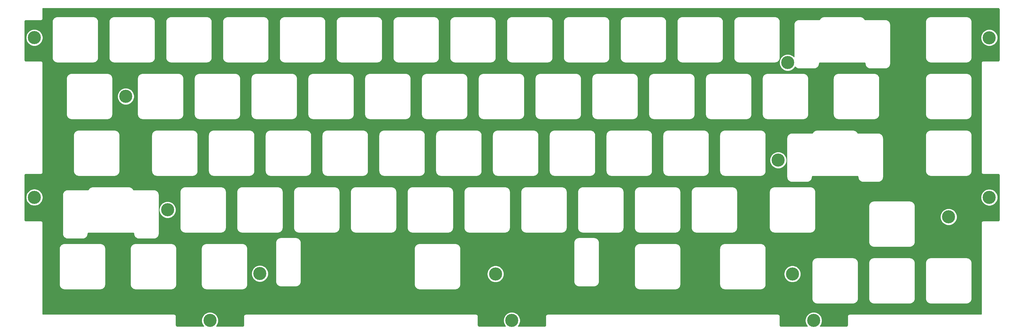
<source format=gbr>
%TF.GenerationSoftware,KiCad,Pcbnew,(5.1.6)-1*%
%TF.CreationDate,2020-09-27T16:08:54-04:00*%
%TF.ProjectId,keybored_plate,6b657962-6f72-4656-945f-706c6174652e,rev?*%
%TF.SameCoordinates,Original*%
%TF.FileFunction,Copper,L2,Bot*%
%TF.FilePolarity,Positive*%
%FSLAX46Y46*%
G04 Gerber Fmt 4.6, Leading zero omitted, Abs format (unit mm)*
G04 Created by KiCad (PCBNEW (5.1.6)-1) date 2020-09-27 16:08:54*
%MOMM*%
%LPD*%
G01*
G04 APERTURE LIST*
%TA.AperFunction,ComponentPad*%
%ADD10C,4.400000*%
%TD*%
%TA.AperFunction,NonConductor*%
%ADD11C,0.254000*%
%TD*%
G04 APERTURE END LIST*
D10*
%TO.P,REF\u002A\u002A,1*%
%TO.N,N/C*%
X316697500Y-208618750D03*
%TD*%
%TO.P,REF\u002A\u002A,1*%
%TO.N,N/C*%
X215457500Y-208618750D03*
%TD*%
%TO.P,REF\u002A\u002A,1*%
%TO.N,N/C*%
X100012500Y-171450000D03*
%TD*%
%TO.P,REF\u002A\u002A,1*%
%TO.N,N/C*%
X86000000Y-133350000D03*
%TD*%
%TO.P,REF\u002A\u002A,1*%
%TO.N,N/C*%
X130968750Y-192881250D03*
%TD*%
%TO.P,REF\u002A\u002A,1*%
%TO.N,N/C*%
X309562500Y-193000000D03*
%TD*%
%TO.P,REF\u002A\u002A,1*%
%TO.N,N/C*%
X375577500Y-167278750D03*
%TD*%
%TO.P,REF\u002A\u002A,1*%
%TO.N,N/C*%
X304800000Y-154781250D03*
%TD*%
%TO.P,REF\u002A\u002A,1*%
%TO.N,N/C*%
X55347500Y-113628750D03*
%TD*%
%TO.P,REF\u002A\u002A,1*%
%TO.N,N/C*%
X361950000Y-173831250D03*
%TD*%
%TO.P,REF\u002A\u002A,1*%
%TO.N,N/C*%
X308000000Y-122000000D03*
%TD*%
%TO.P,REF\u002A\u002A,1*%
%TO.N,N/C*%
X210000000Y-193000000D03*
%TD*%
%TO.P,REF\u002A\u002A,1*%
%TO.N,N/C*%
X375577500Y-113648750D03*
%TD*%
%TO.P,REF\u002A\u002A,1*%
%TO.N,N/C*%
X55347500Y-167258750D03*
%TD*%
%TO.P,REF\u002A\u002A,1*%
%TO.N,N/C*%
X114227500Y-208618750D03*
%TD*%
D11*
G36*
X378627924Y-103788330D02*
G01*
X378690856Y-103807330D01*
X378748905Y-103838195D01*
X378799843Y-103879739D01*
X378841748Y-103930394D01*
X378873015Y-103988221D01*
X378892456Y-104051022D01*
X378902500Y-104146585D01*
X378902501Y-121086461D01*
X378892920Y-121184174D01*
X378873920Y-121247107D01*
X378843054Y-121305156D01*
X378801511Y-121356093D01*
X378750856Y-121397998D01*
X378693029Y-121429265D01*
X378630228Y-121448706D01*
X378534665Y-121458750D01*
X373594919Y-121458750D01*
X373562500Y-121455557D01*
X373516932Y-121460045D01*
X373433117Y-121468300D01*
X373308707Y-121506040D01*
X373194050Y-121567325D01*
X373093552Y-121649802D01*
X373011075Y-121750300D01*
X372949790Y-121864957D01*
X372912050Y-121989367D01*
X372899307Y-122118750D01*
X372902500Y-122151169D01*
X372902501Y-158776321D01*
X372899307Y-158808750D01*
X372912050Y-158938133D01*
X372949790Y-159062543D01*
X373011075Y-159177200D01*
X373093552Y-159277698D01*
X373194050Y-159360175D01*
X373308707Y-159421460D01*
X373433117Y-159459200D01*
X373530081Y-159468750D01*
X373562500Y-159471943D01*
X373594919Y-159468750D01*
X378530221Y-159468750D01*
X378627924Y-159478330D01*
X378690856Y-159497330D01*
X378748905Y-159528195D01*
X378799843Y-159569739D01*
X378841748Y-159620394D01*
X378873015Y-159678221D01*
X378892456Y-159741022D01*
X378902501Y-159836595D01*
X378902500Y-174776471D01*
X378892920Y-174874174D01*
X378873920Y-174937107D01*
X378843054Y-174995156D01*
X378801511Y-175046093D01*
X378750856Y-175087998D01*
X378693029Y-175119265D01*
X378630228Y-175138706D01*
X378534665Y-175148750D01*
X373594919Y-175148750D01*
X373562500Y-175145557D01*
X373494016Y-175152302D01*
X373433117Y-175158300D01*
X373308707Y-175196040D01*
X373194050Y-175257325D01*
X373093552Y-175339802D01*
X373011075Y-175440300D01*
X372949790Y-175554957D01*
X372912050Y-175679367D01*
X372899307Y-175808750D01*
X372902500Y-175841169D01*
X372902501Y-206508750D01*
X328714919Y-206508750D01*
X328682500Y-206505557D01*
X328650081Y-206508750D01*
X328553117Y-206518300D01*
X328428707Y-206556040D01*
X328314050Y-206617325D01*
X328213552Y-206699802D01*
X328131075Y-206800300D01*
X328069790Y-206914957D01*
X328032050Y-207039367D01*
X328019307Y-207168750D01*
X328022501Y-207201179D01*
X328022500Y-210136471D01*
X328012920Y-210234174D01*
X327993920Y-210297107D01*
X327963054Y-210355156D01*
X327921511Y-210406093D01*
X327870856Y-210447998D01*
X327813029Y-210479265D01*
X327750228Y-210498706D01*
X327654665Y-210508750D01*
X318816795Y-210508750D01*
X318899588Y-210425957D01*
X319209844Y-209961626D01*
X319423552Y-209445689D01*
X319532500Y-208897973D01*
X319532500Y-208339527D01*
X319423552Y-207791811D01*
X319209844Y-207275874D01*
X318899588Y-206811543D01*
X318504707Y-206416662D01*
X318040376Y-206106406D01*
X317524439Y-205892698D01*
X316976723Y-205783750D01*
X316418277Y-205783750D01*
X315870561Y-205892698D01*
X315354624Y-206106406D01*
X314890293Y-206416662D01*
X314495412Y-206811543D01*
X314185156Y-207275874D01*
X313971448Y-207791811D01*
X313862500Y-208339527D01*
X313862500Y-208897973D01*
X313971448Y-209445689D01*
X314185156Y-209961626D01*
X314495412Y-210425957D01*
X314578205Y-210508750D01*
X305714779Y-210508750D01*
X305617076Y-210499170D01*
X305554143Y-210480170D01*
X305496094Y-210449304D01*
X305445157Y-210407761D01*
X305403252Y-210357106D01*
X305371985Y-210299279D01*
X305352544Y-210236478D01*
X305342500Y-210140915D01*
X305342500Y-207201169D01*
X305345693Y-207168750D01*
X305332950Y-207039367D01*
X305295210Y-206914957D01*
X305233925Y-206800300D01*
X305151448Y-206699802D01*
X305050950Y-206617325D01*
X304936293Y-206556040D01*
X304811883Y-206518300D01*
X304714919Y-206508750D01*
X304682500Y-206505557D01*
X304650081Y-206508750D01*
X227494919Y-206508750D01*
X227462500Y-206505557D01*
X227430081Y-206508750D01*
X227333117Y-206518300D01*
X227208707Y-206556040D01*
X227094050Y-206617325D01*
X226993552Y-206699802D01*
X226911075Y-206800300D01*
X226849790Y-206914957D01*
X226812050Y-207039367D01*
X226799307Y-207168750D01*
X226802501Y-207201179D01*
X226802500Y-210136471D01*
X226792920Y-210234174D01*
X226773920Y-210297107D01*
X226743054Y-210355156D01*
X226701511Y-210406093D01*
X226650856Y-210447998D01*
X226593029Y-210479265D01*
X226530228Y-210498706D01*
X226434665Y-210508750D01*
X217576795Y-210508750D01*
X217659588Y-210425957D01*
X217969844Y-209961626D01*
X218183552Y-209445689D01*
X218292500Y-208897973D01*
X218292500Y-208339527D01*
X218183552Y-207791811D01*
X217969844Y-207275874D01*
X217659588Y-206811543D01*
X217264707Y-206416662D01*
X216800376Y-206106406D01*
X216284439Y-205892698D01*
X215736723Y-205783750D01*
X215178277Y-205783750D01*
X214630561Y-205892698D01*
X214114624Y-206106406D01*
X213650293Y-206416662D01*
X213255412Y-206811543D01*
X212945156Y-207275874D01*
X212731448Y-207791811D01*
X212622500Y-208339527D01*
X212622500Y-208897973D01*
X212731448Y-209445689D01*
X212945156Y-209961626D01*
X213255412Y-210425957D01*
X213338205Y-210508750D01*
X204494779Y-210508750D01*
X204397076Y-210499170D01*
X204334143Y-210480170D01*
X204276094Y-210449304D01*
X204225157Y-210407761D01*
X204183252Y-210357106D01*
X204151985Y-210299279D01*
X204132544Y-210236478D01*
X204122500Y-210140915D01*
X204122500Y-207201169D01*
X204125693Y-207168750D01*
X204112950Y-207039367D01*
X204075210Y-206914957D01*
X204013925Y-206800300D01*
X203931448Y-206699802D01*
X203830950Y-206617325D01*
X203716293Y-206556040D01*
X203591883Y-206518300D01*
X203494919Y-206508750D01*
X203462500Y-206505557D01*
X203430081Y-206508750D01*
X126234919Y-206508750D01*
X126202500Y-206505557D01*
X126170081Y-206508750D01*
X126073117Y-206518300D01*
X125948707Y-206556040D01*
X125834050Y-206617325D01*
X125733552Y-206699802D01*
X125651075Y-206800300D01*
X125589790Y-206914957D01*
X125552050Y-207039367D01*
X125539307Y-207168750D01*
X125542501Y-207201179D01*
X125542500Y-210136471D01*
X125532920Y-210234174D01*
X125513920Y-210297107D01*
X125483054Y-210355156D01*
X125441511Y-210406093D01*
X125390856Y-210447998D01*
X125333029Y-210479265D01*
X125270228Y-210498706D01*
X125174665Y-210508750D01*
X116346795Y-210508750D01*
X116429588Y-210425957D01*
X116739844Y-209961626D01*
X116953552Y-209445689D01*
X117062500Y-208897973D01*
X117062500Y-208339527D01*
X116953552Y-207791811D01*
X116739844Y-207275874D01*
X116429588Y-206811543D01*
X116034707Y-206416662D01*
X115570376Y-206106406D01*
X115054439Y-205892698D01*
X114506723Y-205783750D01*
X113948277Y-205783750D01*
X113400561Y-205892698D01*
X112884624Y-206106406D01*
X112420293Y-206416662D01*
X112025412Y-206811543D01*
X111715156Y-207275874D01*
X111501448Y-207791811D01*
X111392500Y-208339527D01*
X111392500Y-208897973D01*
X111501448Y-209445689D01*
X111715156Y-209961626D01*
X112025412Y-210425957D01*
X112108205Y-210508750D01*
X103234779Y-210508750D01*
X103137076Y-210499170D01*
X103074143Y-210480170D01*
X103016094Y-210449304D01*
X102965157Y-210407761D01*
X102923252Y-210357106D01*
X102891985Y-210299279D01*
X102872544Y-210236478D01*
X102862500Y-210140915D01*
X102862500Y-207201169D01*
X102865693Y-207168750D01*
X102852950Y-207039367D01*
X102815210Y-206914957D01*
X102753925Y-206800300D01*
X102671448Y-206699802D01*
X102570950Y-206617325D01*
X102456293Y-206556040D01*
X102331883Y-206518300D01*
X102234919Y-206508750D01*
X102202500Y-206505557D01*
X102170081Y-206508750D01*
X58122500Y-206508750D01*
X58122500Y-184463897D01*
X63704999Y-184463897D01*
X63705000Y-196536107D01*
X63708092Y-196567497D01*
X63708049Y-196573600D01*
X63709050Y-196583814D01*
X63729451Y-196777910D01*
X63742843Y-196843151D01*
X63755328Y-196908600D01*
X63758294Y-196918425D01*
X63816006Y-197104863D01*
X63841830Y-197166295D01*
X63866776Y-197228039D01*
X63871594Y-197237101D01*
X63964419Y-197408777D01*
X64001656Y-197463984D01*
X64038149Y-197519750D01*
X64044635Y-197527703D01*
X64169038Y-197678080D01*
X64216345Y-197725058D01*
X64262916Y-197772615D01*
X64270823Y-197779157D01*
X64422065Y-197902507D01*
X64477558Y-197939376D01*
X64532519Y-197977009D01*
X64541546Y-197981890D01*
X64713868Y-198073515D01*
X64775507Y-198098921D01*
X64836688Y-198125143D01*
X64846491Y-198128178D01*
X65033327Y-198184587D01*
X65098719Y-198197535D01*
X65163835Y-198211376D01*
X65174041Y-198212449D01*
X65368274Y-198231494D01*
X65368286Y-198231494D01*
X65403894Y-198235001D01*
X77476105Y-198235001D01*
X77507504Y-198231908D01*
X77513598Y-198231951D01*
X77523812Y-198230950D01*
X77717908Y-198210549D01*
X77783173Y-198197152D01*
X77848599Y-198184671D01*
X77858422Y-198181706D01*
X77858428Y-198181704D01*
X78044861Y-198123994D01*
X78106318Y-198098160D01*
X78168036Y-198073224D01*
X78177094Y-198068408D01*
X78177099Y-198068406D01*
X78177103Y-198068403D01*
X78348774Y-197975581D01*
X78403985Y-197938341D01*
X78459745Y-197901853D01*
X78467698Y-197895367D01*
X78618076Y-197770964D01*
X78665039Y-197723672D01*
X78712614Y-197677083D01*
X78719156Y-197669176D01*
X78842506Y-197517933D01*
X78879406Y-197462394D01*
X78917005Y-197407482D01*
X78921883Y-197398460D01*
X78921888Y-197398453D01*
X78921891Y-197398445D01*
X79013511Y-197226134D01*
X79038914Y-197164502D01*
X79065140Y-197103313D01*
X79068175Y-197093510D01*
X79124584Y-196906674D01*
X79137532Y-196841282D01*
X79151373Y-196776166D01*
X79152446Y-196765960D01*
X79171491Y-196571727D01*
X79171491Y-196571725D01*
X79174999Y-196536107D01*
X79174999Y-184463897D01*
X87517499Y-184463897D01*
X87517500Y-196536107D01*
X87520592Y-196567497D01*
X87520549Y-196573600D01*
X87521550Y-196583814D01*
X87541951Y-196777910D01*
X87555343Y-196843151D01*
X87567828Y-196908600D01*
X87570794Y-196918425D01*
X87628506Y-197104863D01*
X87654330Y-197166295D01*
X87679276Y-197228039D01*
X87684094Y-197237101D01*
X87776919Y-197408777D01*
X87814156Y-197463984D01*
X87850649Y-197519750D01*
X87857135Y-197527703D01*
X87981538Y-197678080D01*
X88028845Y-197725058D01*
X88075416Y-197772615D01*
X88083323Y-197779157D01*
X88234565Y-197902507D01*
X88290058Y-197939376D01*
X88345019Y-197977009D01*
X88354046Y-197981890D01*
X88526368Y-198073515D01*
X88588007Y-198098921D01*
X88649188Y-198125143D01*
X88658991Y-198128178D01*
X88845827Y-198184587D01*
X88911219Y-198197535D01*
X88976335Y-198211376D01*
X88986541Y-198212449D01*
X89180774Y-198231494D01*
X89180786Y-198231494D01*
X89216394Y-198235001D01*
X101288605Y-198235001D01*
X101320004Y-198231908D01*
X101326098Y-198231951D01*
X101336312Y-198230950D01*
X101530408Y-198210549D01*
X101595673Y-198197152D01*
X101661099Y-198184671D01*
X101670922Y-198181706D01*
X101670928Y-198181704D01*
X101857361Y-198123994D01*
X101918818Y-198098160D01*
X101980536Y-198073224D01*
X101989594Y-198068408D01*
X101989599Y-198068406D01*
X101989603Y-198068403D01*
X102161274Y-197975581D01*
X102216485Y-197938341D01*
X102272245Y-197901853D01*
X102280198Y-197895367D01*
X102430576Y-197770964D01*
X102477539Y-197723672D01*
X102525114Y-197677083D01*
X102531656Y-197669176D01*
X102655006Y-197517933D01*
X102691906Y-197462394D01*
X102729505Y-197407482D01*
X102734383Y-197398460D01*
X102734388Y-197398453D01*
X102734391Y-197398445D01*
X102826011Y-197226134D01*
X102851414Y-197164502D01*
X102877640Y-197103313D01*
X102880675Y-197093510D01*
X102937084Y-196906674D01*
X102950032Y-196841282D01*
X102963873Y-196776166D01*
X102964946Y-196765960D01*
X102983991Y-196571727D01*
X102983991Y-196571725D01*
X102987499Y-196536107D01*
X102987499Y-184463897D01*
X111329999Y-184463897D01*
X111330000Y-196536107D01*
X111333092Y-196567497D01*
X111333049Y-196573600D01*
X111334050Y-196583814D01*
X111354451Y-196777910D01*
X111367843Y-196843151D01*
X111380328Y-196908600D01*
X111383294Y-196918425D01*
X111441006Y-197104863D01*
X111466830Y-197166295D01*
X111491776Y-197228039D01*
X111496594Y-197237101D01*
X111589419Y-197408777D01*
X111626656Y-197463984D01*
X111663149Y-197519750D01*
X111669635Y-197527703D01*
X111794038Y-197678080D01*
X111841345Y-197725058D01*
X111887916Y-197772615D01*
X111895823Y-197779157D01*
X112047065Y-197902507D01*
X112102558Y-197939376D01*
X112157519Y-197977009D01*
X112166546Y-197981890D01*
X112338868Y-198073515D01*
X112400507Y-198098921D01*
X112461688Y-198125143D01*
X112471491Y-198128178D01*
X112658327Y-198184587D01*
X112723719Y-198197535D01*
X112788835Y-198211376D01*
X112799041Y-198212449D01*
X112993274Y-198231494D01*
X112993286Y-198231494D01*
X113028894Y-198235001D01*
X125101105Y-198235001D01*
X125132504Y-198231908D01*
X125138598Y-198231951D01*
X125148812Y-198230950D01*
X125342908Y-198210549D01*
X125408173Y-198197152D01*
X125473599Y-198184671D01*
X125483422Y-198181706D01*
X125483428Y-198181704D01*
X125669861Y-198123994D01*
X125731318Y-198098160D01*
X125793036Y-198073224D01*
X125802094Y-198068408D01*
X125802099Y-198068406D01*
X125802103Y-198068403D01*
X125973774Y-197975581D01*
X126028985Y-197938341D01*
X126084745Y-197901853D01*
X126092698Y-197895367D01*
X126243076Y-197770964D01*
X126290039Y-197723672D01*
X126337614Y-197677083D01*
X126344156Y-197669176D01*
X126467506Y-197517933D01*
X126504406Y-197462394D01*
X126542005Y-197407482D01*
X126546883Y-197398460D01*
X126546888Y-197398453D01*
X126546891Y-197398445D01*
X126638511Y-197226134D01*
X126663914Y-197164502D01*
X126690140Y-197103313D01*
X126693175Y-197093510D01*
X126749584Y-196906674D01*
X126762532Y-196841282D01*
X126776373Y-196776166D01*
X126777446Y-196765960D01*
X126796491Y-196571727D01*
X126796491Y-196571725D01*
X126799999Y-196536107D01*
X126799999Y-192602027D01*
X128133750Y-192602027D01*
X128133750Y-193160473D01*
X128242698Y-193708189D01*
X128456406Y-194224126D01*
X128766662Y-194688457D01*
X129161543Y-195083338D01*
X129625874Y-195393594D01*
X130141811Y-195607302D01*
X130689527Y-195716250D01*
X131247973Y-195716250D01*
X131795689Y-195607302D01*
X131967573Y-195536105D01*
X136267500Y-195536105D01*
X136270593Y-195567504D01*
X136270550Y-195573599D01*
X136271551Y-195583813D01*
X136291952Y-195777909D01*
X136305344Y-195843150D01*
X136317829Y-195908599D01*
X136320795Y-195918424D01*
X136378507Y-196104862D01*
X136404331Y-196166294D01*
X136429277Y-196228038D01*
X136434095Y-196237100D01*
X136526920Y-196408776D01*
X136564157Y-196463983D01*
X136600650Y-196519749D01*
X136607136Y-196527702D01*
X136731539Y-196678079D01*
X136778846Y-196725057D01*
X136825417Y-196772614D01*
X136833324Y-196779156D01*
X136984566Y-196902506D01*
X137040059Y-196939375D01*
X137095020Y-196977008D01*
X137104047Y-196981889D01*
X137276369Y-197073514D01*
X137338008Y-197098920D01*
X137399189Y-197125142D01*
X137408992Y-197128177D01*
X137595828Y-197184586D01*
X137661220Y-197197534D01*
X137726336Y-197211375D01*
X137736542Y-197212448D01*
X137930775Y-197231493D01*
X137930777Y-197231493D01*
X137966395Y-197235001D01*
X143038605Y-197235001D01*
X143070004Y-197231908D01*
X143076098Y-197231951D01*
X143086312Y-197230950D01*
X143280408Y-197210549D01*
X143345649Y-197197157D01*
X143411098Y-197184672D01*
X143420923Y-197181706D01*
X143607361Y-197123994D01*
X143668793Y-197098170D01*
X143730537Y-197073224D01*
X143739599Y-197068406D01*
X143911275Y-196975581D01*
X143966482Y-196938344D01*
X144022248Y-196901851D01*
X144030201Y-196895365D01*
X144180578Y-196770962D01*
X144227556Y-196723655D01*
X144275113Y-196677084D01*
X144281655Y-196669177D01*
X144405005Y-196517935D01*
X144441874Y-196462442D01*
X144479507Y-196407481D01*
X144484388Y-196398454D01*
X144576013Y-196226132D01*
X144601419Y-196164493D01*
X144627641Y-196103312D01*
X144630676Y-196093509D01*
X144687085Y-195906673D01*
X144700033Y-195841281D01*
X144713874Y-195776165D01*
X144714947Y-195765959D01*
X144733992Y-195571726D01*
X144733992Y-195571724D01*
X144737500Y-195536106D01*
X144737500Y-184463897D01*
X182767499Y-184463897D01*
X182767500Y-196536107D01*
X182770592Y-196567497D01*
X182770549Y-196573600D01*
X182771550Y-196583814D01*
X182791951Y-196777910D01*
X182805343Y-196843151D01*
X182817828Y-196908600D01*
X182820794Y-196918425D01*
X182878506Y-197104863D01*
X182904330Y-197166295D01*
X182929276Y-197228039D01*
X182934094Y-197237101D01*
X183026919Y-197408777D01*
X183064156Y-197463984D01*
X183100649Y-197519750D01*
X183107135Y-197527703D01*
X183231538Y-197678080D01*
X183278845Y-197725058D01*
X183325416Y-197772615D01*
X183333323Y-197779157D01*
X183484565Y-197902507D01*
X183540058Y-197939376D01*
X183595019Y-197977009D01*
X183604046Y-197981890D01*
X183776368Y-198073515D01*
X183838007Y-198098921D01*
X183899188Y-198125143D01*
X183908991Y-198128178D01*
X184095827Y-198184587D01*
X184161219Y-198197535D01*
X184226335Y-198211376D01*
X184236541Y-198212449D01*
X184430774Y-198231494D01*
X184430786Y-198231494D01*
X184466394Y-198235001D01*
X196538605Y-198235001D01*
X196570004Y-198231908D01*
X196576098Y-198231951D01*
X196586312Y-198230950D01*
X196780408Y-198210549D01*
X196845673Y-198197152D01*
X196911099Y-198184671D01*
X196920922Y-198181706D01*
X196920928Y-198181704D01*
X197107361Y-198123994D01*
X197168818Y-198098160D01*
X197230536Y-198073224D01*
X197239594Y-198068408D01*
X197239599Y-198068406D01*
X197239603Y-198068403D01*
X197411274Y-197975581D01*
X197466485Y-197938341D01*
X197522245Y-197901853D01*
X197530198Y-197895367D01*
X197680576Y-197770964D01*
X197727539Y-197723672D01*
X197775114Y-197677083D01*
X197781656Y-197669176D01*
X197905006Y-197517933D01*
X197941906Y-197462394D01*
X197979505Y-197407482D01*
X197984383Y-197398460D01*
X197984388Y-197398453D01*
X197984391Y-197398445D01*
X198076011Y-197226134D01*
X198101414Y-197164502D01*
X198127640Y-197103313D01*
X198130675Y-197093510D01*
X198187084Y-196906674D01*
X198200032Y-196841282D01*
X198213873Y-196776166D01*
X198214946Y-196765960D01*
X198233991Y-196571727D01*
X198233991Y-196571725D01*
X198237499Y-196536107D01*
X198237499Y-192720777D01*
X207165000Y-192720777D01*
X207165000Y-193279223D01*
X207273948Y-193826939D01*
X207487656Y-194342876D01*
X207797912Y-194807207D01*
X208192793Y-195202088D01*
X208657124Y-195512344D01*
X209173061Y-195726052D01*
X209720777Y-195835000D01*
X210279223Y-195835000D01*
X210826939Y-195726052D01*
X211285511Y-195536105D01*
X236267500Y-195536105D01*
X236270593Y-195567504D01*
X236270550Y-195573599D01*
X236271551Y-195583813D01*
X236291952Y-195777909D01*
X236305344Y-195843150D01*
X236317829Y-195908599D01*
X236320795Y-195918424D01*
X236378507Y-196104862D01*
X236404331Y-196166294D01*
X236429277Y-196228038D01*
X236434095Y-196237100D01*
X236526920Y-196408776D01*
X236564157Y-196463983D01*
X236600650Y-196519749D01*
X236607136Y-196527702D01*
X236731539Y-196678079D01*
X236778846Y-196725057D01*
X236825417Y-196772614D01*
X236833324Y-196779156D01*
X236984566Y-196902506D01*
X237040059Y-196939375D01*
X237095020Y-196977008D01*
X237104047Y-196981889D01*
X237276369Y-197073514D01*
X237338008Y-197098920D01*
X237399189Y-197125142D01*
X237408992Y-197128177D01*
X237595828Y-197184586D01*
X237661220Y-197197534D01*
X237726336Y-197211375D01*
X237736542Y-197212448D01*
X237930775Y-197231493D01*
X237930777Y-197231493D01*
X237966395Y-197235001D01*
X243038605Y-197235001D01*
X243070004Y-197231908D01*
X243076098Y-197231951D01*
X243086312Y-197230950D01*
X243280408Y-197210549D01*
X243345649Y-197197157D01*
X243411098Y-197184672D01*
X243420923Y-197181706D01*
X243607361Y-197123994D01*
X243668793Y-197098170D01*
X243730537Y-197073224D01*
X243739599Y-197068406D01*
X243911275Y-196975581D01*
X243966482Y-196938344D01*
X244022248Y-196901851D01*
X244030201Y-196895365D01*
X244180578Y-196770962D01*
X244227556Y-196723655D01*
X244275113Y-196677084D01*
X244281655Y-196669177D01*
X244405005Y-196517935D01*
X244441874Y-196462442D01*
X244479507Y-196407481D01*
X244484388Y-196398454D01*
X244576013Y-196226132D01*
X244601419Y-196164493D01*
X244627641Y-196103312D01*
X244630676Y-196093509D01*
X244687085Y-195906673D01*
X244700033Y-195841281D01*
X244713874Y-195776165D01*
X244714947Y-195765959D01*
X244733992Y-195571726D01*
X244733992Y-195571724D01*
X244737500Y-195536106D01*
X244737500Y-184463897D01*
X256586249Y-184463897D01*
X256586250Y-196536107D01*
X256589342Y-196567497D01*
X256589299Y-196573600D01*
X256590300Y-196583814D01*
X256610701Y-196777910D01*
X256624093Y-196843151D01*
X256636578Y-196908600D01*
X256639544Y-196918425D01*
X256697256Y-197104863D01*
X256723080Y-197166295D01*
X256748026Y-197228039D01*
X256752844Y-197237101D01*
X256845669Y-197408777D01*
X256882906Y-197463984D01*
X256919399Y-197519750D01*
X256925885Y-197527703D01*
X257050288Y-197678080D01*
X257097595Y-197725058D01*
X257144166Y-197772615D01*
X257152073Y-197779157D01*
X257303315Y-197902507D01*
X257358808Y-197939376D01*
X257413769Y-197977009D01*
X257422796Y-197981890D01*
X257595118Y-198073515D01*
X257656757Y-198098921D01*
X257717938Y-198125143D01*
X257727741Y-198128178D01*
X257914577Y-198184587D01*
X257979969Y-198197535D01*
X258045085Y-198211376D01*
X258055291Y-198212449D01*
X258249524Y-198231494D01*
X258249536Y-198231494D01*
X258285144Y-198235001D01*
X270357355Y-198235001D01*
X270388754Y-198231908D01*
X270394848Y-198231951D01*
X270405062Y-198230950D01*
X270599158Y-198210549D01*
X270664423Y-198197152D01*
X270729849Y-198184671D01*
X270739672Y-198181706D01*
X270739678Y-198181704D01*
X270926111Y-198123994D01*
X270987568Y-198098160D01*
X271049286Y-198073224D01*
X271058344Y-198068408D01*
X271058349Y-198068406D01*
X271058353Y-198068403D01*
X271230024Y-197975581D01*
X271285235Y-197938341D01*
X271340995Y-197901853D01*
X271348948Y-197895367D01*
X271499326Y-197770964D01*
X271546289Y-197723672D01*
X271593864Y-197677083D01*
X271600406Y-197669176D01*
X271723756Y-197517933D01*
X271760656Y-197462394D01*
X271798255Y-197407482D01*
X271803133Y-197398460D01*
X271803138Y-197398453D01*
X271803141Y-197398445D01*
X271894761Y-197226134D01*
X271920164Y-197164502D01*
X271946390Y-197103313D01*
X271949425Y-197093510D01*
X272005834Y-196906674D01*
X272018782Y-196841282D01*
X272032623Y-196776166D01*
X272033696Y-196765960D01*
X272052741Y-196571727D01*
X272052741Y-196571725D01*
X272056249Y-196536107D01*
X272056249Y-184463897D01*
X285161249Y-184463897D01*
X285161250Y-196536107D01*
X285164342Y-196567497D01*
X285164299Y-196573600D01*
X285165300Y-196583814D01*
X285185701Y-196777910D01*
X285199093Y-196843151D01*
X285211578Y-196908600D01*
X285214544Y-196918425D01*
X285272256Y-197104863D01*
X285298080Y-197166295D01*
X285323026Y-197228039D01*
X285327844Y-197237101D01*
X285420669Y-197408777D01*
X285457906Y-197463984D01*
X285494399Y-197519750D01*
X285500885Y-197527703D01*
X285625288Y-197678080D01*
X285672595Y-197725058D01*
X285719166Y-197772615D01*
X285727073Y-197779157D01*
X285878315Y-197902507D01*
X285933808Y-197939376D01*
X285988769Y-197977009D01*
X285997796Y-197981890D01*
X286170118Y-198073515D01*
X286231757Y-198098921D01*
X286292938Y-198125143D01*
X286302741Y-198128178D01*
X286489577Y-198184587D01*
X286554969Y-198197535D01*
X286620085Y-198211376D01*
X286630291Y-198212449D01*
X286824524Y-198231494D01*
X286824536Y-198231494D01*
X286860144Y-198235001D01*
X298932355Y-198235001D01*
X298963754Y-198231908D01*
X298969848Y-198231951D01*
X298980062Y-198230950D01*
X299174158Y-198210549D01*
X299239423Y-198197152D01*
X299304849Y-198184671D01*
X299314672Y-198181706D01*
X299314678Y-198181704D01*
X299501111Y-198123994D01*
X299562568Y-198098160D01*
X299624286Y-198073224D01*
X299633344Y-198068408D01*
X299633349Y-198068406D01*
X299633353Y-198068403D01*
X299805024Y-197975581D01*
X299860235Y-197938341D01*
X299915995Y-197901853D01*
X299923948Y-197895367D01*
X300074326Y-197770964D01*
X300121289Y-197723672D01*
X300168864Y-197677083D01*
X300175406Y-197669176D01*
X300298756Y-197517933D01*
X300335656Y-197462394D01*
X300373255Y-197407482D01*
X300378133Y-197398460D01*
X300378138Y-197398453D01*
X300378141Y-197398445D01*
X300469761Y-197226134D01*
X300495164Y-197164502D01*
X300521390Y-197103313D01*
X300524425Y-197093510D01*
X300580834Y-196906674D01*
X300593782Y-196841282D01*
X300607623Y-196776166D01*
X300608696Y-196765960D01*
X300627741Y-196571727D01*
X300627741Y-196571725D01*
X300631249Y-196536107D01*
X300631249Y-192720777D01*
X306727500Y-192720777D01*
X306727500Y-193279223D01*
X306836448Y-193826939D01*
X307050156Y-194342876D01*
X307360412Y-194807207D01*
X307755293Y-195202088D01*
X308219624Y-195512344D01*
X308735561Y-195726052D01*
X309283277Y-195835000D01*
X309841723Y-195835000D01*
X310389439Y-195726052D01*
X310905376Y-195512344D01*
X311369707Y-195202088D01*
X311764588Y-194807207D01*
X312074844Y-194342876D01*
X312288552Y-193826939D01*
X312397500Y-193279223D01*
X312397500Y-192720777D01*
X312288552Y-192173061D01*
X312074844Y-191657124D01*
X311764588Y-191192793D01*
X311369707Y-190797912D01*
X310905376Y-190487656D01*
X310389439Y-190273948D01*
X309841723Y-190165000D01*
X309283277Y-190165000D01*
X308735561Y-190273948D01*
X308219624Y-190487656D01*
X307755293Y-190797912D01*
X307360412Y-191192793D01*
X307050156Y-191657124D01*
X306836448Y-192173061D01*
X306727500Y-192720777D01*
X300631249Y-192720777D01*
X300631249Y-189226397D01*
X316117499Y-189226397D01*
X316117500Y-201298607D01*
X316120592Y-201329997D01*
X316120549Y-201336100D01*
X316121550Y-201346314D01*
X316141951Y-201540410D01*
X316155343Y-201605651D01*
X316167828Y-201671100D01*
X316170794Y-201680925D01*
X316228506Y-201867363D01*
X316254330Y-201928795D01*
X316279276Y-201990539D01*
X316284094Y-201999601D01*
X316376919Y-202171277D01*
X316414156Y-202226484D01*
X316450649Y-202282250D01*
X316457135Y-202290203D01*
X316581538Y-202440580D01*
X316628845Y-202487558D01*
X316675416Y-202535115D01*
X316683323Y-202541657D01*
X316834565Y-202665007D01*
X316890058Y-202701876D01*
X316945019Y-202739509D01*
X316954046Y-202744390D01*
X317126368Y-202836015D01*
X317188007Y-202861421D01*
X317249188Y-202887643D01*
X317258991Y-202890678D01*
X317445827Y-202947087D01*
X317511219Y-202960035D01*
X317576335Y-202973876D01*
X317586541Y-202974949D01*
X317780774Y-202993994D01*
X317780786Y-202993994D01*
X317816394Y-202997501D01*
X329888605Y-202997501D01*
X329920004Y-202994408D01*
X329926098Y-202994451D01*
X329936312Y-202993450D01*
X330130408Y-202973049D01*
X330195673Y-202959652D01*
X330261099Y-202947171D01*
X330270922Y-202944206D01*
X330270928Y-202944204D01*
X330457361Y-202886494D01*
X330518818Y-202860660D01*
X330580536Y-202835724D01*
X330589594Y-202830908D01*
X330589599Y-202830906D01*
X330589603Y-202830903D01*
X330761274Y-202738081D01*
X330816485Y-202700841D01*
X330872245Y-202664353D01*
X330880198Y-202657867D01*
X331030576Y-202533464D01*
X331077539Y-202486172D01*
X331125114Y-202439583D01*
X331131656Y-202431676D01*
X331255006Y-202280433D01*
X331291906Y-202224894D01*
X331329505Y-202169982D01*
X331334383Y-202160960D01*
X331334388Y-202160953D01*
X331334391Y-202160945D01*
X331426011Y-201988634D01*
X331451414Y-201927002D01*
X331477640Y-201865813D01*
X331480675Y-201856010D01*
X331537084Y-201669174D01*
X331550032Y-201603782D01*
X331563873Y-201538666D01*
X331564946Y-201528460D01*
X331583991Y-201334227D01*
X331583991Y-201334225D01*
X331587499Y-201298607D01*
X331587499Y-189226397D01*
X335167499Y-189226397D01*
X335167500Y-201298607D01*
X335170592Y-201329997D01*
X335170549Y-201336100D01*
X335171550Y-201346314D01*
X335191951Y-201540410D01*
X335205343Y-201605651D01*
X335217828Y-201671100D01*
X335220794Y-201680925D01*
X335278506Y-201867363D01*
X335304330Y-201928795D01*
X335329276Y-201990539D01*
X335334094Y-201999601D01*
X335426919Y-202171277D01*
X335464156Y-202226484D01*
X335500649Y-202282250D01*
X335507135Y-202290203D01*
X335631538Y-202440580D01*
X335678845Y-202487558D01*
X335725416Y-202535115D01*
X335733323Y-202541657D01*
X335884565Y-202665007D01*
X335940058Y-202701876D01*
X335995019Y-202739509D01*
X336004046Y-202744390D01*
X336176368Y-202836015D01*
X336238007Y-202861421D01*
X336299188Y-202887643D01*
X336308991Y-202890678D01*
X336495827Y-202947087D01*
X336561219Y-202960035D01*
X336626335Y-202973876D01*
X336636541Y-202974949D01*
X336830774Y-202993994D01*
X336830786Y-202993994D01*
X336866394Y-202997501D01*
X348938605Y-202997501D01*
X348970004Y-202994408D01*
X348976098Y-202994451D01*
X348986312Y-202993450D01*
X349180408Y-202973049D01*
X349245673Y-202959652D01*
X349311099Y-202947171D01*
X349320922Y-202944206D01*
X349320928Y-202944204D01*
X349507361Y-202886494D01*
X349568818Y-202860660D01*
X349630536Y-202835724D01*
X349639594Y-202830908D01*
X349639599Y-202830906D01*
X349639603Y-202830903D01*
X349811274Y-202738081D01*
X349866485Y-202700841D01*
X349922245Y-202664353D01*
X349930198Y-202657867D01*
X350080576Y-202533464D01*
X350127539Y-202486172D01*
X350175114Y-202439583D01*
X350181656Y-202431676D01*
X350305006Y-202280433D01*
X350341906Y-202224894D01*
X350379505Y-202169982D01*
X350384383Y-202160960D01*
X350384388Y-202160953D01*
X350384391Y-202160945D01*
X350476011Y-201988634D01*
X350501414Y-201927002D01*
X350527640Y-201865813D01*
X350530675Y-201856010D01*
X350587084Y-201669174D01*
X350600032Y-201603782D01*
X350613873Y-201538666D01*
X350614946Y-201528460D01*
X350633991Y-201334227D01*
X350633991Y-201334225D01*
X350637499Y-201298607D01*
X350637499Y-189226397D01*
X354217499Y-189226397D01*
X354217500Y-201298607D01*
X354220592Y-201329997D01*
X354220549Y-201336100D01*
X354221550Y-201346314D01*
X354241951Y-201540410D01*
X354255343Y-201605651D01*
X354267828Y-201671100D01*
X354270794Y-201680925D01*
X354328506Y-201867363D01*
X354354330Y-201928795D01*
X354379276Y-201990539D01*
X354384094Y-201999601D01*
X354476919Y-202171277D01*
X354514156Y-202226484D01*
X354550649Y-202282250D01*
X354557135Y-202290203D01*
X354681538Y-202440580D01*
X354728845Y-202487558D01*
X354775416Y-202535115D01*
X354783323Y-202541657D01*
X354934565Y-202665007D01*
X354990058Y-202701876D01*
X355045019Y-202739509D01*
X355054046Y-202744390D01*
X355226368Y-202836015D01*
X355288007Y-202861421D01*
X355349188Y-202887643D01*
X355358991Y-202890678D01*
X355545827Y-202947087D01*
X355611219Y-202960035D01*
X355676335Y-202973876D01*
X355686541Y-202974949D01*
X355880774Y-202993994D01*
X355880786Y-202993994D01*
X355916394Y-202997501D01*
X367988605Y-202997501D01*
X368020004Y-202994408D01*
X368026098Y-202994451D01*
X368036312Y-202993450D01*
X368230408Y-202973049D01*
X368295673Y-202959652D01*
X368361099Y-202947171D01*
X368370922Y-202944206D01*
X368370928Y-202944204D01*
X368557361Y-202886494D01*
X368618818Y-202860660D01*
X368680536Y-202835724D01*
X368689594Y-202830908D01*
X368689599Y-202830906D01*
X368689603Y-202830903D01*
X368861274Y-202738081D01*
X368916485Y-202700841D01*
X368972245Y-202664353D01*
X368980198Y-202657867D01*
X369130576Y-202533464D01*
X369177539Y-202486172D01*
X369225114Y-202439583D01*
X369231656Y-202431676D01*
X369355006Y-202280433D01*
X369391906Y-202224894D01*
X369429505Y-202169982D01*
X369434383Y-202160960D01*
X369434388Y-202160953D01*
X369434391Y-202160945D01*
X369526011Y-201988634D01*
X369551414Y-201927002D01*
X369577640Y-201865813D01*
X369580675Y-201856010D01*
X369637084Y-201669174D01*
X369650032Y-201603782D01*
X369663873Y-201538666D01*
X369664946Y-201528460D01*
X369683991Y-201334227D01*
X369683991Y-201334225D01*
X369687499Y-201298607D01*
X369687499Y-189226396D01*
X369684406Y-189194997D01*
X369684449Y-189188903D01*
X369683448Y-189178689D01*
X369663047Y-188984592D01*
X369649644Y-188919296D01*
X369637169Y-188853901D01*
X369634203Y-188844077D01*
X369576491Y-188657640D01*
X369550677Y-188596229D01*
X369525722Y-188534464D01*
X369520904Y-188525403D01*
X369520904Y-188525402D01*
X369520901Y-188525398D01*
X369428079Y-188353726D01*
X369390815Y-188298481D01*
X369354351Y-188242757D01*
X369347865Y-188234804D01*
X369223462Y-188084425D01*
X369176170Y-188037462D01*
X369129581Y-187989887D01*
X369121680Y-187983351D01*
X369121677Y-187983348D01*
X369121674Y-187983346D01*
X368970431Y-187859995D01*
X368914948Y-187823133D01*
X368859981Y-187785496D01*
X368850954Y-187780615D01*
X368678632Y-187688990D01*
X368617029Y-187663599D01*
X368555811Y-187637361D01*
X368546008Y-187634326D01*
X368359172Y-187577917D01*
X368293780Y-187564969D01*
X368228664Y-187551128D01*
X368218458Y-187550055D01*
X368026204Y-187531204D01*
X367988605Y-187527501D01*
X355916394Y-187527501D01*
X355884995Y-187530594D01*
X355878901Y-187530551D01*
X355868687Y-187531552D01*
X355674590Y-187551953D01*
X355609342Y-187565346D01*
X355543901Y-187577830D01*
X355534076Y-187580796D01*
X355347638Y-187638508D01*
X355286219Y-187664326D01*
X355224461Y-187689278D01*
X355215400Y-187694096D01*
X355043723Y-187786921D01*
X354988476Y-187824186D01*
X354932751Y-187860651D01*
X354924798Y-187867137D01*
X354774420Y-187991541D01*
X354727443Y-188038847D01*
X354679886Y-188085418D01*
X354673344Y-188093325D01*
X354549994Y-188244567D01*
X354513107Y-188300086D01*
X354475493Y-188355021D01*
X354470611Y-188364048D01*
X354378986Y-188536370D01*
X354353585Y-188597997D01*
X354327358Y-188659190D01*
X354324323Y-188668993D01*
X354267914Y-188855829D01*
X354254966Y-188921221D01*
X354241125Y-188986337D01*
X354240052Y-188996543D01*
X354221007Y-189190777D01*
X354217499Y-189226397D01*
X350637499Y-189226397D01*
X350637499Y-189226396D01*
X350634406Y-189194997D01*
X350634449Y-189188903D01*
X350633448Y-189178689D01*
X350613047Y-188984592D01*
X350599644Y-188919296D01*
X350587169Y-188853901D01*
X350584203Y-188844077D01*
X350526491Y-188657640D01*
X350500677Y-188596229D01*
X350475722Y-188534464D01*
X350470904Y-188525403D01*
X350470904Y-188525402D01*
X350470901Y-188525398D01*
X350378079Y-188353726D01*
X350340815Y-188298481D01*
X350304351Y-188242757D01*
X350297865Y-188234804D01*
X350173462Y-188084425D01*
X350126170Y-188037462D01*
X350079581Y-187989887D01*
X350071680Y-187983351D01*
X350071677Y-187983348D01*
X350071674Y-187983346D01*
X349920431Y-187859995D01*
X349864948Y-187823133D01*
X349809981Y-187785496D01*
X349800954Y-187780615D01*
X349628632Y-187688990D01*
X349567029Y-187663599D01*
X349505811Y-187637361D01*
X349496008Y-187634326D01*
X349309172Y-187577917D01*
X349243780Y-187564969D01*
X349178664Y-187551128D01*
X349168458Y-187550055D01*
X348976204Y-187531204D01*
X348938605Y-187527501D01*
X336866394Y-187527501D01*
X336834995Y-187530594D01*
X336828901Y-187530551D01*
X336818687Y-187531552D01*
X336624590Y-187551953D01*
X336559342Y-187565346D01*
X336493901Y-187577830D01*
X336484076Y-187580796D01*
X336297638Y-187638508D01*
X336236219Y-187664326D01*
X336174461Y-187689278D01*
X336165400Y-187694096D01*
X335993723Y-187786921D01*
X335938476Y-187824186D01*
X335882751Y-187860651D01*
X335874798Y-187867137D01*
X335724420Y-187991541D01*
X335677443Y-188038847D01*
X335629886Y-188085418D01*
X335623344Y-188093325D01*
X335499994Y-188244567D01*
X335463107Y-188300086D01*
X335425493Y-188355021D01*
X335420611Y-188364048D01*
X335328986Y-188536370D01*
X335303585Y-188597997D01*
X335277358Y-188659190D01*
X335274323Y-188668993D01*
X335217914Y-188855829D01*
X335204966Y-188921221D01*
X335191125Y-188986337D01*
X335190052Y-188996543D01*
X335171007Y-189190777D01*
X335167499Y-189226397D01*
X331587499Y-189226397D01*
X331587499Y-189226396D01*
X331584406Y-189194997D01*
X331584449Y-189188903D01*
X331583448Y-189178689D01*
X331563047Y-188984592D01*
X331549644Y-188919296D01*
X331537169Y-188853901D01*
X331534203Y-188844077D01*
X331476491Y-188657640D01*
X331450677Y-188596229D01*
X331425722Y-188534464D01*
X331420904Y-188525403D01*
X331420904Y-188525402D01*
X331420901Y-188525398D01*
X331328079Y-188353726D01*
X331290815Y-188298481D01*
X331254351Y-188242757D01*
X331247865Y-188234804D01*
X331123462Y-188084425D01*
X331076170Y-188037462D01*
X331029581Y-187989887D01*
X331021680Y-187983351D01*
X331021677Y-187983348D01*
X331021674Y-187983346D01*
X330870431Y-187859995D01*
X330814948Y-187823133D01*
X330759981Y-187785496D01*
X330750954Y-187780615D01*
X330578632Y-187688990D01*
X330517029Y-187663599D01*
X330455811Y-187637361D01*
X330446008Y-187634326D01*
X330259172Y-187577917D01*
X330193780Y-187564969D01*
X330128664Y-187551128D01*
X330118458Y-187550055D01*
X329926204Y-187531204D01*
X329888605Y-187527501D01*
X317816394Y-187527501D01*
X317784995Y-187530594D01*
X317778901Y-187530551D01*
X317768687Y-187531552D01*
X317574590Y-187551953D01*
X317509342Y-187565346D01*
X317443901Y-187577830D01*
X317434076Y-187580796D01*
X317247638Y-187638508D01*
X317186219Y-187664326D01*
X317124461Y-187689278D01*
X317115400Y-187694096D01*
X316943723Y-187786921D01*
X316888476Y-187824186D01*
X316832751Y-187860651D01*
X316824798Y-187867137D01*
X316674420Y-187991541D01*
X316627443Y-188038847D01*
X316579886Y-188085418D01*
X316573344Y-188093325D01*
X316449994Y-188244567D01*
X316413107Y-188300086D01*
X316375493Y-188355021D01*
X316370611Y-188364048D01*
X316278986Y-188536370D01*
X316253585Y-188597997D01*
X316227358Y-188659190D01*
X316224323Y-188668993D01*
X316167914Y-188855829D01*
X316154966Y-188921221D01*
X316141125Y-188986337D01*
X316140052Y-188996543D01*
X316121007Y-189190777D01*
X316117499Y-189226397D01*
X300631249Y-189226397D01*
X300631249Y-184463896D01*
X300628156Y-184432497D01*
X300628199Y-184426403D01*
X300627198Y-184416189D01*
X300606797Y-184222092D01*
X300593394Y-184156796D01*
X300580919Y-184091401D01*
X300577953Y-184081577D01*
X300520241Y-183895140D01*
X300494427Y-183833729D01*
X300469472Y-183771964D01*
X300464654Y-183762903D01*
X300464654Y-183762902D01*
X300464651Y-183762898D01*
X300371829Y-183591226D01*
X300334565Y-183535981D01*
X300298101Y-183480257D01*
X300291615Y-183472304D01*
X300167212Y-183321925D01*
X300119920Y-183274962D01*
X300073331Y-183227387D01*
X300065430Y-183220851D01*
X300065427Y-183220848D01*
X300065424Y-183220846D01*
X299914181Y-183097495D01*
X299858698Y-183060633D01*
X299803731Y-183022996D01*
X299794704Y-183018115D01*
X299622382Y-182926490D01*
X299560779Y-182901099D01*
X299499561Y-182874861D01*
X299489758Y-182871826D01*
X299302922Y-182815417D01*
X299237530Y-182802469D01*
X299172414Y-182788628D01*
X299162208Y-182787555D01*
X298969954Y-182768704D01*
X298932355Y-182765001D01*
X286860144Y-182765001D01*
X286828745Y-182768094D01*
X286822651Y-182768051D01*
X286812437Y-182769052D01*
X286618340Y-182789453D01*
X286553092Y-182802846D01*
X286487651Y-182815330D01*
X286477826Y-182818296D01*
X286291388Y-182876008D01*
X286229969Y-182901826D01*
X286168211Y-182926778D01*
X286159150Y-182931596D01*
X285987473Y-183024421D01*
X285932226Y-183061686D01*
X285876501Y-183098151D01*
X285868548Y-183104637D01*
X285718170Y-183229041D01*
X285671193Y-183276347D01*
X285623636Y-183322918D01*
X285617094Y-183330825D01*
X285493744Y-183482067D01*
X285456857Y-183537586D01*
X285419243Y-183592521D01*
X285414361Y-183601548D01*
X285322736Y-183773870D01*
X285297335Y-183835497D01*
X285271108Y-183896690D01*
X285268073Y-183906493D01*
X285211664Y-184093329D01*
X285198716Y-184158721D01*
X285184875Y-184223837D01*
X285183802Y-184234043D01*
X285164757Y-184428277D01*
X285161249Y-184463897D01*
X272056249Y-184463897D01*
X272056249Y-184463896D01*
X272053156Y-184432497D01*
X272053199Y-184426403D01*
X272052198Y-184416189D01*
X272031797Y-184222092D01*
X272018394Y-184156796D01*
X272005919Y-184091401D01*
X272002953Y-184081577D01*
X271945241Y-183895140D01*
X271919427Y-183833729D01*
X271894472Y-183771964D01*
X271889654Y-183762903D01*
X271889654Y-183762902D01*
X271889651Y-183762898D01*
X271796829Y-183591226D01*
X271759565Y-183535981D01*
X271723101Y-183480257D01*
X271716615Y-183472304D01*
X271592212Y-183321925D01*
X271544920Y-183274962D01*
X271498331Y-183227387D01*
X271490430Y-183220851D01*
X271490427Y-183220848D01*
X271490424Y-183220846D01*
X271339181Y-183097495D01*
X271283698Y-183060633D01*
X271228731Y-183022996D01*
X271219704Y-183018115D01*
X271047382Y-182926490D01*
X270985779Y-182901099D01*
X270924561Y-182874861D01*
X270914758Y-182871826D01*
X270727922Y-182815417D01*
X270662530Y-182802469D01*
X270597414Y-182788628D01*
X270587208Y-182787555D01*
X270394954Y-182768704D01*
X270357355Y-182765001D01*
X258285144Y-182765001D01*
X258253745Y-182768094D01*
X258247651Y-182768051D01*
X258237437Y-182769052D01*
X258043340Y-182789453D01*
X257978092Y-182802846D01*
X257912651Y-182815330D01*
X257902826Y-182818296D01*
X257716388Y-182876008D01*
X257654969Y-182901826D01*
X257593211Y-182926778D01*
X257584150Y-182931596D01*
X257412473Y-183024421D01*
X257357226Y-183061686D01*
X257301501Y-183098151D01*
X257293548Y-183104637D01*
X257143170Y-183229041D01*
X257096193Y-183276347D01*
X257048636Y-183322918D01*
X257042094Y-183330825D01*
X256918744Y-183482067D01*
X256881857Y-183537586D01*
X256844243Y-183592521D01*
X256839361Y-183601548D01*
X256747736Y-183773870D01*
X256722335Y-183835497D01*
X256696108Y-183896690D01*
X256693073Y-183906493D01*
X256636664Y-184093329D01*
X256623716Y-184158721D01*
X256609875Y-184223837D01*
X256608802Y-184234043D01*
X256589757Y-184428277D01*
X256586249Y-184463897D01*
X244737500Y-184463897D01*
X244737500Y-182463896D01*
X244734407Y-182432497D01*
X244734450Y-182426403D01*
X244733449Y-182416189D01*
X244713048Y-182222092D01*
X244699655Y-182156844D01*
X244687171Y-182091403D01*
X244684205Y-182081578D01*
X244626493Y-181895140D01*
X244600675Y-181833721D01*
X244575723Y-181771963D01*
X244570905Y-181762902D01*
X244478080Y-181591225D01*
X244440815Y-181535978D01*
X244404350Y-181480253D01*
X244397864Y-181472300D01*
X244273460Y-181321922D01*
X244226154Y-181274945D01*
X244179583Y-181227388D01*
X244171676Y-181220846D01*
X244020434Y-181097496D01*
X243964915Y-181060609D01*
X243909980Y-181022995D01*
X243900953Y-181018113D01*
X243728631Y-180926488D01*
X243667004Y-180901087D01*
X243605811Y-180874860D01*
X243596008Y-180871825D01*
X243409172Y-180815416D01*
X243343780Y-180802468D01*
X243278664Y-180788627D01*
X243268458Y-180787554D01*
X243074224Y-180768509D01*
X243074223Y-180768509D01*
X243038605Y-180765001D01*
X237966395Y-180765001D01*
X237934996Y-180768094D01*
X237928902Y-180768051D01*
X237918688Y-180769052D01*
X237724591Y-180789453D01*
X237659343Y-180802846D01*
X237593902Y-180815330D01*
X237584077Y-180818296D01*
X237397639Y-180876008D01*
X237336220Y-180901826D01*
X237274462Y-180926778D01*
X237265401Y-180931596D01*
X237093724Y-181024421D01*
X237038477Y-181061686D01*
X236982752Y-181098151D01*
X236974799Y-181104637D01*
X236824421Y-181229041D01*
X236777444Y-181276347D01*
X236729887Y-181322918D01*
X236723345Y-181330825D01*
X236599995Y-181482067D01*
X236563108Y-181537586D01*
X236525494Y-181592521D01*
X236520612Y-181601548D01*
X236428987Y-181773870D01*
X236403586Y-181835497D01*
X236377359Y-181896690D01*
X236374324Y-181906493D01*
X236317915Y-182093329D01*
X236304967Y-182158721D01*
X236291126Y-182223837D01*
X236290053Y-182234043D01*
X236271008Y-182428277D01*
X236271008Y-182428288D01*
X236267501Y-182463896D01*
X236267500Y-195536105D01*
X211285511Y-195536105D01*
X211342876Y-195512344D01*
X211807207Y-195202088D01*
X212202088Y-194807207D01*
X212512344Y-194342876D01*
X212726052Y-193826939D01*
X212835000Y-193279223D01*
X212835000Y-192720777D01*
X212726052Y-192173061D01*
X212512344Y-191657124D01*
X212202088Y-191192793D01*
X211807207Y-190797912D01*
X211342876Y-190487656D01*
X210826939Y-190273948D01*
X210279223Y-190165000D01*
X209720777Y-190165000D01*
X209173061Y-190273948D01*
X208657124Y-190487656D01*
X208192793Y-190797912D01*
X207797912Y-191192793D01*
X207487656Y-191657124D01*
X207273948Y-192173061D01*
X207165000Y-192720777D01*
X198237499Y-192720777D01*
X198237499Y-184463896D01*
X198234406Y-184432497D01*
X198234449Y-184426403D01*
X198233448Y-184416189D01*
X198213047Y-184222092D01*
X198199644Y-184156796D01*
X198187169Y-184091401D01*
X198184203Y-184081577D01*
X198126491Y-183895140D01*
X198100677Y-183833729D01*
X198075722Y-183771964D01*
X198070904Y-183762903D01*
X198070904Y-183762902D01*
X198070901Y-183762898D01*
X197978079Y-183591226D01*
X197940815Y-183535981D01*
X197904351Y-183480257D01*
X197897865Y-183472304D01*
X197773462Y-183321925D01*
X197726170Y-183274962D01*
X197679581Y-183227387D01*
X197671680Y-183220851D01*
X197671677Y-183220848D01*
X197671674Y-183220846D01*
X197520431Y-183097495D01*
X197464948Y-183060633D01*
X197409981Y-183022996D01*
X197400954Y-183018115D01*
X197228632Y-182926490D01*
X197167029Y-182901099D01*
X197105811Y-182874861D01*
X197096008Y-182871826D01*
X196909172Y-182815417D01*
X196843780Y-182802469D01*
X196778664Y-182788628D01*
X196768458Y-182787555D01*
X196576204Y-182768704D01*
X196538605Y-182765001D01*
X184466394Y-182765001D01*
X184434995Y-182768094D01*
X184428901Y-182768051D01*
X184418687Y-182769052D01*
X184224590Y-182789453D01*
X184159342Y-182802846D01*
X184093901Y-182815330D01*
X184084076Y-182818296D01*
X183897638Y-182876008D01*
X183836219Y-182901826D01*
X183774461Y-182926778D01*
X183765400Y-182931596D01*
X183593723Y-183024421D01*
X183538476Y-183061686D01*
X183482751Y-183098151D01*
X183474798Y-183104637D01*
X183324420Y-183229041D01*
X183277443Y-183276347D01*
X183229886Y-183322918D01*
X183223344Y-183330825D01*
X183099994Y-183482067D01*
X183063107Y-183537586D01*
X183025493Y-183592521D01*
X183020611Y-183601548D01*
X182928986Y-183773870D01*
X182903585Y-183835497D01*
X182877358Y-183896690D01*
X182874323Y-183906493D01*
X182817914Y-184093329D01*
X182804966Y-184158721D01*
X182791125Y-184223837D01*
X182790052Y-184234043D01*
X182771007Y-184428277D01*
X182767499Y-184463897D01*
X144737500Y-184463897D01*
X144737500Y-182463896D01*
X144734407Y-182432497D01*
X144734450Y-182426403D01*
X144733449Y-182416189D01*
X144713048Y-182222092D01*
X144699655Y-182156844D01*
X144687171Y-182091403D01*
X144684205Y-182081578D01*
X144626493Y-181895140D01*
X144600675Y-181833721D01*
X144575723Y-181771963D01*
X144570905Y-181762902D01*
X144478080Y-181591225D01*
X144440815Y-181535978D01*
X144404350Y-181480253D01*
X144397864Y-181472300D01*
X144273460Y-181321922D01*
X144226154Y-181274945D01*
X144179583Y-181227388D01*
X144171676Y-181220846D01*
X144020434Y-181097496D01*
X143964915Y-181060609D01*
X143909980Y-181022995D01*
X143900953Y-181018113D01*
X143728631Y-180926488D01*
X143667004Y-180901087D01*
X143605811Y-180874860D01*
X143596008Y-180871825D01*
X143409172Y-180815416D01*
X143343780Y-180802468D01*
X143278664Y-180788627D01*
X143268458Y-180787554D01*
X143074224Y-180768509D01*
X143074223Y-180768509D01*
X143038605Y-180765001D01*
X137966395Y-180765001D01*
X137934996Y-180768094D01*
X137928902Y-180768051D01*
X137918688Y-180769052D01*
X137724591Y-180789453D01*
X137659343Y-180802846D01*
X137593902Y-180815330D01*
X137584077Y-180818296D01*
X137397639Y-180876008D01*
X137336220Y-180901826D01*
X137274462Y-180926778D01*
X137265401Y-180931596D01*
X137093724Y-181024421D01*
X137038477Y-181061686D01*
X136982752Y-181098151D01*
X136974799Y-181104637D01*
X136824421Y-181229041D01*
X136777444Y-181276347D01*
X136729887Y-181322918D01*
X136723345Y-181330825D01*
X136599995Y-181482067D01*
X136563108Y-181537586D01*
X136525494Y-181592521D01*
X136520612Y-181601548D01*
X136428987Y-181773870D01*
X136403586Y-181835497D01*
X136377359Y-181896690D01*
X136374324Y-181906493D01*
X136317915Y-182093329D01*
X136304967Y-182158721D01*
X136291126Y-182223837D01*
X136290053Y-182234043D01*
X136271008Y-182428277D01*
X136271008Y-182428288D01*
X136267501Y-182463896D01*
X136267500Y-195536105D01*
X131967573Y-195536105D01*
X132311626Y-195393594D01*
X132775957Y-195083338D01*
X133170838Y-194688457D01*
X133481094Y-194224126D01*
X133694802Y-193708189D01*
X133803750Y-193160473D01*
X133803750Y-192602027D01*
X133694802Y-192054311D01*
X133481094Y-191538374D01*
X133170838Y-191074043D01*
X132775957Y-190679162D01*
X132311626Y-190368906D01*
X131795689Y-190155198D01*
X131247973Y-190046250D01*
X130689527Y-190046250D01*
X130141811Y-190155198D01*
X129625874Y-190368906D01*
X129161543Y-190679162D01*
X128766662Y-191074043D01*
X128456406Y-191538374D01*
X128242698Y-192054311D01*
X128133750Y-192602027D01*
X126799999Y-192602027D01*
X126799999Y-184463896D01*
X126796906Y-184432497D01*
X126796949Y-184426403D01*
X126795948Y-184416189D01*
X126775547Y-184222092D01*
X126762144Y-184156796D01*
X126749669Y-184091401D01*
X126746703Y-184081577D01*
X126688991Y-183895140D01*
X126663177Y-183833729D01*
X126638222Y-183771964D01*
X126633404Y-183762903D01*
X126633404Y-183762902D01*
X126633401Y-183762898D01*
X126540579Y-183591226D01*
X126503315Y-183535981D01*
X126466851Y-183480257D01*
X126460365Y-183472304D01*
X126335962Y-183321925D01*
X126288670Y-183274962D01*
X126242081Y-183227387D01*
X126234180Y-183220851D01*
X126234177Y-183220848D01*
X126234174Y-183220846D01*
X126082931Y-183097495D01*
X126027448Y-183060633D01*
X125972481Y-183022996D01*
X125963454Y-183018115D01*
X125791132Y-182926490D01*
X125729529Y-182901099D01*
X125668311Y-182874861D01*
X125658508Y-182871826D01*
X125471672Y-182815417D01*
X125406280Y-182802469D01*
X125341164Y-182788628D01*
X125330958Y-182787555D01*
X125138704Y-182768704D01*
X125101105Y-182765001D01*
X113028894Y-182765001D01*
X112997495Y-182768094D01*
X112991401Y-182768051D01*
X112981187Y-182769052D01*
X112787090Y-182789453D01*
X112721842Y-182802846D01*
X112656401Y-182815330D01*
X112646576Y-182818296D01*
X112460138Y-182876008D01*
X112398719Y-182901826D01*
X112336961Y-182926778D01*
X112327900Y-182931596D01*
X112156223Y-183024421D01*
X112100976Y-183061686D01*
X112045251Y-183098151D01*
X112037298Y-183104637D01*
X111886920Y-183229041D01*
X111839943Y-183276347D01*
X111792386Y-183322918D01*
X111785844Y-183330825D01*
X111662494Y-183482067D01*
X111625607Y-183537586D01*
X111587993Y-183592521D01*
X111583111Y-183601548D01*
X111491486Y-183773870D01*
X111466085Y-183835497D01*
X111439858Y-183896690D01*
X111436823Y-183906493D01*
X111380414Y-184093329D01*
X111367466Y-184158721D01*
X111353625Y-184223837D01*
X111352552Y-184234043D01*
X111333507Y-184428277D01*
X111329999Y-184463897D01*
X102987499Y-184463897D01*
X102987499Y-184463896D01*
X102984406Y-184432497D01*
X102984449Y-184426403D01*
X102983448Y-184416189D01*
X102963047Y-184222092D01*
X102949644Y-184156796D01*
X102937169Y-184091401D01*
X102934203Y-184081577D01*
X102876491Y-183895140D01*
X102850677Y-183833729D01*
X102825722Y-183771964D01*
X102820904Y-183762903D01*
X102820904Y-183762902D01*
X102820901Y-183762898D01*
X102728079Y-183591226D01*
X102690815Y-183535981D01*
X102654351Y-183480257D01*
X102647865Y-183472304D01*
X102523462Y-183321925D01*
X102476170Y-183274962D01*
X102429581Y-183227387D01*
X102421680Y-183220851D01*
X102421677Y-183220848D01*
X102421674Y-183220846D01*
X102270431Y-183097495D01*
X102214948Y-183060633D01*
X102159981Y-183022996D01*
X102150954Y-183018115D01*
X101978632Y-182926490D01*
X101917029Y-182901099D01*
X101855811Y-182874861D01*
X101846008Y-182871826D01*
X101659172Y-182815417D01*
X101593780Y-182802469D01*
X101528664Y-182788628D01*
X101518458Y-182787555D01*
X101326204Y-182768704D01*
X101288605Y-182765001D01*
X89216394Y-182765001D01*
X89184995Y-182768094D01*
X89178901Y-182768051D01*
X89168687Y-182769052D01*
X88974590Y-182789453D01*
X88909342Y-182802846D01*
X88843901Y-182815330D01*
X88834076Y-182818296D01*
X88647638Y-182876008D01*
X88586219Y-182901826D01*
X88524461Y-182926778D01*
X88515400Y-182931596D01*
X88343723Y-183024421D01*
X88288476Y-183061686D01*
X88232751Y-183098151D01*
X88224798Y-183104637D01*
X88074420Y-183229041D01*
X88027443Y-183276347D01*
X87979886Y-183322918D01*
X87973344Y-183330825D01*
X87849994Y-183482067D01*
X87813107Y-183537586D01*
X87775493Y-183592521D01*
X87770611Y-183601548D01*
X87678986Y-183773870D01*
X87653585Y-183835497D01*
X87627358Y-183896690D01*
X87624323Y-183906493D01*
X87567914Y-184093329D01*
X87554966Y-184158721D01*
X87541125Y-184223837D01*
X87540052Y-184234043D01*
X87521007Y-184428277D01*
X87517499Y-184463897D01*
X79174999Y-184463897D01*
X79174999Y-184463896D01*
X79171906Y-184432497D01*
X79171949Y-184426403D01*
X79170948Y-184416189D01*
X79150547Y-184222092D01*
X79137144Y-184156796D01*
X79124669Y-184091401D01*
X79121703Y-184081577D01*
X79063991Y-183895140D01*
X79038177Y-183833729D01*
X79013222Y-183771964D01*
X79008404Y-183762903D01*
X79008404Y-183762902D01*
X79008401Y-183762898D01*
X78915579Y-183591226D01*
X78878315Y-183535981D01*
X78841851Y-183480257D01*
X78835365Y-183472304D01*
X78710962Y-183321925D01*
X78663670Y-183274962D01*
X78617081Y-183227387D01*
X78609180Y-183220851D01*
X78609177Y-183220848D01*
X78609174Y-183220846D01*
X78457931Y-183097495D01*
X78402448Y-183060633D01*
X78347481Y-183022996D01*
X78338454Y-183018115D01*
X78166132Y-182926490D01*
X78104529Y-182901099D01*
X78043311Y-182874861D01*
X78033508Y-182871826D01*
X77846672Y-182815417D01*
X77781280Y-182802469D01*
X77716164Y-182788628D01*
X77705958Y-182787555D01*
X77513704Y-182768704D01*
X77476105Y-182765001D01*
X65403894Y-182765001D01*
X65372495Y-182768094D01*
X65366401Y-182768051D01*
X65356187Y-182769052D01*
X65162090Y-182789453D01*
X65096842Y-182802846D01*
X65031401Y-182815330D01*
X65021576Y-182818296D01*
X64835138Y-182876008D01*
X64773719Y-182901826D01*
X64711961Y-182926778D01*
X64702900Y-182931596D01*
X64531223Y-183024421D01*
X64475976Y-183061686D01*
X64420251Y-183098151D01*
X64412298Y-183104637D01*
X64261920Y-183229041D01*
X64214943Y-183276347D01*
X64167386Y-183322918D01*
X64160844Y-183330825D01*
X64037494Y-183482067D01*
X64000607Y-183537586D01*
X63962993Y-183592521D01*
X63958111Y-183601548D01*
X63866486Y-183773870D01*
X63841085Y-183835497D01*
X63814858Y-183896690D01*
X63811823Y-183906493D01*
X63755414Y-184093329D01*
X63742466Y-184158721D01*
X63728625Y-184223837D01*
X63727552Y-184234043D01*
X63708507Y-184428277D01*
X63704999Y-184463897D01*
X58122500Y-184463897D01*
X58122500Y-175841162D01*
X58125692Y-175808753D01*
X58122500Y-175776341D01*
X58122500Y-175776331D01*
X58112950Y-175679367D01*
X58075210Y-175554957D01*
X58013925Y-175440300D01*
X57931448Y-175339802D01*
X57830949Y-175257325D01*
X57716292Y-175196040D01*
X57606324Y-175162681D01*
X57591886Y-175158301D01*
X57591885Y-175158301D01*
X57591882Y-175158300D01*
X57462500Y-175145557D01*
X57430074Y-175148751D01*
X52499793Y-175148722D01*
X52399553Y-175139651D01*
X52336479Y-175121122D01*
X52278206Y-175090696D01*
X52226950Y-175049528D01*
X52184671Y-174999194D01*
X52152970Y-174941599D01*
X52133061Y-174878949D01*
X52122500Y-174785219D01*
X52122500Y-166979527D01*
X52512500Y-166979527D01*
X52512500Y-167537973D01*
X52621448Y-168085689D01*
X52835156Y-168601626D01*
X53145412Y-169065957D01*
X53540293Y-169460838D01*
X54004624Y-169771094D01*
X54520561Y-169984802D01*
X55068277Y-170093750D01*
X55626723Y-170093750D01*
X56174439Y-169984802D01*
X56690376Y-169771094D01*
X57154707Y-169460838D01*
X57549588Y-169065957D01*
X57859844Y-168601626D01*
X58073552Y-168085689D01*
X58182500Y-167537973D01*
X58182500Y-166979527D01*
X58073552Y-166431811D01*
X58066133Y-166413898D01*
X64791999Y-166413898D01*
X64792000Y-179486107D01*
X64795092Y-179517497D01*
X64795049Y-179523600D01*
X64796050Y-179533814D01*
X64816451Y-179727910D01*
X64829843Y-179793151D01*
X64842328Y-179858600D01*
X64845294Y-179868425D01*
X64903006Y-180054863D01*
X64928830Y-180116295D01*
X64953776Y-180178039D01*
X64958594Y-180187101D01*
X65051419Y-180358777D01*
X65088656Y-180413984D01*
X65125149Y-180469750D01*
X65131635Y-180477703D01*
X65256038Y-180628080D01*
X65303345Y-180675058D01*
X65349916Y-180722615D01*
X65357823Y-180729157D01*
X65509065Y-180852507D01*
X65564558Y-180889376D01*
X65619519Y-180927009D01*
X65628546Y-180931890D01*
X65800868Y-181023515D01*
X65862507Y-181048921D01*
X65923688Y-181075143D01*
X65933491Y-181078178D01*
X66120327Y-181134587D01*
X66185719Y-181147535D01*
X66250835Y-181161376D01*
X66261041Y-181162449D01*
X66455274Y-181181494D01*
X66455276Y-181181494D01*
X66490894Y-181185002D01*
X71563104Y-181185002D01*
X71594503Y-181181909D01*
X71600597Y-181181952D01*
X71610811Y-181180951D01*
X71804907Y-181160550D01*
X71870148Y-181147158D01*
X71935597Y-181134673D01*
X71945422Y-181131707D01*
X72131860Y-181073995D01*
X72193292Y-181048171D01*
X72255036Y-181023225D01*
X72264098Y-181018407D01*
X72435774Y-180925582D01*
X72490981Y-180888345D01*
X72546747Y-180851852D01*
X72554700Y-180845366D01*
X72705077Y-180720963D01*
X72752055Y-180673656D01*
X72799612Y-180627085D01*
X72806154Y-180619178D01*
X72929504Y-180467936D01*
X72966373Y-180412443D01*
X73004006Y-180357482D01*
X73008887Y-180348455D01*
X73100512Y-180176133D01*
X73125918Y-180114494D01*
X73152140Y-180053313D01*
X73155175Y-180043510D01*
X73211584Y-179856674D01*
X73224532Y-179791282D01*
X73238373Y-179726166D01*
X73239446Y-179715960D01*
X73258491Y-179521727D01*
X73258491Y-179521725D01*
X73265555Y-179450002D01*
X73265539Y-179449837D01*
X73270502Y-179399215D01*
X73285253Y-179350360D01*
X73309208Y-179305306D01*
X73341463Y-179265758D01*
X73380783Y-179233229D01*
X73425674Y-179208957D01*
X73474426Y-179193866D01*
X73558763Y-179185001D01*
X88367042Y-179185001D01*
X88453786Y-179193506D01*
X88502639Y-179208256D01*
X88547698Y-179232214D01*
X88587244Y-179264468D01*
X88619773Y-179303788D01*
X88644042Y-179348672D01*
X88659134Y-179397429D01*
X88664548Y-179448935D01*
X88664443Y-179450002D01*
X88671092Y-179517506D01*
X88671049Y-179523600D01*
X88672050Y-179533814D01*
X88692451Y-179727910D01*
X88705843Y-179793151D01*
X88718328Y-179858600D01*
X88721294Y-179868425D01*
X88779006Y-180054863D01*
X88804830Y-180116295D01*
X88829776Y-180178039D01*
X88834594Y-180187101D01*
X88927419Y-180358777D01*
X88964656Y-180413984D01*
X89001149Y-180469750D01*
X89007635Y-180477703D01*
X89132038Y-180628080D01*
X89179345Y-180675058D01*
X89225916Y-180722615D01*
X89233823Y-180729157D01*
X89385065Y-180852507D01*
X89440558Y-180889376D01*
X89495519Y-180927009D01*
X89504546Y-180931890D01*
X89676868Y-181023515D01*
X89738507Y-181048921D01*
X89799688Y-181075143D01*
X89809491Y-181078178D01*
X89996327Y-181134587D01*
X90061719Y-181147535D01*
X90126835Y-181161376D01*
X90137041Y-181162449D01*
X90331274Y-181181494D01*
X90331276Y-181181494D01*
X90366894Y-181185002D01*
X95439104Y-181185002D01*
X95470503Y-181181909D01*
X95476597Y-181181952D01*
X95486811Y-181180951D01*
X95680907Y-181160550D01*
X95746148Y-181147158D01*
X95811597Y-181134673D01*
X95821422Y-181131707D01*
X96007860Y-181073995D01*
X96069292Y-181048171D01*
X96131036Y-181023225D01*
X96140098Y-181018407D01*
X96311774Y-180925582D01*
X96366981Y-180888345D01*
X96422747Y-180851852D01*
X96430700Y-180845366D01*
X96581077Y-180720963D01*
X96628055Y-180673656D01*
X96675612Y-180627085D01*
X96682154Y-180619178D01*
X96805504Y-180467936D01*
X96842373Y-180412443D01*
X96880006Y-180357482D01*
X96884887Y-180348455D01*
X96976512Y-180176133D01*
X97001918Y-180114494D01*
X97028140Y-180053313D01*
X97031175Y-180043510D01*
X97087584Y-179856674D01*
X97100532Y-179791282D01*
X97114373Y-179726166D01*
X97115446Y-179715960D01*
X97134491Y-179521727D01*
X97134491Y-179521725D01*
X97137999Y-179486107D01*
X97137999Y-171170777D01*
X97177500Y-171170777D01*
X97177500Y-171729223D01*
X97286448Y-172276939D01*
X97500156Y-172792876D01*
X97810412Y-173257207D01*
X98205293Y-173652088D01*
X98669624Y-173962344D01*
X99185561Y-174176052D01*
X99733277Y-174285000D01*
X100291723Y-174285000D01*
X100839439Y-174176052D01*
X101355376Y-173962344D01*
X101819707Y-173652088D01*
X102214588Y-173257207D01*
X102524844Y-172792876D01*
X102738552Y-172276939D01*
X102847500Y-171729223D01*
X102847500Y-171170777D01*
X102738552Y-170623061D01*
X102524844Y-170107124D01*
X102214588Y-169642793D01*
X101819707Y-169247912D01*
X101355376Y-168937656D01*
X100839439Y-168723948D01*
X100291723Y-168615000D01*
X99733277Y-168615000D01*
X99185561Y-168723948D01*
X98669624Y-168937656D01*
X98205293Y-169247912D01*
X97810412Y-169642793D01*
X97500156Y-170107124D01*
X97286448Y-170623061D01*
X97177500Y-171170777D01*
X97137999Y-171170777D01*
X97137999Y-166413897D01*
X97134906Y-166382498D01*
X97134949Y-166376404D01*
X97133948Y-166366190D01*
X97113547Y-166172093D01*
X97100154Y-166106845D01*
X97087670Y-166041404D01*
X97084704Y-166031579D01*
X97026992Y-165845141D01*
X97001174Y-165783722D01*
X96976222Y-165721964D01*
X96971404Y-165712903D01*
X96878579Y-165541226D01*
X96841314Y-165485979D01*
X96804849Y-165430254D01*
X96798363Y-165422301D01*
X96791411Y-165413897D01*
X104186249Y-165413897D01*
X104186250Y-177486107D01*
X104189342Y-177517497D01*
X104189299Y-177523600D01*
X104190300Y-177533814D01*
X104210701Y-177727910D01*
X104224093Y-177793151D01*
X104236578Y-177858600D01*
X104239544Y-177868425D01*
X104297256Y-178054863D01*
X104323080Y-178116295D01*
X104348026Y-178178039D01*
X104352844Y-178187101D01*
X104445669Y-178358777D01*
X104482906Y-178413984D01*
X104519399Y-178469750D01*
X104525885Y-178477703D01*
X104650288Y-178628080D01*
X104697595Y-178675058D01*
X104744166Y-178722615D01*
X104752073Y-178729157D01*
X104903315Y-178852507D01*
X104958808Y-178889376D01*
X105013769Y-178927009D01*
X105022796Y-178931890D01*
X105195118Y-179023515D01*
X105256757Y-179048921D01*
X105317938Y-179075143D01*
X105327741Y-179078178D01*
X105514577Y-179134587D01*
X105579969Y-179147535D01*
X105645085Y-179161376D01*
X105655291Y-179162449D01*
X105849524Y-179181494D01*
X105849536Y-179181494D01*
X105885144Y-179185001D01*
X117957355Y-179185001D01*
X117988754Y-179181908D01*
X117994848Y-179181951D01*
X118005062Y-179180950D01*
X118199158Y-179160549D01*
X118264423Y-179147152D01*
X118329849Y-179134671D01*
X118339672Y-179131706D01*
X118339678Y-179131704D01*
X118526111Y-179073994D01*
X118587568Y-179048160D01*
X118649286Y-179023224D01*
X118658344Y-179018408D01*
X118658349Y-179018406D01*
X118658353Y-179018403D01*
X118830024Y-178925581D01*
X118885235Y-178888341D01*
X118940995Y-178851853D01*
X118948948Y-178845367D01*
X119099326Y-178720964D01*
X119146289Y-178673672D01*
X119193864Y-178627083D01*
X119200406Y-178619176D01*
X119323756Y-178467933D01*
X119360656Y-178412394D01*
X119398255Y-178357482D01*
X119403133Y-178348460D01*
X119403138Y-178348453D01*
X119403141Y-178348445D01*
X119494761Y-178176134D01*
X119520164Y-178114502D01*
X119546390Y-178053313D01*
X119549425Y-178043510D01*
X119605834Y-177856674D01*
X119618782Y-177791282D01*
X119632623Y-177726166D01*
X119633696Y-177715960D01*
X119652741Y-177521727D01*
X119652741Y-177521725D01*
X119656249Y-177486107D01*
X119656249Y-165413897D01*
X123236249Y-165413897D01*
X123236250Y-177486107D01*
X123239342Y-177517497D01*
X123239299Y-177523600D01*
X123240300Y-177533814D01*
X123260701Y-177727910D01*
X123274093Y-177793151D01*
X123286578Y-177858600D01*
X123289544Y-177868425D01*
X123347256Y-178054863D01*
X123373080Y-178116295D01*
X123398026Y-178178039D01*
X123402844Y-178187101D01*
X123495669Y-178358777D01*
X123532906Y-178413984D01*
X123569399Y-178469750D01*
X123575885Y-178477703D01*
X123700288Y-178628080D01*
X123747595Y-178675058D01*
X123794166Y-178722615D01*
X123802073Y-178729157D01*
X123953315Y-178852507D01*
X124008808Y-178889376D01*
X124063769Y-178927009D01*
X124072796Y-178931890D01*
X124245118Y-179023515D01*
X124306757Y-179048921D01*
X124367938Y-179075143D01*
X124377741Y-179078178D01*
X124564577Y-179134587D01*
X124629969Y-179147535D01*
X124695085Y-179161376D01*
X124705291Y-179162449D01*
X124899524Y-179181494D01*
X124899536Y-179181494D01*
X124935144Y-179185001D01*
X137007355Y-179185001D01*
X137038754Y-179181908D01*
X137044848Y-179181951D01*
X137055062Y-179180950D01*
X137249158Y-179160549D01*
X137314423Y-179147152D01*
X137379849Y-179134671D01*
X137389672Y-179131706D01*
X137389678Y-179131704D01*
X137576111Y-179073994D01*
X137637568Y-179048160D01*
X137699286Y-179023224D01*
X137708344Y-179018408D01*
X137708349Y-179018406D01*
X137708353Y-179018403D01*
X137880024Y-178925581D01*
X137935235Y-178888341D01*
X137990995Y-178851853D01*
X137998948Y-178845367D01*
X138149326Y-178720964D01*
X138196289Y-178673672D01*
X138243864Y-178627083D01*
X138250406Y-178619176D01*
X138373756Y-178467933D01*
X138410656Y-178412394D01*
X138448255Y-178357482D01*
X138453133Y-178348460D01*
X138453138Y-178348453D01*
X138453141Y-178348445D01*
X138544761Y-178176134D01*
X138570164Y-178114502D01*
X138596390Y-178053313D01*
X138599425Y-178043510D01*
X138655834Y-177856674D01*
X138668782Y-177791282D01*
X138682623Y-177726166D01*
X138683696Y-177715960D01*
X138702741Y-177521727D01*
X138702741Y-177521725D01*
X138706249Y-177486107D01*
X138706249Y-165413897D01*
X142286249Y-165413897D01*
X142286250Y-177486107D01*
X142289342Y-177517497D01*
X142289299Y-177523600D01*
X142290300Y-177533814D01*
X142310701Y-177727910D01*
X142324093Y-177793151D01*
X142336578Y-177858600D01*
X142339544Y-177868425D01*
X142397256Y-178054863D01*
X142423080Y-178116295D01*
X142448026Y-178178039D01*
X142452844Y-178187101D01*
X142545669Y-178358777D01*
X142582906Y-178413984D01*
X142619399Y-178469750D01*
X142625885Y-178477703D01*
X142750288Y-178628080D01*
X142797595Y-178675058D01*
X142844166Y-178722615D01*
X142852073Y-178729157D01*
X143003315Y-178852507D01*
X143058808Y-178889376D01*
X143113769Y-178927009D01*
X143122796Y-178931890D01*
X143295118Y-179023515D01*
X143356757Y-179048921D01*
X143417938Y-179075143D01*
X143427741Y-179078178D01*
X143614577Y-179134587D01*
X143679969Y-179147535D01*
X143745085Y-179161376D01*
X143755291Y-179162449D01*
X143949524Y-179181494D01*
X143949536Y-179181494D01*
X143985144Y-179185001D01*
X156057355Y-179185001D01*
X156088754Y-179181908D01*
X156094848Y-179181951D01*
X156105062Y-179180950D01*
X156299158Y-179160549D01*
X156364423Y-179147152D01*
X156429849Y-179134671D01*
X156439672Y-179131706D01*
X156439678Y-179131704D01*
X156626111Y-179073994D01*
X156687568Y-179048160D01*
X156749286Y-179023224D01*
X156758344Y-179018408D01*
X156758349Y-179018406D01*
X156758353Y-179018403D01*
X156930024Y-178925581D01*
X156985235Y-178888341D01*
X157040995Y-178851853D01*
X157048948Y-178845367D01*
X157199326Y-178720964D01*
X157246289Y-178673672D01*
X157293864Y-178627083D01*
X157300406Y-178619176D01*
X157423756Y-178467933D01*
X157460656Y-178412394D01*
X157498255Y-178357482D01*
X157503133Y-178348460D01*
X157503138Y-178348453D01*
X157503141Y-178348445D01*
X157594761Y-178176134D01*
X157620164Y-178114502D01*
X157646390Y-178053313D01*
X157649425Y-178043510D01*
X157705834Y-177856674D01*
X157718782Y-177791282D01*
X157732623Y-177726166D01*
X157733696Y-177715960D01*
X157752741Y-177521727D01*
X157752741Y-177521725D01*
X157756249Y-177486107D01*
X157756249Y-165413897D01*
X161336249Y-165413897D01*
X161336250Y-177486107D01*
X161339342Y-177517497D01*
X161339299Y-177523600D01*
X161340300Y-177533814D01*
X161360701Y-177727910D01*
X161374093Y-177793151D01*
X161386578Y-177858600D01*
X161389544Y-177868425D01*
X161447256Y-178054863D01*
X161473080Y-178116295D01*
X161498026Y-178178039D01*
X161502844Y-178187101D01*
X161595669Y-178358777D01*
X161632906Y-178413984D01*
X161669399Y-178469750D01*
X161675885Y-178477703D01*
X161800288Y-178628080D01*
X161847595Y-178675058D01*
X161894166Y-178722615D01*
X161902073Y-178729157D01*
X162053315Y-178852507D01*
X162108808Y-178889376D01*
X162163769Y-178927009D01*
X162172796Y-178931890D01*
X162345118Y-179023515D01*
X162406757Y-179048921D01*
X162467938Y-179075143D01*
X162477741Y-179078178D01*
X162664577Y-179134587D01*
X162729969Y-179147535D01*
X162795085Y-179161376D01*
X162805291Y-179162449D01*
X162999524Y-179181494D01*
X162999536Y-179181494D01*
X163035144Y-179185001D01*
X175107355Y-179185001D01*
X175138754Y-179181908D01*
X175144848Y-179181951D01*
X175155062Y-179180950D01*
X175349158Y-179160549D01*
X175414423Y-179147152D01*
X175479849Y-179134671D01*
X175489672Y-179131706D01*
X175489678Y-179131704D01*
X175676111Y-179073994D01*
X175737568Y-179048160D01*
X175799286Y-179023224D01*
X175808344Y-179018408D01*
X175808349Y-179018406D01*
X175808353Y-179018403D01*
X175980024Y-178925581D01*
X176035235Y-178888341D01*
X176090995Y-178851853D01*
X176098948Y-178845367D01*
X176249326Y-178720964D01*
X176296289Y-178673672D01*
X176343864Y-178627083D01*
X176350406Y-178619176D01*
X176473756Y-178467933D01*
X176510656Y-178412394D01*
X176548255Y-178357482D01*
X176553133Y-178348460D01*
X176553138Y-178348453D01*
X176553141Y-178348445D01*
X176644761Y-178176134D01*
X176670164Y-178114502D01*
X176696390Y-178053313D01*
X176699425Y-178043510D01*
X176755834Y-177856674D01*
X176768782Y-177791282D01*
X176782623Y-177726166D01*
X176783696Y-177715960D01*
X176802741Y-177521727D01*
X176802741Y-177521725D01*
X176806249Y-177486107D01*
X176806249Y-165413897D01*
X180386249Y-165413897D01*
X180386250Y-177486107D01*
X180389342Y-177517497D01*
X180389299Y-177523600D01*
X180390300Y-177533814D01*
X180410701Y-177727910D01*
X180424093Y-177793151D01*
X180436578Y-177858600D01*
X180439544Y-177868425D01*
X180497256Y-178054863D01*
X180523080Y-178116295D01*
X180548026Y-178178039D01*
X180552844Y-178187101D01*
X180645669Y-178358777D01*
X180682906Y-178413984D01*
X180719399Y-178469750D01*
X180725885Y-178477703D01*
X180850288Y-178628080D01*
X180897595Y-178675058D01*
X180944166Y-178722615D01*
X180952073Y-178729157D01*
X181103315Y-178852507D01*
X181158808Y-178889376D01*
X181213769Y-178927009D01*
X181222796Y-178931890D01*
X181395118Y-179023515D01*
X181456757Y-179048921D01*
X181517938Y-179075143D01*
X181527741Y-179078178D01*
X181714577Y-179134587D01*
X181779969Y-179147535D01*
X181845085Y-179161376D01*
X181855291Y-179162449D01*
X182049524Y-179181494D01*
X182049536Y-179181494D01*
X182085144Y-179185001D01*
X194157355Y-179185001D01*
X194188754Y-179181908D01*
X194194848Y-179181951D01*
X194205062Y-179180950D01*
X194399158Y-179160549D01*
X194464423Y-179147152D01*
X194529849Y-179134671D01*
X194539672Y-179131706D01*
X194539678Y-179131704D01*
X194726111Y-179073994D01*
X194787568Y-179048160D01*
X194849286Y-179023224D01*
X194858344Y-179018408D01*
X194858349Y-179018406D01*
X194858353Y-179018403D01*
X195030024Y-178925581D01*
X195085235Y-178888341D01*
X195140995Y-178851853D01*
X195148948Y-178845367D01*
X195299326Y-178720964D01*
X195346289Y-178673672D01*
X195393864Y-178627083D01*
X195400406Y-178619176D01*
X195523756Y-178467933D01*
X195560656Y-178412394D01*
X195598255Y-178357482D01*
X195603133Y-178348460D01*
X195603138Y-178348453D01*
X195603141Y-178348445D01*
X195694761Y-178176134D01*
X195720164Y-178114502D01*
X195746390Y-178053313D01*
X195749425Y-178043510D01*
X195805834Y-177856674D01*
X195818782Y-177791282D01*
X195832623Y-177726166D01*
X195833696Y-177715960D01*
X195852741Y-177521727D01*
X195852741Y-177521725D01*
X195856249Y-177486107D01*
X195856249Y-165413897D01*
X199436249Y-165413897D01*
X199436250Y-177486107D01*
X199439342Y-177517497D01*
X199439299Y-177523600D01*
X199440300Y-177533814D01*
X199460701Y-177727910D01*
X199474093Y-177793151D01*
X199486578Y-177858600D01*
X199489544Y-177868425D01*
X199547256Y-178054863D01*
X199573080Y-178116295D01*
X199598026Y-178178039D01*
X199602844Y-178187101D01*
X199695669Y-178358777D01*
X199732906Y-178413984D01*
X199769399Y-178469750D01*
X199775885Y-178477703D01*
X199900288Y-178628080D01*
X199947595Y-178675058D01*
X199994166Y-178722615D01*
X200002073Y-178729157D01*
X200153315Y-178852507D01*
X200208808Y-178889376D01*
X200263769Y-178927009D01*
X200272796Y-178931890D01*
X200445118Y-179023515D01*
X200506757Y-179048921D01*
X200567938Y-179075143D01*
X200577741Y-179078178D01*
X200764577Y-179134587D01*
X200829969Y-179147535D01*
X200895085Y-179161376D01*
X200905291Y-179162449D01*
X201099524Y-179181494D01*
X201099536Y-179181494D01*
X201135144Y-179185001D01*
X213207355Y-179185001D01*
X213238754Y-179181908D01*
X213244848Y-179181951D01*
X213255062Y-179180950D01*
X213449158Y-179160549D01*
X213514423Y-179147152D01*
X213579849Y-179134671D01*
X213589672Y-179131706D01*
X213589678Y-179131704D01*
X213776111Y-179073994D01*
X213837568Y-179048160D01*
X213899286Y-179023224D01*
X213908344Y-179018408D01*
X213908349Y-179018406D01*
X213908353Y-179018403D01*
X214080024Y-178925581D01*
X214135235Y-178888341D01*
X214190995Y-178851853D01*
X214198948Y-178845367D01*
X214349326Y-178720964D01*
X214396289Y-178673672D01*
X214443864Y-178627083D01*
X214450406Y-178619176D01*
X214573756Y-178467933D01*
X214610656Y-178412394D01*
X214648255Y-178357482D01*
X214653133Y-178348460D01*
X214653138Y-178348453D01*
X214653141Y-178348445D01*
X214744761Y-178176134D01*
X214770164Y-178114502D01*
X214796390Y-178053313D01*
X214799425Y-178043510D01*
X214855834Y-177856674D01*
X214868782Y-177791282D01*
X214882623Y-177726166D01*
X214883696Y-177715960D01*
X214902741Y-177521727D01*
X214902741Y-177521725D01*
X214906249Y-177486107D01*
X214906249Y-165413897D01*
X218486249Y-165413897D01*
X218486250Y-177486107D01*
X218489342Y-177517497D01*
X218489299Y-177523600D01*
X218490300Y-177533814D01*
X218510701Y-177727910D01*
X218524093Y-177793151D01*
X218536578Y-177858600D01*
X218539544Y-177868425D01*
X218597256Y-178054863D01*
X218623080Y-178116295D01*
X218648026Y-178178039D01*
X218652844Y-178187101D01*
X218745669Y-178358777D01*
X218782906Y-178413984D01*
X218819399Y-178469750D01*
X218825885Y-178477703D01*
X218950288Y-178628080D01*
X218997595Y-178675058D01*
X219044166Y-178722615D01*
X219052073Y-178729157D01*
X219203315Y-178852507D01*
X219258808Y-178889376D01*
X219313769Y-178927009D01*
X219322796Y-178931890D01*
X219495118Y-179023515D01*
X219556757Y-179048921D01*
X219617938Y-179075143D01*
X219627741Y-179078178D01*
X219814577Y-179134587D01*
X219879969Y-179147535D01*
X219945085Y-179161376D01*
X219955291Y-179162449D01*
X220149524Y-179181494D01*
X220149536Y-179181494D01*
X220185144Y-179185001D01*
X232257355Y-179185001D01*
X232288754Y-179181908D01*
X232294848Y-179181951D01*
X232305062Y-179180950D01*
X232499158Y-179160549D01*
X232564423Y-179147152D01*
X232629849Y-179134671D01*
X232639672Y-179131706D01*
X232639678Y-179131704D01*
X232826111Y-179073994D01*
X232887568Y-179048160D01*
X232949286Y-179023224D01*
X232958344Y-179018408D01*
X232958349Y-179018406D01*
X232958353Y-179018403D01*
X233130024Y-178925581D01*
X233185235Y-178888341D01*
X233240995Y-178851853D01*
X233248948Y-178845367D01*
X233399326Y-178720964D01*
X233446289Y-178673672D01*
X233493864Y-178627083D01*
X233500406Y-178619176D01*
X233623756Y-178467933D01*
X233660656Y-178412394D01*
X233698255Y-178357482D01*
X233703133Y-178348460D01*
X233703138Y-178348453D01*
X233703141Y-178348445D01*
X233794761Y-178176134D01*
X233820164Y-178114502D01*
X233846390Y-178053313D01*
X233849425Y-178043510D01*
X233905834Y-177856674D01*
X233918782Y-177791282D01*
X233932623Y-177726166D01*
X233933696Y-177715960D01*
X233952741Y-177521727D01*
X233952741Y-177521725D01*
X233956249Y-177486107D01*
X233956249Y-165413897D01*
X237536249Y-165413897D01*
X237536250Y-177486107D01*
X237539342Y-177517497D01*
X237539299Y-177523600D01*
X237540300Y-177533814D01*
X237560701Y-177727910D01*
X237574093Y-177793151D01*
X237586578Y-177858600D01*
X237589544Y-177868425D01*
X237647256Y-178054863D01*
X237673080Y-178116295D01*
X237698026Y-178178039D01*
X237702844Y-178187101D01*
X237795669Y-178358777D01*
X237832906Y-178413984D01*
X237869399Y-178469750D01*
X237875885Y-178477703D01*
X238000288Y-178628080D01*
X238047595Y-178675058D01*
X238094166Y-178722615D01*
X238102073Y-178729157D01*
X238253315Y-178852507D01*
X238308808Y-178889376D01*
X238363769Y-178927009D01*
X238372796Y-178931890D01*
X238545118Y-179023515D01*
X238606757Y-179048921D01*
X238667938Y-179075143D01*
X238677741Y-179078178D01*
X238864577Y-179134587D01*
X238929969Y-179147535D01*
X238995085Y-179161376D01*
X239005291Y-179162449D01*
X239199524Y-179181494D01*
X239199536Y-179181494D01*
X239235144Y-179185001D01*
X251307355Y-179185001D01*
X251338754Y-179181908D01*
X251344848Y-179181951D01*
X251355062Y-179180950D01*
X251549158Y-179160549D01*
X251614423Y-179147152D01*
X251679849Y-179134671D01*
X251689672Y-179131706D01*
X251689678Y-179131704D01*
X251876111Y-179073994D01*
X251937568Y-179048160D01*
X251999286Y-179023224D01*
X252008344Y-179018408D01*
X252008349Y-179018406D01*
X252008353Y-179018403D01*
X252180024Y-178925581D01*
X252235235Y-178888341D01*
X252290995Y-178851853D01*
X252298948Y-178845367D01*
X252449326Y-178720964D01*
X252496289Y-178673672D01*
X252543864Y-178627083D01*
X252550406Y-178619176D01*
X252673756Y-178467933D01*
X252710656Y-178412394D01*
X252748255Y-178357482D01*
X252753133Y-178348460D01*
X252753138Y-178348453D01*
X252753141Y-178348445D01*
X252844761Y-178176134D01*
X252870164Y-178114502D01*
X252896390Y-178053313D01*
X252899425Y-178043510D01*
X252955834Y-177856674D01*
X252968782Y-177791282D01*
X252982623Y-177726166D01*
X252983696Y-177715960D01*
X253002741Y-177521727D01*
X253002741Y-177521725D01*
X253006249Y-177486107D01*
X253006249Y-165413897D01*
X256586249Y-165413897D01*
X256586250Y-177486107D01*
X256589342Y-177517497D01*
X256589299Y-177523600D01*
X256590300Y-177533814D01*
X256610701Y-177727910D01*
X256624093Y-177793151D01*
X256636578Y-177858600D01*
X256639544Y-177868425D01*
X256697256Y-178054863D01*
X256723080Y-178116295D01*
X256748026Y-178178039D01*
X256752844Y-178187101D01*
X256845669Y-178358777D01*
X256882906Y-178413984D01*
X256919399Y-178469750D01*
X256925885Y-178477703D01*
X257050288Y-178628080D01*
X257097595Y-178675058D01*
X257144166Y-178722615D01*
X257152073Y-178729157D01*
X257303315Y-178852507D01*
X257358808Y-178889376D01*
X257413769Y-178927009D01*
X257422796Y-178931890D01*
X257595118Y-179023515D01*
X257656757Y-179048921D01*
X257717938Y-179075143D01*
X257727741Y-179078178D01*
X257914577Y-179134587D01*
X257979969Y-179147535D01*
X258045085Y-179161376D01*
X258055291Y-179162449D01*
X258249524Y-179181494D01*
X258249536Y-179181494D01*
X258285144Y-179185001D01*
X270357355Y-179185001D01*
X270388754Y-179181908D01*
X270394848Y-179181951D01*
X270405062Y-179180950D01*
X270599158Y-179160549D01*
X270664423Y-179147152D01*
X270729849Y-179134671D01*
X270739672Y-179131706D01*
X270739678Y-179131704D01*
X270926111Y-179073994D01*
X270987568Y-179048160D01*
X271049286Y-179023224D01*
X271058344Y-179018408D01*
X271058349Y-179018406D01*
X271058353Y-179018403D01*
X271230024Y-178925581D01*
X271285235Y-178888341D01*
X271340995Y-178851853D01*
X271348948Y-178845367D01*
X271499326Y-178720964D01*
X271546289Y-178673672D01*
X271593864Y-178627083D01*
X271600406Y-178619176D01*
X271723756Y-178467933D01*
X271760656Y-178412394D01*
X271798255Y-178357482D01*
X271803133Y-178348460D01*
X271803138Y-178348453D01*
X271803141Y-178348445D01*
X271894761Y-178176134D01*
X271920164Y-178114502D01*
X271946390Y-178053313D01*
X271949425Y-178043510D01*
X272005834Y-177856674D01*
X272018782Y-177791282D01*
X272032623Y-177726166D01*
X272033696Y-177715960D01*
X272052741Y-177521727D01*
X272052741Y-177521725D01*
X272056249Y-177486107D01*
X272056249Y-165413897D01*
X275636249Y-165413897D01*
X275636250Y-177486107D01*
X275639342Y-177517497D01*
X275639299Y-177523600D01*
X275640300Y-177533814D01*
X275660701Y-177727910D01*
X275674093Y-177793151D01*
X275686578Y-177858600D01*
X275689544Y-177868425D01*
X275747256Y-178054863D01*
X275773080Y-178116295D01*
X275798026Y-178178039D01*
X275802844Y-178187101D01*
X275895669Y-178358777D01*
X275932906Y-178413984D01*
X275969399Y-178469750D01*
X275975885Y-178477703D01*
X276100288Y-178628080D01*
X276147595Y-178675058D01*
X276194166Y-178722615D01*
X276202073Y-178729157D01*
X276353315Y-178852507D01*
X276408808Y-178889376D01*
X276463769Y-178927009D01*
X276472796Y-178931890D01*
X276645118Y-179023515D01*
X276706757Y-179048921D01*
X276767938Y-179075143D01*
X276777741Y-179078178D01*
X276964577Y-179134587D01*
X277029969Y-179147535D01*
X277095085Y-179161376D01*
X277105291Y-179162449D01*
X277299524Y-179181494D01*
X277299536Y-179181494D01*
X277335144Y-179185001D01*
X289407355Y-179185001D01*
X289438754Y-179181908D01*
X289444848Y-179181951D01*
X289455062Y-179180950D01*
X289649158Y-179160549D01*
X289714423Y-179147152D01*
X289779849Y-179134671D01*
X289789672Y-179131706D01*
X289789678Y-179131704D01*
X289976111Y-179073994D01*
X290037568Y-179048160D01*
X290099286Y-179023224D01*
X290108344Y-179018408D01*
X290108349Y-179018406D01*
X290108353Y-179018403D01*
X290280024Y-178925581D01*
X290335235Y-178888341D01*
X290390995Y-178851853D01*
X290398948Y-178845367D01*
X290549326Y-178720964D01*
X290596289Y-178673672D01*
X290643864Y-178627083D01*
X290650406Y-178619176D01*
X290773756Y-178467933D01*
X290810656Y-178412394D01*
X290848255Y-178357482D01*
X290853133Y-178348460D01*
X290853138Y-178348453D01*
X290853141Y-178348445D01*
X290944761Y-178176134D01*
X290970164Y-178114502D01*
X290996390Y-178053313D01*
X290999425Y-178043510D01*
X291055834Y-177856674D01*
X291068782Y-177791282D01*
X291082623Y-177726166D01*
X291083696Y-177715960D01*
X291102741Y-177521727D01*
X291102741Y-177521725D01*
X291106249Y-177486107D01*
X291106249Y-165413897D01*
X301829999Y-165413897D01*
X301830000Y-177486107D01*
X301833092Y-177517497D01*
X301833049Y-177523600D01*
X301834050Y-177533814D01*
X301854451Y-177727910D01*
X301867843Y-177793151D01*
X301880328Y-177858600D01*
X301883294Y-177868425D01*
X301941006Y-178054863D01*
X301966830Y-178116295D01*
X301991776Y-178178039D01*
X301996594Y-178187101D01*
X302089419Y-178358777D01*
X302126656Y-178413984D01*
X302163149Y-178469750D01*
X302169635Y-178477703D01*
X302294038Y-178628080D01*
X302341345Y-178675058D01*
X302387916Y-178722615D01*
X302395823Y-178729157D01*
X302547065Y-178852507D01*
X302602558Y-178889376D01*
X302657519Y-178927009D01*
X302666546Y-178931890D01*
X302838868Y-179023515D01*
X302900507Y-179048921D01*
X302961688Y-179075143D01*
X302971491Y-179078178D01*
X303158327Y-179134587D01*
X303223719Y-179147535D01*
X303288835Y-179161376D01*
X303299041Y-179162449D01*
X303493274Y-179181494D01*
X303493286Y-179181494D01*
X303528894Y-179185001D01*
X315601105Y-179185001D01*
X315632504Y-179181908D01*
X315638598Y-179181951D01*
X315648812Y-179180950D01*
X315842908Y-179160549D01*
X315908173Y-179147152D01*
X315973599Y-179134671D01*
X315983422Y-179131706D01*
X315983428Y-179131704D01*
X316169861Y-179073994D01*
X316231318Y-179048160D01*
X316293036Y-179023224D01*
X316302094Y-179018408D01*
X316302099Y-179018406D01*
X316302103Y-179018403D01*
X316473774Y-178925581D01*
X316528985Y-178888341D01*
X316584745Y-178851853D01*
X316592698Y-178845367D01*
X316743076Y-178720964D01*
X316790039Y-178673672D01*
X316837614Y-178627083D01*
X316844156Y-178619176D01*
X316967506Y-178467933D01*
X317004406Y-178412394D01*
X317042005Y-178357482D01*
X317046883Y-178348460D01*
X317046888Y-178348453D01*
X317046891Y-178348445D01*
X317138511Y-178176134D01*
X317163914Y-178114502D01*
X317190140Y-178053313D01*
X317193175Y-178043510D01*
X317249584Y-177856674D01*
X317262532Y-177791282D01*
X317276373Y-177726166D01*
X317277446Y-177715960D01*
X317296491Y-177521727D01*
X317296491Y-177521725D01*
X317299999Y-177486107D01*
X317299999Y-170176397D01*
X335167499Y-170176397D01*
X335167500Y-182248607D01*
X335170592Y-182279997D01*
X335170549Y-182286100D01*
X335171550Y-182296314D01*
X335191951Y-182490410D01*
X335205343Y-182555651D01*
X335217828Y-182621100D01*
X335220794Y-182630925D01*
X335278506Y-182817363D01*
X335304330Y-182878795D01*
X335329276Y-182940539D01*
X335334094Y-182949601D01*
X335426919Y-183121277D01*
X335464156Y-183176484D01*
X335500649Y-183232250D01*
X335507135Y-183240203D01*
X335631538Y-183390580D01*
X335678845Y-183437558D01*
X335725416Y-183485115D01*
X335733323Y-183491657D01*
X335884565Y-183615007D01*
X335940058Y-183651876D01*
X335995019Y-183689509D01*
X336004046Y-183694390D01*
X336176368Y-183786015D01*
X336238007Y-183811421D01*
X336299188Y-183837643D01*
X336308991Y-183840678D01*
X336495827Y-183897087D01*
X336561219Y-183910035D01*
X336626335Y-183923876D01*
X336636541Y-183924949D01*
X336830774Y-183943994D01*
X336830786Y-183943994D01*
X336866394Y-183947501D01*
X348938605Y-183947501D01*
X348970004Y-183944408D01*
X348976098Y-183944451D01*
X348986312Y-183943450D01*
X349180408Y-183923049D01*
X349245673Y-183909652D01*
X349311099Y-183897171D01*
X349320922Y-183894206D01*
X349320928Y-183894204D01*
X349507361Y-183836494D01*
X349568818Y-183810660D01*
X349630536Y-183785724D01*
X349639594Y-183780908D01*
X349639599Y-183780906D01*
X349639603Y-183780903D01*
X349811274Y-183688081D01*
X349866485Y-183650841D01*
X349922245Y-183614353D01*
X349930198Y-183607867D01*
X350080576Y-183483464D01*
X350127539Y-183436172D01*
X350175114Y-183389583D01*
X350181656Y-183381676D01*
X350305006Y-183230433D01*
X350341906Y-183174894D01*
X350379505Y-183119982D01*
X350384383Y-183110960D01*
X350384388Y-183110953D01*
X350384391Y-183110945D01*
X350476011Y-182938634D01*
X350501414Y-182877002D01*
X350527640Y-182815813D01*
X350530675Y-182806010D01*
X350587084Y-182619174D01*
X350600032Y-182553782D01*
X350613873Y-182488666D01*
X350614946Y-182478460D01*
X350633991Y-182284227D01*
X350633991Y-182284225D01*
X350637499Y-182248607D01*
X350637499Y-173552027D01*
X359115000Y-173552027D01*
X359115000Y-174110473D01*
X359223948Y-174658189D01*
X359437656Y-175174126D01*
X359747912Y-175638457D01*
X360142793Y-176033338D01*
X360607124Y-176343594D01*
X361123061Y-176557302D01*
X361670777Y-176666250D01*
X362229223Y-176666250D01*
X362776939Y-176557302D01*
X363292876Y-176343594D01*
X363757207Y-176033338D01*
X364152088Y-175638457D01*
X364462344Y-175174126D01*
X364676052Y-174658189D01*
X364785000Y-174110473D01*
X364785000Y-173552027D01*
X364676052Y-173004311D01*
X364462344Y-172488374D01*
X364152088Y-172024043D01*
X363757207Y-171629162D01*
X363292876Y-171318906D01*
X362776939Y-171105198D01*
X362229223Y-170996250D01*
X361670777Y-170996250D01*
X361123061Y-171105198D01*
X360607124Y-171318906D01*
X360142793Y-171629162D01*
X359747912Y-172024043D01*
X359437656Y-172488374D01*
X359223948Y-173004311D01*
X359115000Y-173552027D01*
X350637499Y-173552027D01*
X350637499Y-170176396D01*
X350634406Y-170144997D01*
X350634449Y-170138903D01*
X350633448Y-170128689D01*
X350613047Y-169934592D01*
X350599644Y-169869296D01*
X350587169Y-169803901D01*
X350584203Y-169794077D01*
X350526491Y-169607640D01*
X350500677Y-169546229D01*
X350475722Y-169484464D01*
X350470904Y-169475403D01*
X350470904Y-169475402D01*
X350470901Y-169475398D01*
X350378079Y-169303726D01*
X350340815Y-169248481D01*
X350304351Y-169192757D01*
X350297865Y-169184804D01*
X350173462Y-169034425D01*
X350126170Y-168987462D01*
X350079581Y-168939887D01*
X350071680Y-168933351D01*
X350071677Y-168933348D01*
X350071674Y-168933346D01*
X349920431Y-168809995D01*
X349864948Y-168773133D01*
X349809981Y-168735496D01*
X349800954Y-168730615D01*
X349628632Y-168638990D01*
X349567029Y-168613599D01*
X349505811Y-168587361D01*
X349496008Y-168584326D01*
X349309172Y-168527917D01*
X349243780Y-168514969D01*
X349178664Y-168501128D01*
X349168458Y-168500055D01*
X348976204Y-168481204D01*
X348938605Y-168477501D01*
X336866394Y-168477501D01*
X336834995Y-168480594D01*
X336828901Y-168480551D01*
X336818687Y-168481552D01*
X336624590Y-168501953D01*
X336559342Y-168515346D01*
X336493901Y-168527830D01*
X336484076Y-168530796D01*
X336297638Y-168588508D01*
X336236219Y-168614326D01*
X336174461Y-168639278D01*
X336165400Y-168644096D01*
X335993723Y-168736921D01*
X335938476Y-168774186D01*
X335882751Y-168810651D01*
X335874798Y-168817137D01*
X335724420Y-168941541D01*
X335677443Y-168988847D01*
X335629886Y-169035418D01*
X335623344Y-169043325D01*
X335499994Y-169194567D01*
X335463107Y-169250086D01*
X335425493Y-169305021D01*
X335420611Y-169314048D01*
X335328986Y-169486370D01*
X335303585Y-169547997D01*
X335277358Y-169609190D01*
X335274323Y-169618993D01*
X335217914Y-169805829D01*
X335204966Y-169871221D01*
X335191125Y-169936337D01*
X335190052Y-169946543D01*
X335171007Y-170140777D01*
X335167499Y-170176397D01*
X317299999Y-170176397D01*
X317299999Y-166999527D01*
X372742500Y-166999527D01*
X372742500Y-167557973D01*
X372851448Y-168105689D01*
X373065156Y-168621626D01*
X373375412Y-169085957D01*
X373770293Y-169480838D01*
X374234624Y-169791094D01*
X374750561Y-170004802D01*
X375298277Y-170113750D01*
X375856723Y-170113750D01*
X376404439Y-170004802D01*
X376920376Y-169791094D01*
X377384707Y-169480838D01*
X377779588Y-169085957D01*
X378089844Y-168621626D01*
X378303552Y-168105689D01*
X378412500Y-167557973D01*
X378412500Y-166999527D01*
X378303552Y-166451811D01*
X378089844Y-165935874D01*
X377779588Y-165471543D01*
X377384707Y-165076662D01*
X376920376Y-164766406D01*
X376404439Y-164552698D01*
X375856723Y-164443750D01*
X375298277Y-164443750D01*
X374750561Y-164552698D01*
X374234624Y-164766406D01*
X373770293Y-165076662D01*
X373375412Y-165471543D01*
X373065156Y-165935874D01*
X372851448Y-166451811D01*
X372742500Y-166999527D01*
X317299999Y-166999527D01*
X317299999Y-165413896D01*
X317296906Y-165382497D01*
X317296949Y-165376403D01*
X317295948Y-165366189D01*
X317275547Y-165172092D01*
X317262144Y-165106796D01*
X317249669Y-165041401D01*
X317246703Y-165031577D01*
X317188991Y-164845140D01*
X317163177Y-164783729D01*
X317138222Y-164721964D01*
X317133404Y-164712903D01*
X317133404Y-164712902D01*
X317133401Y-164712898D01*
X317040579Y-164541226D01*
X317003315Y-164485981D01*
X316966851Y-164430257D01*
X316960365Y-164422304D01*
X316835962Y-164271925D01*
X316788670Y-164224962D01*
X316742081Y-164177387D01*
X316734180Y-164170851D01*
X316734177Y-164170848D01*
X316734174Y-164170846D01*
X316582931Y-164047495D01*
X316527448Y-164010633D01*
X316472481Y-163972996D01*
X316463454Y-163968115D01*
X316291132Y-163876490D01*
X316229529Y-163851099D01*
X316168311Y-163824861D01*
X316158508Y-163821826D01*
X315971672Y-163765417D01*
X315906280Y-163752469D01*
X315841164Y-163738628D01*
X315830958Y-163737555D01*
X315638704Y-163718704D01*
X315601105Y-163715001D01*
X303528894Y-163715001D01*
X303497495Y-163718094D01*
X303491401Y-163718051D01*
X303481187Y-163719052D01*
X303287090Y-163739453D01*
X303221842Y-163752846D01*
X303156401Y-163765330D01*
X303146576Y-163768296D01*
X302960138Y-163826008D01*
X302898719Y-163851826D01*
X302836961Y-163876778D01*
X302827900Y-163881596D01*
X302656223Y-163974421D01*
X302600976Y-164011686D01*
X302545251Y-164048151D01*
X302537298Y-164054637D01*
X302386920Y-164179041D01*
X302339943Y-164226347D01*
X302292386Y-164272918D01*
X302285844Y-164280825D01*
X302162494Y-164432067D01*
X302125607Y-164487586D01*
X302087993Y-164542521D01*
X302083111Y-164551548D01*
X301991486Y-164723870D01*
X301966085Y-164785497D01*
X301939858Y-164846690D01*
X301936823Y-164856493D01*
X301880414Y-165043329D01*
X301867466Y-165108721D01*
X301853625Y-165173837D01*
X301852552Y-165184043D01*
X301833548Y-165377861D01*
X301829999Y-165413897D01*
X291106249Y-165413897D01*
X291106249Y-165413896D01*
X291103156Y-165382497D01*
X291103199Y-165376403D01*
X291102198Y-165366189D01*
X291081797Y-165172092D01*
X291068394Y-165106796D01*
X291055919Y-165041401D01*
X291052953Y-165031577D01*
X290995241Y-164845140D01*
X290969427Y-164783729D01*
X290944472Y-164721964D01*
X290939654Y-164712903D01*
X290939654Y-164712902D01*
X290939651Y-164712898D01*
X290846829Y-164541226D01*
X290809565Y-164485981D01*
X290773101Y-164430257D01*
X290766615Y-164422304D01*
X290642212Y-164271925D01*
X290594920Y-164224962D01*
X290548331Y-164177387D01*
X290540430Y-164170851D01*
X290540427Y-164170848D01*
X290540424Y-164170846D01*
X290389181Y-164047495D01*
X290333698Y-164010633D01*
X290278731Y-163972996D01*
X290269704Y-163968115D01*
X290097382Y-163876490D01*
X290035779Y-163851099D01*
X289974561Y-163824861D01*
X289964758Y-163821826D01*
X289777922Y-163765417D01*
X289712530Y-163752469D01*
X289647414Y-163738628D01*
X289637208Y-163737555D01*
X289444954Y-163718704D01*
X289407355Y-163715001D01*
X277335144Y-163715001D01*
X277303745Y-163718094D01*
X277297651Y-163718051D01*
X277287437Y-163719052D01*
X277093340Y-163739453D01*
X277028092Y-163752846D01*
X276962651Y-163765330D01*
X276952826Y-163768296D01*
X276766388Y-163826008D01*
X276704969Y-163851826D01*
X276643211Y-163876778D01*
X276634150Y-163881596D01*
X276462473Y-163974421D01*
X276407226Y-164011686D01*
X276351501Y-164048151D01*
X276343548Y-164054637D01*
X276193170Y-164179041D01*
X276146193Y-164226347D01*
X276098636Y-164272918D01*
X276092094Y-164280825D01*
X275968744Y-164432067D01*
X275931857Y-164487586D01*
X275894243Y-164542521D01*
X275889361Y-164551548D01*
X275797736Y-164723870D01*
X275772335Y-164785497D01*
X275746108Y-164846690D01*
X275743073Y-164856493D01*
X275686664Y-165043329D01*
X275673716Y-165108721D01*
X275659875Y-165173837D01*
X275658802Y-165184043D01*
X275639798Y-165377861D01*
X275636249Y-165413897D01*
X272056249Y-165413897D01*
X272056249Y-165413896D01*
X272053156Y-165382497D01*
X272053199Y-165376403D01*
X272052198Y-165366189D01*
X272031797Y-165172092D01*
X272018394Y-165106796D01*
X272005919Y-165041401D01*
X272002953Y-165031577D01*
X271945241Y-164845140D01*
X271919427Y-164783729D01*
X271894472Y-164721964D01*
X271889654Y-164712903D01*
X271889654Y-164712902D01*
X271889651Y-164712898D01*
X271796829Y-164541226D01*
X271759565Y-164485981D01*
X271723101Y-164430257D01*
X271716615Y-164422304D01*
X271592212Y-164271925D01*
X271544920Y-164224962D01*
X271498331Y-164177387D01*
X271490430Y-164170851D01*
X271490427Y-164170848D01*
X271490424Y-164170846D01*
X271339181Y-164047495D01*
X271283698Y-164010633D01*
X271228731Y-163972996D01*
X271219704Y-163968115D01*
X271047382Y-163876490D01*
X270985779Y-163851099D01*
X270924561Y-163824861D01*
X270914758Y-163821826D01*
X270727922Y-163765417D01*
X270662530Y-163752469D01*
X270597414Y-163738628D01*
X270587208Y-163737555D01*
X270394954Y-163718704D01*
X270357355Y-163715001D01*
X258285144Y-163715001D01*
X258253745Y-163718094D01*
X258247651Y-163718051D01*
X258237437Y-163719052D01*
X258043340Y-163739453D01*
X257978092Y-163752846D01*
X257912651Y-163765330D01*
X257902826Y-163768296D01*
X257716388Y-163826008D01*
X257654969Y-163851826D01*
X257593211Y-163876778D01*
X257584150Y-163881596D01*
X257412473Y-163974421D01*
X257357226Y-164011686D01*
X257301501Y-164048151D01*
X257293548Y-164054637D01*
X257143170Y-164179041D01*
X257096193Y-164226347D01*
X257048636Y-164272918D01*
X257042094Y-164280825D01*
X256918744Y-164432067D01*
X256881857Y-164487586D01*
X256844243Y-164542521D01*
X256839361Y-164551548D01*
X256747736Y-164723870D01*
X256722335Y-164785497D01*
X256696108Y-164846690D01*
X256693073Y-164856493D01*
X256636664Y-165043329D01*
X256623716Y-165108721D01*
X256609875Y-165173837D01*
X256608802Y-165184043D01*
X256589798Y-165377861D01*
X256586249Y-165413897D01*
X253006249Y-165413897D01*
X253006249Y-165413896D01*
X253003156Y-165382497D01*
X253003199Y-165376403D01*
X253002198Y-165366189D01*
X252981797Y-165172092D01*
X252968394Y-165106796D01*
X252955919Y-165041401D01*
X252952953Y-165031577D01*
X252895241Y-164845140D01*
X252869427Y-164783729D01*
X252844472Y-164721964D01*
X252839654Y-164712903D01*
X252839654Y-164712902D01*
X252839651Y-164712898D01*
X252746829Y-164541226D01*
X252709565Y-164485981D01*
X252673101Y-164430257D01*
X252666615Y-164422304D01*
X252542212Y-164271925D01*
X252494920Y-164224962D01*
X252448331Y-164177387D01*
X252440430Y-164170851D01*
X252440427Y-164170848D01*
X252440424Y-164170846D01*
X252289181Y-164047495D01*
X252233698Y-164010633D01*
X252178731Y-163972996D01*
X252169704Y-163968115D01*
X251997382Y-163876490D01*
X251935779Y-163851099D01*
X251874561Y-163824861D01*
X251864758Y-163821826D01*
X251677922Y-163765417D01*
X251612530Y-163752469D01*
X251547414Y-163738628D01*
X251537208Y-163737555D01*
X251344954Y-163718704D01*
X251307355Y-163715001D01*
X239235144Y-163715001D01*
X239203745Y-163718094D01*
X239197651Y-163718051D01*
X239187437Y-163719052D01*
X238993340Y-163739453D01*
X238928092Y-163752846D01*
X238862651Y-163765330D01*
X238852826Y-163768296D01*
X238666388Y-163826008D01*
X238604969Y-163851826D01*
X238543211Y-163876778D01*
X238534150Y-163881596D01*
X238362473Y-163974421D01*
X238307226Y-164011686D01*
X238251501Y-164048151D01*
X238243548Y-164054637D01*
X238093170Y-164179041D01*
X238046193Y-164226347D01*
X237998636Y-164272918D01*
X237992094Y-164280825D01*
X237868744Y-164432067D01*
X237831857Y-164487586D01*
X237794243Y-164542521D01*
X237789361Y-164551548D01*
X237697736Y-164723870D01*
X237672335Y-164785497D01*
X237646108Y-164846690D01*
X237643073Y-164856493D01*
X237586664Y-165043329D01*
X237573716Y-165108721D01*
X237559875Y-165173837D01*
X237558802Y-165184043D01*
X237539798Y-165377861D01*
X237536249Y-165413897D01*
X233956249Y-165413897D01*
X233956249Y-165413896D01*
X233953156Y-165382497D01*
X233953199Y-165376403D01*
X233952198Y-165366189D01*
X233931797Y-165172092D01*
X233918394Y-165106796D01*
X233905919Y-165041401D01*
X233902953Y-165031577D01*
X233845241Y-164845140D01*
X233819427Y-164783729D01*
X233794472Y-164721964D01*
X233789654Y-164712903D01*
X233789654Y-164712902D01*
X233789651Y-164712898D01*
X233696829Y-164541226D01*
X233659565Y-164485981D01*
X233623101Y-164430257D01*
X233616615Y-164422304D01*
X233492212Y-164271925D01*
X233444920Y-164224962D01*
X233398331Y-164177387D01*
X233390430Y-164170851D01*
X233390427Y-164170848D01*
X233390424Y-164170846D01*
X233239181Y-164047495D01*
X233183698Y-164010633D01*
X233128731Y-163972996D01*
X233119704Y-163968115D01*
X232947382Y-163876490D01*
X232885779Y-163851099D01*
X232824561Y-163824861D01*
X232814758Y-163821826D01*
X232627922Y-163765417D01*
X232562530Y-163752469D01*
X232497414Y-163738628D01*
X232487208Y-163737555D01*
X232294954Y-163718704D01*
X232257355Y-163715001D01*
X220185144Y-163715001D01*
X220153745Y-163718094D01*
X220147651Y-163718051D01*
X220137437Y-163719052D01*
X219943340Y-163739453D01*
X219878092Y-163752846D01*
X219812651Y-163765330D01*
X219802826Y-163768296D01*
X219616388Y-163826008D01*
X219554969Y-163851826D01*
X219493211Y-163876778D01*
X219484150Y-163881596D01*
X219312473Y-163974421D01*
X219257226Y-164011686D01*
X219201501Y-164048151D01*
X219193548Y-164054637D01*
X219043170Y-164179041D01*
X218996193Y-164226347D01*
X218948636Y-164272918D01*
X218942094Y-164280825D01*
X218818744Y-164432067D01*
X218781857Y-164487586D01*
X218744243Y-164542521D01*
X218739361Y-164551548D01*
X218647736Y-164723870D01*
X218622335Y-164785497D01*
X218596108Y-164846690D01*
X218593073Y-164856493D01*
X218536664Y-165043329D01*
X218523716Y-165108721D01*
X218509875Y-165173837D01*
X218508802Y-165184043D01*
X218489798Y-165377861D01*
X218486249Y-165413897D01*
X214906249Y-165413897D01*
X214906249Y-165413896D01*
X214903156Y-165382497D01*
X214903199Y-165376403D01*
X214902198Y-165366189D01*
X214881797Y-165172092D01*
X214868394Y-165106796D01*
X214855919Y-165041401D01*
X214852953Y-165031577D01*
X214795241Y-164845140D01*
X214769427Y-164783729D01*
X214744472Y-164721964D01*
X214739654Y-164712903D01*
X214739654Y-164712902D01*
X214739651Y-164712898D01*
X214646829Y-164541226D01*
X214609565Y-164485981D01*
X214573101Y-164430257D01*
X214566615Y-164422304D01*
X214442212Y-164271925D01*
X214394920Y-164224962D01*
X214348331Y-164177387D01*
X214340430Y-164170851D01*
X214340427Y-164170848D01*
X214340424Y-164170846D01*
X214189181Y-164047495D01*
X214133698Y-164010633D01*
X214078731Y-163972996D01*
X214069704Y-163968115D01*
X213897382Y-163876490D01*
X213835779Y-163851099D01*
X213774561Y-163824861D01*
X213764758Y-163821826D01*
X213577922Y-163765417D01*
X213512530Y-163752469D01*
X213447414Y-163738628D01*
X213437208Y-163737555D01*
X213244954Y-163718704D01*
X213207355Y-163715001D01*
X201135144Y-163715001D01*
X201103745Y-163718094D01*
X201097651Y-163718051D01*
X201087437Y-163719052D01*
X200893340Y-163739453D01*
X200828092Y-163752846D01*
X200762651Y-163765330D01*
X200752826Y-163768296D01*
X200566388Y-163826008D01*
X200504969Y-163851826D01*
X200443211Y-163876778D01*
X200434150Y-163881596D01*
X200262473Y-163974421D01*
X200207226Y-164011686D01*
X200151501Y-164048151D01*
X200143548Y-164054637D01*
X199993170Y-164179041D01*
X199946193Y-164226347D01*
X199898636Y-164272918D01*
X199892094Y-164280825D01*
X199768744Y-164432067D01*
X199731857Y-164487586D01*
X199694243Y-164542521D01*
X199689361Y-164551548D01*
X199597736Y-164723870D01*
X199572335Y-164785497D01*
X199546108Y-164846690D01*
X199543073Y-164856493D01*
X199486664Y-165043329D01*
X199473716Y-165108721D01*
X199459875Y-165173837D01*
X199458802Y-165184043D01*
X199439798Y-165377861D01*
X199436249Y-165413897D01*
X195856249Y-165413897D01*
X195856249Y-165413896D01*
X195853156Y-165382497D01*
X195853199Y-165376403D01*
X195852198Y-165366189D01*
X195831797Y-165172092D01*
X195818394Y-165106796D01*
X195805919Y-165041401D01*
X195802953Y-165031577D01*
X195745241Y-164845140D01*
X195719427Y-164783729D01*
X195694472Y-164721964D01*
X195689654Y-164712903D01*
X195689654Y-164712902D01*
X195689651Y-164712898D01*
X195596829Y-164541226D01*
X195559565Y-164485981D01*
X195523101Y-164430257D01*
X195516615Y-164422304D01*
X195392212Y-164271925D01*
X195344920Y-164224962D01*
X195298331Y-164177387D01*
X195290430Y-164170851D01*
X195290427Y-164170848D01*
X195290424Y-164170846D01*
X195139181Y-164047495D01*
X195083698Y-164010633D01*
X195028731Y-163972996D01*
X195019704Y-163968115D01*
X194847382Y-163876490D01*
X194785779Y-163851099D01*
X194724561Y-163824861D01*
X194714758Y-163821826D01*
X194527922Y-163765417D01*
X194462530Y-163752469D01*
X194397414Y-163738628D01*
X194387208Y-163737555D01*
X194194954Y-163718704D01*
X194157355Y-163715001D01*
X182085144Y-163715001D01*
X182053745Y-163718094D01*
X182047651Y-163718051D01*
X182037437Y-163719052D01*
X181843340Y-163739453D01*
X181778092Y-163752846D01*
X181712651Y-163765330D01*
X181702826Y-163768296D01*
X181516388Y-163826008D01*
X181454969Y-163851826D01*
X181393211Y-163876778D01*
X181384150Y-163881596D01*
X181212473Y-163974421D01*
X181157226Y-164011686D01*
X181101501Y-164048151D01*
X181093548Y-164054637D01*
X180943170Y-164179041D01*
X180896193Y-164226347D01*
X180848636Y-164272918D01*
X180842094Y-164280825D01*
X180718744Y-164432067D01*
X180681857Y-164487586D01*
X180644243Y-164542521D01*
X180639361Y-164551548D01*
X180547736Y-164723870D01*
X180522335Y-164785497D01*
X180496108Y-164846690D01*
X180493073Y-164856493D01*
X180436664Y-165043329D01*
X180423716Y-165108721D01*
X180409875Y-165173837D01*
X180408802Y-165184043D01*
X180389798Y-165377861D01*
X180386249Y-165413897D01*
X176806249Y-165413897D01*
X176806249Y-165413896D01*
X176803156Y-165382497D01*
X176803199Y-165376403D01*
X176802198Y-165366189D01*
X176781797Y-165172092D01*
X176768394Y-165106796D01*
X176755919Y-165041401D01*
X176752953Y-165031577D01*
X176695241Y-164845140D01*
X176669427Y-164783729D01*
X176644472Y-164721964D01*
X176639654Y-164712903D01*
X176639654Y-164712902D01*
X176639651Y-164712898D01*
X176546829Y-164541226D01*
X176509565Y-164485981D01*
X176473101Y-164430257D01*
X176466615Y-164422304D01*
X176342212Y-164271925D01*
X176294920Y-164224962D01*
X176248331Y-164177387D01*
X176240430Y-164170851D01*
X176240427Y-164170848D01*
X176240424Y-164170846D01*
X176089181Y-164047495D01*
X176033698Y-164010633D01*
X175978731Y-163972996D01*
X175969704Y-163968115D01*
X175797382Y-163876490D01*
X175735779Y-163851099D01*
X175674561Y-163824861D01*
X175664758Y-163821826D01*
X175477922Y-163765417D01*
X175412530Y-163752469D01*
X175347414Y-163738628D01*
X175337208Y-163737555D01*
X175144954Y-163718704D01*
X175107355Y-163715001D01*
X163035144Y-163715001D01*
X163003745Y-163718094D01*
X162997651Y-163718051D01*
X162987437Y-163719052D01*
X162793340Y-163739453D01*
X162728092Y-163752846D01*
X162662651Y-163765330D01*
X162652826Y-163768296D01*
X162466388Y-163826008D01*
X162404969Y-163851826D01*
X162343211Y-163876778D01*
X162334150Y-163881596D01*
X162162473Y-163974421D01*
X162107226Y-164011686D01*
X162051501Y-164048151D01*
X162043548Y-164054637D01*
X161893170Y-164179041D01*
X161846193Y-164226347D01*
X161798636Y-164272918D01*
X161792094Y-164280825D01*
X161668744Y-164432067D01*
X161631857Y-164487586D01*
X161594243Y-164542521D01*
X161589361Y-164551548D01*
X161497736Y-164723870D01*
X161472335Y-164785497D01*
X161446108Y-164846690D01*
X161443073Y-164856493D01*
X161386664Y-165043329D01*
X161373716Y-165108721D01*
X161359875Y-165173837D01*
X161358802Y-165184043D01*
X161339798Y-165377861D01*
X161336249Y-165413897D01*
X157756249Y-165413897D01*
X157756249Y-165413896D01*
X157753156Y-165382497D01*
X157753199Y-165376403D01*
X157752198Y-165366189D01*
X157731797Y-165172092D01*
X157718394Y-165106796D01*
X157705919Y-165041401D01*
X157702953Y-165031577D01*
X157645241Y-164845140D01*
X157619427Y-164783729D01*
X157594472Y-164721964D01*
X157589654Y-164712903D01*
X157589654Y-164712902D01*
X157589651Y-164712898D01*
X157496829Y-164541226D01*
X157459565Y-164485981D01*
X157423101Y-164430257D01*
X157416615Y-164422304D01*
X157292212Y-164271925D01*
X157244920Y-164224962D01*
X157198331Y-164177387D01*
X157190430Y-164170851D01*
X157190427Y-164170848D01*
X157190424Y-164170846D01*
X157039181Y-164047495D01*
X156983698Y-164010633D01*
X156928731Y-163972996D01*
X156919704Y-163968115D01*
X156747382Y-163876490D01*
X156685779Y-163851099D01*
X156624561Y-163824861D01*
X156614758Y-163821826D01*
X156427922Y-163765417D01*
X156362530Y-163752469D01*
X156297414Y-163738628D01*
X156287208Y-163737555D01*
X156094954Y-163718704D01*
X156057355Y-163715001D01*
X143985144Y-163715001D01*
X143953745Y-163718094D01*
X143947651Y-163718051D01*
X143937437Y-163719052D01*
X143743340Y-163739453D01*
X143678092Y-163752846D01*
X143612651Y-163765330D01*
X143602826Y-163768296D01*
X143416388Y-163826008D01*
X143354969Y-163851826D01*
X143293211Y-163876778D01*
X143284150Y-163881596D01*
X143112473Y-163974421D01*
X143057226Y-164011686D01*
X143001501Y-164048151D01*
X142993548Y-164054637D01*
X142843170Y-164179041D01*
X142796193Y-164226347D01*
X142748636Y-164272918D01*
X142742094Y-164280825D01*
X142618744Y-164432067D01*
X142581857Y-164487586D01*
X142544243Y-164542521D01*
X142539361Y-164551548D01*
X142447736Y-164723870D01*
X142422335Y-164785497D01*
X142396108Y-164846690D01*
X142393073Y-164856493D01*
X142336664Y-165043329D01*
X142323716Y-165108721D01*
X142309875Y-165173837D01*
X142308802Y-165184043D01*
X142289798Y-165377861D01*
X142286249Y-165413897D01*
X138706249Y-165413897D01*
X138706249Y-165413896D01*
X138703156Y-165382497D01*
X138703199Y-165376403D01*
X138702198Y-165366189D01*
X138681797Y-165172092D01*
X138668394Y-165106796D01*
X138655919Y-165041401D01*
X138652953Y-165031577D01*
X138595241Y-164845140D01*
X138569427Y-164783729D01*
X138544472Y-164721964D01*
X138539654Y-164712903D01*
X138539654Y-164712902D01*
X138539651Y-164712898D01*
X138446829Y-164541226D01*
X138409565Y-164485981D01*
X138373101Y-164430257D01*
X138366615Y-164422304D01*
X138242212Y-164271925D01*
X138194920Y-164224962D01*
X138148331Y-164177387D01*
X138140430Y-164170851D01*
X138140427Y-164170848D01*
X138140424Y-164170846D01*
X137989181Y-164047495D01*
X137933698Y-164010633D01*
X137878731Y-163972996D01*
X137869704Y-163968115D01*
X137697382Y-163876490D01*
X137635779Y-163851099D01*
X137574561Y-163824861D01*
X137564758Y-163821826D01*
X137377922Y-163765417D01*
X137312530Y-163752469D01*
X137247414Y-163738628D01*
X137237208Y-163737555D01*
X137044954Y-163718704D01*
X137007355Y-163715001D01*
X124935144Y-163715001D01*
X124903745Y-163718094D01*
X124897651Y-163718051D01*
X124887437Y-163719052D01*
X124693340Y-163739453D01*
X124628092Y-163752846D01*
X124562651Y-163765330D01*
X124552826Y-163768296D01*
X124366388Y-163826008D01*
X124304969Y-163851826D01*
X124243211Y-163876778D01*
X124234150Y-163881596D01*
X124062473Y-163974421D01*
X124007226Y-164011686D01*
X123951501Y-164048151D01*
X123943548Y-164054637D01*
X123793170Y-164179041D01*
X123746193Y-164226347D01*
X123698636Y-164272918D01*
X123692094Y-164280825D01*
X123568744Y-164432067D01*
X123531857Y-164487586D01*
X123494243Y-164542521D01*
X123489361Y-164551548D01*
X123397736Y-164723870D01*
X123372335Y-164785497D01*
X123346108Y-164846690D01*
X123343073Y-164856493D01*
X123286664Y-165043329D01*
X123273716Y-165108721D01*
X123259875Y-165173837D01*
X123258802Y-165184043D01*
X123239798Y-165377861D01*
X123236249Y-165413897D01*
X119656249Y-165413897D01*
X119656249Y-165413896D01*
X119653156Y-165382497D01*
X119653199Y-165376403D01*
X119652198Y-165366189D01*
X119631797Y-165172092D01*
X119618394Y-165106796D01*
X119605919Y-165041401D01*
X119602953Y-165031577D01*
X119545241Y-164845140D01*
X119519427Y-164783729D01*
X119494472Y-164721964D01*
X119489654Y-164712903D01*
X119489654Y-164712902D01*
X119489651Y-164712898D01*
X119396829Y-164541226D01*
X119359565Y-164485981D01*
X119323101Y-164430257D01*
X119316615Y-164422304D01*
X119192212Y-164271925D01*
X119144920Y-164224962D01*
X119098331Y-164177387D01*
X119090430Y-164170851D01*
X119090427Y-164170848D01*
X119090424Y-164170846D01*
X118939181Y-164047495D01*
X118883698Y-164010633D01*
X118828731Y-163972996D01*
X118819704Y-163968115D01*
X118647382Y-163876490D01*
X118585779Y-163851099D01*
X118524561Y-163824861D01*
X118514758Y-163821826D01*
X118327922Y-163765417D01*
X118262530Y-163752469D01*
X118197414Y-163738628D01*
X118187208Y-163737555D01*
X117994954Y-163718704D01*
X117957355Y-163715001D01*
X105885144Y-163715001D01*
X105853745Y-163718094D01*
X105847651Y-163718051D01*
X105837437Y-163719052D01*
X105643340Y-163739453D01*
X105578092Y-163752846D01*
X105512651Y-163765330D01*
X105502826Y-163768296D01*
X105316388Y-163826008D01*
X105254969Y-163851826D01*
X105193211Y-163876778D01*
X105184150Y-163881596D01*
X105012473Y-163974421D01*
X104957226Y-164011686D01*
X104901501Y-164048151D01*
X104893548Y-164054637D01*
X104743170Y-164179041D01*
X104696193Y-164226347D01*
X104648636Y-164272918D01*
X104642094Y-164280825D01*
X104518744Y-164432067D01*
X104481857Y-164487586D01*
X104444243Y-164542521D01*
X104439361Y-164551548D01*
X104347736Y-164723870D01*
X104322335Y-164785497D01*
X104296108Y-164846690D01*
X104293073Y-164856493D01*
X104236664Y-165043329D01*
X104223716Y-165108721D01*
X104209875Y-165173837D01*
X104208802Y-165184043D01*
X104189798Y-165377861D01*
X104186249Y-165413897D01*
X96791411Y-165413897D01*
X96673959Y-165271923D01*
X96626653Y-165224946D01*
X96580082Y-165177389D01*
X96572175Y-165170847D01*
X96420933Y-165047497D01*
X96365414Y-165010610D01*
X96310479Y-164972996D01*
X96301452Y-164968114D01*
X96129130Y-164876489D01*
X96067503Y-164851088D01*
X96006310Y-164824861D01*
X95996507Y-164821826D01*
X95809671Y-164765417D01*
X95744279Y-164752469D01*
X95679163Y-164738628D01*
X95668957Y-164737555D01*
X95474723Y-164718510D01*
X95474712Y-164718510D01*
X95439104Y-164715003D01*
X88732996Y-164715001D01*
X88646263Y-164706497D01*
X88597409Y-164691747D01*
X88552350Y-164667789D01*
X88512803Y-164635535D01*
X88465461Y-164578308D01*
X88454344Y-164560517D01*
X88417357Y-164501324D01*
X88390733Y-164466752D01*
X88366849Y-164430253D01*
X88360363Y-164422300D01*
X88235959Y-164271922D01*
X88188653Y-164224945D01*
X88142082Y-164177388D01*
X88134175Y-164170846D01*
X87982933Y-164047496D01*
X87927414Y-164010609D01*
X87872479Y-163972995D01*
X87863452Y-163968113D01*
X87691130Y-163876488D01*
X87629503Y-163851087D01*
X87568310Y-163824860D01*
X87558507Y-163821825D01*
X87371671Y-163765416D01*
X87306279Y-163752468D01*
X87241163Y-163738627D01*
X87230957Y-163737554D01*
X87036723Y-163718509D01*
X87036722Y-163718509D01*
X87001104Y-163715001D01*
X74928894Y-163715001D01*
X74916104Y-163716261D01*
X74869591Y-163717885D01*
X74826348Y-163723655D01*
X74782797Y-163726090D01*
X74772666Y-163727730D01*
X74580234Y-163760278D01*
X74515949Y-163777744D01*
X74451428Y-163794310D01*
X74441809Y-163797887D01*
X74259363Y-163867191D01*
X74199665Y-163896825D01*
X74139612Y-163925598D01*
X74130871Y-163930975D01*
X73965361Y-164034398D01*
X73912545Y-164075072D01*
X73859243Y-164114947D01*
X73851713Y-164121919D01*
X73709443Y-164255519D01*
X73665547Y-164305661D01*
X73620987Y-164355150D01*
X73614955Y-164363452D01*
X73501412Y-164522047D01*
X73501344Y-164522141D01*
X73429687Y-164622230D01*
X73392486Y-164657165D01*
X73349209Y-164684207D01*
X73301505Y-164702328D01*
X73228260Y-164714717D01*
X73220124Y-164715001D01*
X66490894Y-164715003D01*
X66459504Y-164718095D01*
X66453401Y-164718052D01*
X66443187Y-164719053D01*
X66249090Y-164739454D01*
X66183842Y-164752847D01*
X66118401Y-164765331D01*
X66108576Y-164768297D01*
X65922138Y-164826009D01*
X65860719Y-164851827D01*
X65798961Y-164876779D01*
X65789900Y-164881597D01*
X65618223Y-164974422D01*
X65562976Y-165011687D01*
X65507251Y-165048152D01*
X65499298Y-165054638D01*
X65348920Y-165179042D01*
X65301943Y-165226348D01*
X65254386Y-165272919D01*
X65247844Y-165280826D01*
X65124494Y-165432068D01*
X65087607Y-165487587D01*
X65049993Y-165542522D01*
X65045111Y-165551549D01*
X64953486Y-165723871D01*
X64928085Y-165785498D01*
X64901858Y-165846691D01*
X64898823Y-165856494D01*
X64842414Y-166043330D01*
X64829466Y-166108722D01*
X64815625Y-166173838D01*
X64814552Y-166184044D01*
X64795507Y-166378278D01*
X64791999Y-166413898D01*
X58066133Y-166413898D01*
X57859844Y-165915874D01*
X57549588Y-165451543D01*
X57154707Y-165056662D01*
X56690376Y-164746406D01*
X56174439Y-164532698D01*
X55626723Y-164423750D01*
X55068277Y-164423750D01*
X54520561Y-164532698D01*
X54004624Y-164746406D01*
X53540293Y-165056662D01*
X53145412Y-165451543D01*
X52835156Y-165915874D01*
X52621448Y-166431811D01*
X52512500Y-166979527D01*
X52122500Y-166979527D01*
X52122500Y-159841029D01*
X52132080Y-159743326D01*
X52151080Y-159680394D01*
X52181945Y-159622345D01*
X52223489Y-159571407D01*
X52274144Y-159529502D01*
X52331971Y-159498235D01*
X52394772Y-159478794D01*
X52490335Y-159468750D01*
X57430081Y-159468750D01*
X57462500Y-159471943D01*
X57494919Y-159468750D01*
X57508058Y-159467456D01*
X57591883Y-159459200D01*
X57716293Y-159421460D01*
X57830950Y-159360175D01*
X57931448Y-159277698D01*
X58013925Y-159177200D01*
X58075210Y-159062543D01*
X58112950Y-158938133D01*
X58122500Y-158841169D01*
X58125693Y-158808750D01*
X58122500Y-158776331D01*
X58122500Y-146363897D01*
X68467499Y-146363897D01*
X68467500Y-158436107D01*
X68470592Y-158467497D01*
X68470549Y-158473600D01*
X68471550Y-158483814D01*
X68491951Y-158677910D01*
X68505343Y-158743151D01*
X68517828Y-158808600D01*
X68520794Y-158818425D01*
X68578506Y-159004863D01*
X68604330Y-159066295D01*
X68629276Y-159128039D01*
X68634094Y-159137101D01*
X68726919Y-159308777D01*
X68764156Y-159363984D01*
X68800649Y-159419750D01*
X68807135Y-159427703D01*
X68931538Y-159578080D01*
X68978845Y-159625058D01*
X69025416Y-159672615D01*
X69033323Y-159679157D01*
X69184565Y-159802507D01*
X69240058Y-159839376D01*
X69295019Y-159877009D01*
X69304046Y-159881890D01*
X69476368Y-159973515D01*
X69538007Y-159998921D01*
X69599188Y-160025143D01*
X69608991Y-160028178D01*
X69795827Y-160084587D01*
X69861219Y-160097535D01*
X69926335Y-160111376D01*
X69936541Y-160112449D01*
X70130774Y-160131494D01*
X70130786Y-160131494D01*
X70166394Y-160135001D01*
X82238605Y-160135001D01*
X82270004Y-160131908D01*
X82276098Y-160131951D01*
X82286312Y-160130950D01*
X82480408Y-160110549D01*
X82545673Y-160097152D01*
X82611099Y-160084671D01*
X82620922Y-160081706D01*
X82620928Y-160081704D01*
X82807361Y-160023994D01*
X82868818Y-159998160D01*
X82930536Y-159973224D01*
X82939594Y-159968408D01*
X82939599Y-159968406D01*
X82939603Y-159968403D01*
X83111274Y-159875581D01*
X83166485Y-159838341D01*
X83222245Y-159801853D01*
X83230198Y-159795367D01*
X83380576Y-159670964D01*
X83427539Y-159623672D01*
X83475114Y-159577083D01*
X83481656Y-159569176D01*
X83605006Y-159417933D01*
X83641906Y-159362394D01*
X83679505Y-159307482D01*
X83684383Y-159298460D01*
X83684388Y-159298453D01*
X83684391Y-159298445D01*
X83776011Y-159126134D01*
X83801414Y-159064502D01*
X83827640Y-159003313D01*
X83830675Y-158993510D01*
X83887084Y-158806674D01*
X83900032Y-158741282D01*
X83913873Y-158676166D01*
X83914946Y-158665960D01*
X83933991Y-158471727D01*
X83933991Y-158471725D01*
X83937499Y-158436107D01*
X83937499Y-146363897D01*
X94661249Y-146363897D01*
X94661250Y-158436107D01*
X94664342Y-158467497D01*
X94664299Y-158473600D01*
X94665300Y-158483814D01*
X94685701Y-158677910D01*
X94699093Y-158743151D01*
X94711578Y-158808600D01*
X94714544Y-158818425D01*
X94772256Y-159004863D01*
X94798080Y-159066295D01*
X94823026Y-159128039D01*
X94827844Y-159137101D01*
X94920669Y-159308777D01*
X94957906Y-159363984D01*
X94994399Y-159419750D01*
X95000885Y-159427703D01*
X95125288Y-159578080D01*
X95172595Y-159625058D01*
X95219166Y-159672615D01*
X95227073Y-159679157D01*
X95378315Y-159802507D01*
X95433808Y-159839376D01*
X95488769Y-159877009D01*
X95497796Y-159881890D01*
X95670118Y-159973515D01*
X95731757Y-159998921D01*
X95792938Y-160025143D01*
X95802741Y-160028178D01*
X95989577Y-160084587D01*
X96054969Y-160097535D01*
X96120085Y-160111376D01*
X96130291Y-160112449D01*
X96324524Y-160131494D01*
X96324536Y-160131494D01*
X96360144Y-160135001D01*
X108432355Y-160135001D01*
X108463754Y-160131908D01*
X108469848Y-160131951D01*
X108480062Y-160130950D01*
X108674158Y-160110549D01*
X108739423Y-160097152D01*
X108804849Y-160084671D01*
X108814672Y-160081706D01*
X108814678Y-160081704D01*
X109001111Y-160023994D01*
X109062568Y-159998160D01*
X109124286Y-159973224D01*
X109133344Y-159968408D01*
X109133349Y-159968406D01*
X109133353Y-159968403D01*
X109305024Y-159875581D01*
X109360235Y-159838341D01*
X109415995Y-159801853D01*
X109423948Y-159795367D01*
X109574326Y-159670964D01*
X109621289Y-159623672D01*
X109668864Y-159577083D01*
X109675406Y-159569176D01*
X109798756Y-159417933D01*
X109835656Y-159362394D01*
X109873255Y-159307482D01*
X109878133Y-159298460D01*
X109878138Y-159298453D01*
X109878141Y-159298445D01*
X109969761Y-159126134D01*
X109995164Y-159064502D01*
X110021390Y-159003313D01*
X110024425Y-158993510D01*
X110080834Y-158806674D01*
X110093782Y-158741282D01*
X110107623Y-158676166D01*
X110108696Y-158665960D01*
X110127741Y-158471727D01*
X110127741Y-158471725D01*
X110131249Y-158436107D01*
X110131249Y-146363897D01*
X113711249Y-146363897D01*
X113711250Y-158436107D01*
X113714342Y-158467497D01*
X113714299Y-158473600D01*
X113715300Y-158483814D01*
X113735701Y-158677910D01*
X113749093Y-158743151D01*
X113761578Y-158808600D01*
X113764544Y-158818425D01*
X113822256Y-159004863D01*
X113848080Y-159066295D01*
X113873026Y-159128039D01*
X113877844Y-159137101D01*
X113970669Y-159308777D01*
X114007906Y-159363984D01*
X114044399Y-159419750D01*
X114050885Y-159427703D01*
X114175288Y-159578080D01*
X114222595Y-159625058D01*
X114269166Y-159672615D01*
X114277073Y-159679157D01*
X114428315Y-159802507D01*
X114483808Y-159839376D01*
X114538769Y-159877009D01*
X114547796Y-159881890D01*
X114720118Y-159973515D01*
X114781757Y-159998921D01*
X114842938Y-160025143D01*
X114852741Y-160028178D01*
X115039577Y-160084587D01*
X115104969Y-160097535D01*
X115170085Y-160111376D01*
X115180291Y-160112449D01*
X115374524Y-160131494D01*
X115374536Y-160131494D01*
X115410144Y-160135001D01*
X127482355Y-160135001D01*
X127513754Y-160131908D01*
X127519848Y-160131951D01*
X127530062Y-160130950D01*
X127724158Y-160110549D01*
X127789423Y-160097152D01*
X127854849Y-160084671D01*
X127864672Y-160081706D01*
X127864678Y-160081704D01*
X128051111Y-160023994D01*
X128112568Y-159998160D01*
X128174286Y-159973224D01*
X128183344Y-159968408D01*
X128183349Y-159968406D01*
X128183353Y-159968403D01*
X128355024Y-159875581D01*
X128410235Y-159838341D01*
X128465995Y-159801853D01*
X128473948Y-159795367D01*
X128624326Y-159670964D01*
X128671289Y-159623672D01*
X128718864Y-159577083D01*
X128725406Y-159569176D01*
X128848756Y-159417933D01*
X128885656Y-159362394D01*
X128923255Y-159307482D01*
X128928133Y-159298460D01*
X128928138Y-159298453D01*
X128928141Y-159298445D01*
X129019761Y-159126134D01*
X129045164Y-159064502D01*
X129071390Y-159003313D01*
X129074425Y-158993510D01*
X129130834Y-158806674D01*
X129143782Y-158741282D01*
X129157623Y-158676166D01*
X129158696Y-158665960D01*
X129177741Y-158471727D01*
X129177741Y-158471725D01*
X129181249Y-158436107D01*
X129181249Y-146363897D01*
X132761249Y-146363897D01*
X132761250Y-158436107D01*
X132764342Y-158467497D01*
X132764299Y-158473600D01*
X132765300Y-158483814D01*
X132785701Y-158677910D01*
X132799093Y-158743151D01*
X132811578Y-158808600D01*
X132814544Y-158818425D01*
X132872256Y-159004863D01*
X132898080Y-159066295D01*
X132923026Y-159128039D01*
X132927844Y-159137101D01*
X133020669Y-159308777D01*
X133057906Y-159363984D01*
X133094399Y-159419750D01*
X133100885Y-159427703D01*
X133225288Y-159578080D01*
X133272595Y-159625058D01*
X133319166Y-159672615D01*
X133327073Y-159679157D01*
X133478315Y-159802507D01*
X133533808Y-159839376D01*
X133588769Y-159877009D01*
X133597796Y-159881890D01*
X133770118Y-159973515D01*
X133831757Y-159998921D01*
X133892938Y-160025143D01*
X133902741Y-160028178D01*
X134089577Y-160084587D01*
X134154969Y-160097535D01*
X134220085Y-160111376D01*
X134230291Y-160112449D01*
X134424524Y-160131494D01*
X134424536Y-160131494D01*
X134460144Y-160135001D01*
X146532355Y-160135001D01*
X146563754Y-160131908D01*
X146569848Y-160131951D01*
X146580062Y-160130950D01*
X146774158Y-160110549D01*
X146839423Y-160097152D01*
X146904849Y-160084671D01*
X146914672Y-160081706D01*
X146914678Y-160081704D01*
X147101111Y-160023994D01*
X147162568Y-159998160D01*
X147224286Y-159973224D01*
X147233344Y-159968408D01*
X147233349Y-159968406D01*
X147233353Y-159968403D01*
X147405024Y-159875581D01*
X147460235Y-159838341D01*
X147515995Y-159801853D01*
X147523948Y-159795367D01*
X147674326Y-159670964D01*
X147721289Y-159623672D01*
X147768864Y-159577083D01*
X147775406Y-159569176D01*
X147898756Y-159417933D01*
X147935656Y-159362394D01*
X147973255Y-159307482D01*
X147978133Y-159298460D01*
X147978138Y-159298453D01*
X147978141Y-159298445D01*
X148069761Y-159126134D01*
X148095164Y-159064502D01*
X148121390Y-159003313D01*
X148124425Y-158993510D01*
X148180834Y-158806674D01*
X148193782Y-158741282D01*
X148207623Y-158676166D01*
X148208696Y-158665960D01*
X148227741Y-158471727D01*
X148227741Y-158471725D01*
X148231249Y-158436107D01*
X148231249Y-146363897D01*
X151811249Y-146363897D01*
X151811250Y-158436107D01*
X151814342Y-158467497D01*
X151814299Y-158473600D01*
X151815300Y-158483814D01*
X151835701Y-158677910D01*
X151849093Y-158743151D01*
X151861578Y-158808600D01*
X151864544Y-158818425D01*
X151922256Y-159004863D01*
X151948080Y-159066295D01*
X151973026Y-159128039D01*
X151977844Y-159137101D01*
X152070669Y-159308777D01*
X152107906Y-159363984D01*
X152144399Y-159419750D01*
X152150885Y-159427703D01*
X152275288Y-159578080D01*
X152322595Y-159625058D01*
X152369166Y-159672615D01*
X152377073Y-159679157D01*
X152528315Y-159802507D01*
X152583808Y-159839376D01*
X152638769Y-159877009D01*
X152647796Y-159881890D01*
X152820118Y-159973515D01*
X152881757Y-159998921D01*
X152942938Y-160025143D01*
X152952741Y-160028178D01*
X153139577Y-160084587D01*
X153204969Y-160097535D01*
X153270085Y-160111376D01*
X153280291Y-160112449D01*
X153474524Y-160131494D01*
X153474536Y-160131494D01*
X153510144Y-160135001D01*
X165582355Y-160135001D01*
X165613754Y-160131908D01*
X165619848Y-160131951D01*
X165630062Y-160130950D01*
X165824158Y-160110549D01*
X165889423Y-160097152D01*
X165954849Y-160084671D01*
X165964672Y-160081706D01*
X165964678Y-160081704D01*
X166151111Y-160023994D01*
X166212568Y-159998160D01*
X166274286Y-159973224D01*
X166283344Y-159968408D01*
X166283349Y-159968406D01*
X166283353Y-159968403D01*
X166455024Y-159875581D01*
X166510235Y-159838341D01*
X166565995Y-159801853D01*
X166573948Y-159795367D01*
X166724326Y-159670964D01*
X166771289Y-159623672D01*
X166818864Y-159577083D01*
X166825406Y-159569176D01*
X166948756Y-159417933D01*
X166985656Y-159362394D01*
X167023255Y-159307482D01*
X167028133Y-159298460D01*
X167028138Y-159298453D01*
X167028141Y-159298445D01*
X167119761Y-159126134D01*
X167145164Y-159064502D01*
X167171390Y-159003313D01*
X167174425Y-158993510D01*
X167230834Y-158806674D01*
X167243782Y-158741282D01*
X167257623Y-158676166D01*
X167258696Y-158665960D01*
X167277741Y-158471727D01*
X167277741Y-158471725D01*
X167281249Y-158436107D01*
X167281249Y-146363897D01*
X170861249Y-146363897D01*
X170861250Y-158436107D01*
X170864342Y-158467497D01*
X170864299Y-158473600D01*
X170865300Y-158483814D01*
X170885701Y-158677910D01*
X170899093Y-158743151D01*
X170911578Y-158808600D01*
X170914544Y-158818425D01*
X170972256Y-159004863D01*
X170998080Y-159066295D01*
X171023026Y-159128039D01*
X171027844Y-159137101D01*
X171120669Y-159308777D01*
X171157906Y-159363984D01*
X171194399Y-159419750D01*
X171200885Y-159427703D01*
X171325288Y-159578080D01*
X171372595Y-159625058D01*
X171419166Y-159672615D01*
X171427073Y-159679157D01*
X171578315Y-159802507D01*
X171633808Y-159839376D01*
X171688769Y-159877009D01*
X171697796Y-159881890D01*
X171870118Y-159973515D01*
X171931757Y-159998921D01*
X171992938Y-160025143D01*
X172002741Y-160028178D01*
X172189577Y-160084587D01*
X172254969Y-160097535D01*
X172320085Y-160111376D01*
X172330291Y-160112449D01*
X172524524Y-160131494D01*
X172524536Y-160131494D01*
X172560144Y-160135001D01*
X184632355Y-160135001D01*
X184663754Y-160131908D01*
X184669848Y-160131951D01*
X184680062Y-160130950D01*
X184874158Y-160110549D01*
X184939423Y-160097152D01*
X185004849Y-160084671D01*
X185014672Y-160081706D01*
X185014678Y-160081704D01*
X185201111Y-160023994D01*
X185262568Y-159998160D01*
X185324286Y-159973224D01*
X185333344Y-159968408D01*
X185333349Y-159968406D01*
X185333353Y-159968403D01*
X185505024Y-159875581D01*
X185560235Y-159838341D01*
X185615995Y-159801853D01*
X185623948Y-159795367D01*
X185774326Y-159670964D01*
X185821289Y-159623672D01*
X185868864Y-159577083D01*
X185875406Y-159569176D01*
X185998756Y-159417933D01*
X186035656Y-159362394D01*
X186073255Y-159307482D01*
X186078133Y-159298460D01*
X186078138Y-159298453D01*
X186078141Y-159298445D01*
X186169761Y-159126134D01*
X186195164Y-159064502D01*
X186221390Y-159003313D01*
X186224425Y-158993510D01*
X186280834Y-158806674D01*
X186293782Y-158741282D01*
X186307623Y-158676166D01*
X186308696Y-158665960D01*
X186327741Y-158471727D01*
X186327741Y-158471725D01*
X186331249Y-158436107D01*
X186331249Y-146363897D01*
X189911249Y-146363897D01*
X189911250Y-158436107D01*
X189914342Y-158467497D01*
X189914299Y-158473600D01*
X189915300Y-158483814D01*
X189935701Y-158677910D01*
X189949093Y-158743151D01*
X189961578Y-158808600D01*
X189964544Y-158818425D01*
X190022256Y-159004863D01*
X190048080Y-159066295D01*
X190073026Y-159128039D01*
X190077844Y-159137101D01*
X190170669Y-159308777D01*
X190207906Y-159363984D01*
X190244399Y-159419750D01*
X190250885Y-159427703D01*
X190375288Y-159578080D01*
X190422595Y-159625058D01*
X190469166Y-159672615D01*
X190477073Y-159679157D01*
X190628315Y-159802507D01*
X190683808Y-159839376D01*
X190738769Y-159877009D01*
X190747796Y-159881890D01*
X190920118Y-159973515D01*
X190981757Y-159998921D01*
X191042938Y-160025143D01*
X191052741Y-160028178D01*
X191239577Y-160084587D01*
X191304969Y-160097535D01*
X191370085Y-160111376D01*
X191380291Y-160112449D01*
X191574524Y-160131494D01*
X191574536Y-160131494D01*
X191610144Y-160135001D01*
X203682355Y-160135001D01*
X203713754Y-160131908D01*
X203719848Y-160131951D01*
X203730062Y-160130950D01*
X203924158Y-160110549D01*
X203989423Y-160097152D01*
X204054849Y-160084671D01*
X204064672Y-160081706D01*
X204064678Y-160081704D01*
X204251111Y-160023994D01*
X204312568Y-159998160D01*
X204374286Y-159973224D01*
X204383344Y-159968408D01*
X204383349Y-159968406D01*
X204383353Y-159968403D01*
X204555024Y-159875581D01*
X204610235Y-159838341D01*
X204665995Y-159801853D01*
X204673948Y-159795367D01*
X204824326Y-159670964D01*
X204871289Y-159623672D01*
X204918864Y-159577083D01*
X204925406Y-159569176D01*
X205048756Y-159417933D01*
X205085656Y-159362394D01*
X205123255Y-159307482D01*
X205128133Y-159298460D01*
X205128138Y-159298453D01*
X205128141Y-159298445D01*
X205219761Y-159126134D01*
X205245164Y-159064502D01*
X205271390Y-159003313D01*
X205274425Y-158993510D01*
X205330834Y-158806674D01*
X205343782Y-158741282D01*
X205357623Y-158676166D01*
X205358696Y-158665960D01*
X205377741Y-158471727D01*
X205377741Y-158471725D01*
X205381249Y-158436107D01*
X205381249Y-146363897D01*
X208961249Y-146363897D01*
X208961250Y-158436107D01*
X208964342Y-158467497D01*
X208964299Y-158473600D01*
X208965300Y-158483814D01*
X208985701Y-158677910D01*
X208999093Y-158743151D01*
X209011578Y-158808600D01*
X209014544Y-158818425D01*
X209072256Y-159004863D01*
X209098080Y-159066295D01*
X209123026Y-159128039D01*
X209127844Y-159137101D01*
X209220669Y-159308777D01*
X209257906Y-159363984D01*
X209294399Y-159419750D01*
X209300885Y-159427703D01*
X209425288Y-159578080D01*
X209472595Y-159625058D01*
X209519166Y-159672615D01*
X209527073Y-159679157D01*
X209678315Y-159802507D01*
X209733808Y-159839376D01*
X209788769Y-159877009D01*
X209797796Y-159881890D01*
X209970118Y-159973515D01*
X210031757Y-159998921D01*
X210092938Y-160025143D01*
X210102741Y-160028178D01*
X210289577Y-160084587D01*
X210354969Y-160097535D01*
X210420085Y-160111376D01*
X210430291Y-160112449D01*
X210624524Y-160131494D01*
X210624536Y-160131494D01*
X210660144Y-160135001D01*
X222732355Y-160135001D01*
X222763754Y-160131908D01*
X222769848Y-160131951D01*
X222780062Y-160130950D01*
X222974158Y-160110549D01*
X223039423Y-160097152D01*
X223104849Y-160084671D01*
X223114672Y-160081706D01*
X223114678Y-160081704D01*
X223301111Y-160023994D01*
X223362568Y-159998160D01*
X223424286Y-159973224D01*
X223433344Y-159968408D01*
X223433349Y-159968406D01*
X223433353Y-159968403D01*
X223605024Y-159875581D01*
X223660235Y-159838341D01*
X223715995Y-159801853D01*
X223723948Y-159795367D01*
X223874326Y-159670964D01*
X223921289Y-159623672D01*
X223968864Y-159577083D01*
X223975406Y-159569176D01*
X224098756Y-159417933D01*
X224135656Y-159362394D01*
X224173255Y-159307482D01*
X224178133Y-159298460D01*
X224178138Y-159298453D01*
X224178141Y-159298445D01*
X224269761Y-159126134D01*
X224295164Y-159064502D01*
X224321390Y-159003313D01*
X224324425Y-158993510D01*
X224380834Y-158806674D01*
X224393782Y-158741282D01*
X224407623Y-158676166D01*
X224408696Y-158665960D01*
X224427741Y-158471727D01*
X224427741Y-158471725D01*
X224431249Y-158436107D01*
X224431249Y-146363897D01*
X228011249Y-146363897D01*
X228011250Y-158436107D01*
X228014342Y-158467497D01*
X228014299Y-158473600D01*
X228015300Y-158483814D01*
X228035701Y-158677910D01*
X228049093Y-158743151D01*
X228061578Y-158808600D01*
X228064544Y-158818425D01*
X228122256Y-159004863D01*
X228148080Y-159066295D01*
X228173026Y-159128039D01*
X228177844Y-159137101D01*
X228270669Y-159308777D01*
X228307906Y-159363984D01*
X228344399Y-159419750D01*
X228350885Y-159427703D01*
X228475288Y-159578080D01*
X228522595Y-159625058D01*
X228569166Y-159672615D01*
X228577073Y-159679157D01*
X228728315Y-159802507D01*
X228783808Y-159839376D01*
X228838769Y-159877009D01*
X228847796Y-159881890D01*
X229020118Y-159973515D01*
X229081757Y-159998921D01*
X229142938Y-160025143D01*
X229152741Y-160028178D01*
X229339577Y-160084587D01*
X229404969Y-160097535D01*
X229470085Y-160111376D01*
X229480291Y-160112449D01*
X229674524Y-160131494D01*
X229674536Y-160131494D01*
X229710144Y-160135001D01*
X241782355Y-160135001D01*
X241813754Y-160131908D01*
X241819848Y-160131951D01*
X241830062Y-160130950D01*
X242024158Y-160110549D01*
X242089423Y-160097152D01*
X242154849Y-160084671D01*
X242164672Y-160081706D01*
X242164678Y-160081704D01*
X242351111Y-160023994D01*
X242412568Y-159998160D01*
X242474286Y-159973224D01*
X242483344Y-159968408D01*
X242483349Y-159968406D01*
X242483353Y-159968403D01*
X242655024Y-159875581D01*
X242710235Y-159838341D01*
X242765995Y-159801853D01*
X242773948Y-159795367D01*
X242924326Y-159670964D01*
X242971289Y-159623672D01*
X243018864Y-159577083D01*
X243025406Y-159569176D01*
X243148756Y-159417933D01*
X243185656Y-159362394D01*
X243223255Y-159307482D01*
X243228133Y-159298460D01*
X243228138Y-159298453D01*
X243228141Y-159298445D01*
X243319761Y-159126134D01*
X243345164Y-159064502D01*
X243371390Y-159003313D01*
X243374425Y-158993510D01*
X243430834Y-158806674D01*
X243443782Y-158741282D01*
X243457623Y-158676166D01*
X243458696Y-158665960D01*
X243477741Y-158471727D01*
X243477741Y-158471725D01*
X243481249Y-158436107D01*
X243481249Y-146363897D01*
X247061249Y-146363897D01*
X247061250Y-158436107D01*
X247064342Y-158467497D01*
X247064299Y-158473600D01*
X247065300Y-158483814D01*
X247085701Y-158677910D01*
X247099093Y-158743151D01*
X247111578Y-158808600D01*
X247114544Y-158818425D01*
X247172256Y-159004863D01*
X247198080Y-159066295D01*
X247223026Y-159128039D01*
X247227844Y-159137101D01*
X247320669Y-159308777D01*
X247357906Y-159363984D01*
X247394399Y-159419750D01*
X247400885Y-159427703D01*
X247525288Y-159578080D01*
X247572595Y-159625058D01*
X247619166Y-159672615D01*
X247627073Y-159679157D01*
X247778315Y-159802507D01*
X247833808Y-159839376D01*
X247888769Y-159877009D01*
X247897796Y-159881890D01*
X248070118Y-159973515D01*
X248131757Y-159998921D01*
X248192938Y-160025143D01*
X248202741Y-160028178D01*
X248389577Y-160084587D01*
X248454969Y-160097535D01*
X248520085Y-160111376D01*
X248530291Y-160112449D01*
X248724524Y-160131494D01*
X248724536Y-160131494D01*
X248760144Y-160135001D01*
X260832355Y-160135001D01*
X260863754Y-160131908D01*
X260869848Y-160131951D01*
X260880062Y-160130950D01*
X261074158Y-160110549D01*
X261139423Y-160097152D01*
X261204849Y-160084671D01*
X261214672Y-160081706D01*
X261214678Y-160081704D01*
X261401111Y-160023994D01*
X261462568Y-159998160D01*
X261524286Y-159973224D01*
X261533344Y-159968408D01*
X261533349Y-159968406D01*
X261533353Y-159968403D01*
X261705024Y-159875581D01*
X261760235Y-159838341D01*
X261815995Y-159801853D01*
X261823948Y-159795367D01*
X261974326Y-159670964D01*
X262021289Y-159623672D01*
X262068864Y-159577083D01*
X262075406Y-159569176D01*
X262198756Y-159417933D01*
X262235656Y-159362394D01*
X262273255Y-159307482D01*
X262278133Y-159298460D01*
X262278138Y-159298453D01*
X262278141Y-159298445D01*
X262369761Y-159126134D01*
X262395164Y-159064502D01*
X262421390Y-159003313D01*
X262424425Y-158993510D01*
X262480834Y-158806674D01*
X262493782Y-158741282D01*
X262507623Y-158676166D01*
X262508696Y-158665960D01*
X262527741Y-158471727D01*
X262527741Y-158471725D01*
X262531249Y-158436107D01*
X262531249Y-146363897D01*
X266111249Y-146363897D01*
X266111250Y-158436107D01*
X266114342Y-158467497D01*
X266114299Y-158473600D01*
X266115300Y-158483814D01*
X266135701Y-158677910D01*
X266149093Y-158743151D01*
X266161578Y-158808600D01*
X266164544Y-158818425D01*
X266222256Y-159004863D01*
X266248080Y-159066295D01*
X266273026Y-159128039D01*
X266277844Y-159137101D01*
X266370669Y-159308777D01*
X266407906Y-159363984D01*
X266444399Y-159419750D01*
X266450885Y-159427703D01*
X266575288Y-159578080D01*
X266622595Y-159625058D01*
X266669166Y-159672615D01*
X266677073Y-159679157D01*
X266828315Y-159802507D01*
X266883808Y-159839376D01*
X266938769Y-159877009D01*
X266947796Y-159881890D01*
X267120118Y-159973515D01*
X267181757Y-159998921D01*
X267242938Y-160025143D01*
X267252741Y-160028178D01*
X267439577Y-160084587D01*
X267504969Y-160097535D01*
X267570085Y-160111376D01*
X267580291Y-160112449D01*
X267774524Y-160131494D01*
X267774536Y-160131494D01*
X267810144Y-160135001D01*
X279882355Y-160135001D01*
X279913754Y-160131908D01*
X279919848Y-160131951D01*
X279930062Y-160130950D01*
X280124158Y-160110549D01*
X280189423Y-160097152D01*
X280254849Y-160084671D01*
X280264672Y-160081706D01*
X280264678Y-160081704D01*
X280451111Y-160023994D01*
X280512568Y-159998160D01*
X280574286Y-159973224D01*
X280583344Y-159968408D01*
X280583349Y-159968406D01*
X280583353Y-159968403D01*
X280755024Y-159875581D01*
X280810235Y-159838341D01*
X280865995Y-159801853D01*
X280873948Y-159795367D01*
X281024326Y-159670964D01*
X281071289Y-159623672D01*
X281118864Y-159577083D01*
X281125406Y-159569176D01*
X281248756Y-159417933D01*
X281285656Y-159362394D01*
X281323255Y-159307482D01*
X281328133Y-159298460D01*
X281328138Y-159298453D01*
X281328141Y-159298445D01*
X281419761Y-159126134D01*
X281445164Y-159064502D01*
X281471390Y-159003313D01*
X281474425Y-158993510D01*
X281530834Y-158806674D01*
X281543782Y-158741282D01*
X281557623Y-158676166D01*
X281558696Y-158665960D01*
X281577741Y-158471727D01*
X281577741Y-158471725D01*
X281581249Y-158436107D01*
X281581249Y-146363897D01*
X285161249Y-146363897D01*
X285161250Y-158436107D01*
X285164342Y-158467497D01*
X285164299Y-158473600D01*
X285165300Y-158483814D01*
X285185701Y-158677910D01*
X285199093Y-158743151D01*
X285211578Y-158808600D01*
X285214544Y-158818425D01*
X285272256Y-159004863D01*
X285298080Y-159066295D01*
X285323026Y-159128039D01*
X285327844Y-159137101D01*
X285420669Y-159308777D01*
X285457906Y-159363984D01*
X285494399Y-159419750D01*
X285500885Y-159427703D01*
X285625288Y-159578080D01*
X285672595Y-159625058D01*
X285719166Y-159672615D01*
X285727073Y-159679157D01*
X285878315Y-159802507D01*
X285933808Y-159839376D01*
X285988769Y-159877009D01*
X285997796Y-159881890D01*
X286170118Y-159973515D01*
X286231757Y-159998921D01*
X286292938Y-160025143D01*
X286302741Y-160028178D01*
X286489577Y-160084587D01*
X286554969Y-160097535D01*
X286620085Y-160111376D01*
X286630291Y-160112449D01*
X286824524Y-160131494D01*
X286824536Y-160131494D01*
X286860144Y-160135001D01*
X298932355Y-160135001D01*
X298963754Y-160131908D01*
X298969848Y-160131951D01*
X298980062Y-160130950D01*
X299174158Y-160110549D01*
X299239423Y-160097152D01*
X299304849Y-160084671D01*
X299314672Y-160081706D01*
X299314678Y-160081704D01*
X299501111Y-160023994D01*
X299562568Y-159998160D01*
X299624286Y-159973224D01*
X299633344Y-159968408D01*
X299633349Y-159968406D01*
X299633353Y-159968403D01*
X299805024Y-159875581D01*
X299860235Y-159838341D01*
X299915995Y-159801853D01*
X299923948Y-159795367D01*
X300074326Y-159670964D01*
X300121289Y-159623672D01*
X300168864Y-159577083D01*
X300175406Y-159569176D01*
X300298756Y-159417933D01*
X300335656Y-159362394D01*
X300373255Y-159307482D01*
X300378133Y-159298460D01*
X300378138Y-159298453D01*
X300378141Y-159298445D01*
X300469761Y-159126134D01*
X300495164Y-159064502D01*
X300521390Y-159003313D01*
X300524425Y-158993510D01*
X300580834Y-158806674D01*
X300593782Y-158741282D01*
X300607623Y-158676166D01*
X300608696Y-158665960D01*
X300627741Y-158471727D01*
X300627741Y-158471725D01*
X300631249Y-158436107D01*
X300631249Y-154502027D01*
X301965000Y-154502027D01*
X301965000Y-155060473D01*
X302073948Y-155608189D01*
X302287656Y-156124126D01*
X302597912Y-156588457D01*
X302992793Y-156983338D01*
X303457124Y-157293594D01*
X303973061Y-157507302D01*
X304520777Y-157616250D01*
X305079223Y-157616250D01*
X305626939Y-157507302D01*
X306142876Y-157293594D01*
X306607207Y-156983338D01*
X307002088Y-156588457D01*
X307312344Y-156124126D01*
X307526052Y-155608189D01*
X307635000Y-155060473D01*
X307635000Y-154502027D01*
X307526052Y-153954311D01*
X307312344Y-153438374D01*
X307002088Y-152974043D01*
X306607207Y-152579162D01*
X306142876Y-152268906D01*
X305626939Y-152055198D01*
X305079223Y-151946250D01*
X304520777Y-151946250D01*
X303973061Y-152055198D01*
X303457124Y-152268906D01*
X302992793Y-152579162D01*
X302597912Y-152974043D01*
X302287656Y-153438374D01*
X302073948Y-153954311D01*
X301965000Y-154502027D01*
X300631249Y-154502027D01*
X300631249Y-147363898D01*
X307679499Y-147363898D01*
X307679500Y-160436107D01*
X307682592Y-160467497D01*
X307682549Y-160473600D01*
X307683550Y-160483814D01*
X307703951Y-160677910D01*
X307717343Y-160743151D01*
X307729828Y-160808600D01*
X307732794Y-160818425D01*
X307790506Y-161004863D01*
X307816330Y-161066295D01*
X307841276Y-161128039D01*
X307846094Y-161137101D01*
X307938919Y-161308777D01*
X307976156Y-161363984D01*
X308012649Y-161419750D01*
X308019135Y-161427703D01*
X308143538Y-161578080D01*
X308190845Y-161625058D01*
X308237416Y-161672615D01*
X308245323Y-161679157D01*
X308396565Y-161802507D01*
X308452058Y-161839376D01*
X308507019Y-161877009D01*
X308516046Y-161881890D01*
X308688368Y-161973515D01*
X308750007Y-161998921D01*
X308811188Y-162025143D01*
X308820991Y-162028178D01*
X309007827Y-162084587D01*
X309073219Y-162097535D01*
X309138335Y-162111376D01*
X309148541Y-162112449D01*
X309342774Y-162131494D01*
X309342776Y-162131494D01*
X309378394Y-162135002D01*
X314450604Y-162135002D01*
X314482003Y-162131909D01*
X314488097Y-162131952D01*
X314498311Y-162130951D01*
X314692407Y-162110550D01*
X314757648Y-162097158D01*
X314823097Y-162084673D01*
X314832922Y-162081707D01*
X315019360Y-162023995D01*
X315080792Y-161998171D01*
X315142536Y-161973225D01*
X315151598Y-161968407D01*
X315323274Y-161875582D01*
X315378481Y-161838345D01*
X315434247Y-161801852D01*
X315442200Y-161795366D01*
X315592577Y-161670963D01*
X315639555Y-161623656D01*
X315687112Y-161577085D01*
X315693654Y-161569178D01*
X315817004Y-161417936D01*
X315853873Y-161362443D01*
X315891506Y-161307482D01*
X315896387Y-161298455D01*
X315988012Y-161126133D01*
X316013418Y-161064494D01*
X316039640Y-161003313D01*
X316042675Y-160993510D01*
X316099084Y-160806674D01*
X316112032Y-160741282D01*
X316125873Y-160676166D01*
X316126946Y-160665960D01*
X316145991Y-160471727D01*
X316145991Y-160471725D01*
X316153055Y-160400002D01*
X316153039Y-160399837D01*
X316158002Y-160349215D01*
X316172753Y-160300360D01*
X316196708Y-160255306D01*
X316228963Y-160215758D01*
X316268283Y-160183229D01*
X316313174Y-160158957D01*
X316361926Y-160143866D01*
X316446263Y-160135001D01*
X331254542Y-160135001D01*
X331341286Y-160143506D01*
X331390139Y-160158256D01*
X331435198Y-160182214D01*
X331474744Y-160214468D01*
X331507273Y-160253788D01*
X331531542Y-160298672D01*
X331546634Y-160347429D01*
X331552048Y-160398935D01*
X331551943Y-160400002D01*
X331558592Y-160467506D01*
X331558549Y-160473600D01*
X331559550Y-160483814D01*
X331579951Y-160677910D01*
X331593343Y-160743151D01*
X331605828Y-160808600D01*
X331608794Y-160818425D01*
X331666506Y-161004863D01*
X331692330Y-161066295D01*
X331717276Y-161128039D01*
X331722094Y-161137101D01*
X331814919Y-161308777D01*
X331852156Y-161363984D01*
X331888649Y-161419750D01*
X331895135Y-161427703D01*
X332019538Y-161578080D01*
X332066845Y-161625058D01*
X332113416Y-161672615D01*
X332121323Y-161679157D01*
X332272565Y-161802507D01*
X332328058Y-161839376D01*
X332383019Y-161877009D01*
X332392046Y-161881890D01*
X332564368Y-161973515D01*
X332626007Y-161998921D01*
X332687188Y-162025143D01*
X332696991Y-162028178D01*
X332883827Y-162084587D01*
X332949219Y-162097535D01*
X333014335Y-162111376D01*
X333024541Y-162112449D01*
X333218774Y-162131494D01*
X333218776Y-162131494D01*
X333254394Y-162135002D01*
X338326604Y-162135002D01*
X338358003Y-162131909D01*
X338364097Y-162131952D01*
X338374311Y-162130951D01*
X338568407Y-162110550D01*
X338633648Y-162097158D01*
X338699097Y-162084673D01*
X338708922Y-162081707D01*
X338895360Y-162023995D01*
X338956792Y-161998171D01*
X339018536Y-161973225D01*
X339027598Y-161968407D01*
X339199274Y-161875582D01*
X339254481Y-161838345D01*
X339310247Y-161801852D01*
X339318200Y-161795366D01*
X339468577Y-161670963D01*
X339515555Y-161623656D01*
X339563112Y-161577085D01*
X339569654Y-161569178D01*
X339693004Y-161417936D01*
X339729873Y-161362443D01*
X339767506Y-161307482D01*
X339772387Y-161298455D01*
X339864012Y-161126133D01*
X339889418Y-161064494D01*
X339915640Y-161003313D01*
X339918675Y-160993510D01*
X339975084Y-160806674D01*
X339988032Y-160741282D01*
X340001873Y-160676166D01*
X340002946Y-160665960D01*
X340021991Y-160471727D01*
X340021991Y-160471725D01*
X340025499Y-160436107D01*
X340025499Y-147363897D01*
X340022406Y-147332498D01*
X340022449Y-147326404D01*
X340021448Y-147316190D01*
X340001047Y-147122093D01*
X339987654Y-147056845D01*
X339975170Y-146991404D01*
X339972204Y-146981579D01*
X339914492Y-146795141D01*
X339888674Y-146733722D01*
X339863722Y-146671964D01*
X339858904Y-146662903D01*
X339766079Y-146491226D01*
X339728814Y-146435979D01*
X339692349Y-146380254D01*
X339685863Y-146372301D01*
X339678911Y-146363897D01*
X354217499Y-146363897D01*
X354217500Y-158436107D01*
X354220592Y-158467497D01*
X354220549Y-158473600D01*
X354221550Y-158483814D01*
X354241951Y-158677910D01*
X354255343Y-158743151D01*
X354267828Y-158808600D01*
X354270794Y-158818425D01*
X354328506Y-159004863D01*
X354354330Y-159066295D01*
X354379276Y-159128039D01*
X354384094Y-159137101D01*
X354476919Y-159308777D01*
X354514156Y-159363984D01*
X354550649Y-159419750D01*
X354557135Y-159427703D01*
X354681538Y-159578080D01*
X354728845Y-159625058D01*
X354775416Y-159672615D01*
X354783323Y-159679157D01*
X354934565Y-159802507D01*
X354990058Y-159839376D01*
X355045019Y-159877009D01*
X355054046Y-159881890D01*
X355226368Y-159973515D01*
X355288007Y-159998921D01*
X355349188Y-160025143D01*
X355358991Y-160028178D01*
X355545827Y-160084587D01*
X355611219Y-160097535D01*
X355676335Y-160111376D01*
X355686541Y-160112449D01*
X355880774Y-160131494D01*
X355880786Y-160131494D01*
X355916394Y-160135001D01*
X367988605Y-160135001D01*
X368020004Y-160131908D01*
X368026098Y-160131951D01*
X368036312Y-160130950D01*
X368230408Y-160110549D01*
X368295673Y-160097152D01*
X368361099Y-160084671D01*
X368370922Y-160081706D01*
X368370928Y-160081704D01*
X368557361Y-160023994D01*
X368618818Y-159998160D01*
X368680536Y-159973224D01*
X368689594Y-159968408D01*
X368689599Y-159968406D01*
X368689603Y-159968403D01*
X368861274Y-159875581D01*
X368916485Y-159838341D01*
X368972245Y-159801853D01*
X368980198Y-159795367D01*
X369130576Y-159670964D01*
X369177539Y-159623672D01*
X369225114Y-159577083D01*
X369231656Y-159569176D01*
X369355006Y-159417933D01*
X369391906Y-159362394D01*
X369429505Y-159307482D01*
X369434383Y-159298460D01*
X369434388Y-159298453D01*
X369434391Y-159298445D01*
X369526011Y-159126134D01*
X369551414Y-159064502D01*
X369577640Y-159003313D01*
X369580675Y-158993510D01*
X369637084Y-158806674D01*
X369650032Y-158741282D01*
X369663873Y-158676166D01*
X369664946Y-158665960D01*
X369683991Y-158471727D01*
X369683991Y-158471725D01*
X369687499Y-158436107D01*
X369687499Y-146363896D01*
X369684406Y-146332497D01*
X369684449Y-146326403D01*
X369683448Y-146316189D01*
X369663047Y-146122092D01*
X369649644Y-146056796D01*
X369637169Y-145991401D01*
X369634203Y-145981577D01*
X369576491Y-145795140D01*
X369550677Y-145733729D01*
X369525722Y-145671964D01*
X369520904Y-145662903D01*
X369520904Y-145662902D01*
X369520901Y-145662898D01*
X369428079Y-145491226D01*
X369390815Y-145435981D01*
X369354351Y-145380257D01*
X369347865Y-145372304D01*
X369223462Y-145221925D01*
X369176170Y-145174962D01*
X369129581Y-145127387D01*
X369121680Y-145120851D01*
X369121677Y-145120848D01*
X369121674Y-145120846D01*
X368970431Y-144997495D01*
X368914948Y-144960633D01*
X368859981Y-144922996D01*
X368850954Y-144918115D01*
X368678632Y-144826490D01*
X368617029Y-144801099D01*
X368555811Y-144774861D01*
X368546008Y-144771826D01*
X368359172Y-144715417D01*
X368293780Y-144702469D01*
X368228664Y-144688628D01*
X368218458Y-144687555D01*
X368026204Y-144668704D01*
X367988605Y-144665001D01*
X355916394Y-144665001D01*
X355884995Y-144668094D01*
X355878901Y-144668051D01*
X355868687Y-144669052D01*
X355674590Y-144689453D01*
X355609342Y-144702846D01*
X355543901Y-144715330D01*
X355534076Y-144718296D01*
X355347638Y-144776008D01*
X355286219Y-144801826D01*
X355224461Y-144826778D01*
X355215400Y-144831596D01*
X355043723Y-144924421D01*
X354988476Y-144961686D01*
X354932751Y-144998151D01*
X354924798Y-145004637D01*
X354774420Y-145129041D01*
X354727443Y-145176347D01*
X354679886Y-145222918D01*
X354673344Y-145230825D01*
X354549994Y-145382067D01*
X354513107Y-145437586D01*
X354475493Y-145492521D01*
X354470611Y-145501548D01*
X354378986Y-145673870D01*
X354353585Y-145735497D01*
X354327358Y-145796690D01*
X354324323Y-145806493D01*
X354267914Y-145993329D01*
X354254966Y-146058721D01*
X354241125Y-146123837D01*
X354240052Y-146134043D01*
X354221048Y-146327861D01*
X354217499Y-146363897D01*
X339678911Y-146363897D01*
X339561459Y-146221923D01*
X339514153Y-146174946D01*
X339467582Y-146127389D01*
X339459675Y-146120847D01*
X339308433Y-145997497D01*
X339252914Y-145960610D01*
X339197979Y-145922996D01*
X339188952Y-145918114D01*
X339016630Y-145826489D01*
X338955003Y-145801088D01*
X338893810Y-145774861D01*
X338884007Y-145771826D01*
X338697171Y-145715417D01*
X338631779Y-145702469D01*
X338566663Y-145688628D01*
X338556457Y-145687555D01*
X338362223Y-145668510D01*
X338362212Y-145668510D01*
X338326604Y-145665003D01*
X331620496Y-145665001D01*
X331533763Y-145656497D01*
X331484909Y-145641747D01*
X331439850Y-145617789D01*
X331400303Y-145585535D01*
X331352961Y-145528308D01*
X331341844Y-145510517D01*
X331304857Y-145451324D01*
X331278233Y-145416752D01*
X331254349Y-145380253D01*
X331247863Y-145372300D01*
X331123459Y-145221922D01*
X331076153Y-145174945D01*
X331029582Y-145127388D01*
X331021675Y-145120846D01*
X330870433Y-144997496D01*
X330814914Y-144960609D01*
X330759979Y-144922995D01*
X330750952Y-144918113D01*
X330578630Y-144826488D01*
X330517003Y-144801087D01*
X330455810Y-144774860D01*
X330446007Y-144771825D01*
X330259171Y-144715416D01*
X330193779Y-144702468D01*
X330128663Y-144688627D01*
X330118457Y-144687554D01*
X329924223Y-144668509D01*
X329924222Y-144668509D01*
X329888604Y-144665001D01*
X317816394Y-144665001D01*
X317803604Y-144666261D01*
X317757091Y-144667885D01*
X317713848Y-144673655D01*
X317670297Y-144676090D01*
X317660166Y-144677730D01*
X317467734Y-144710278D01*
X317403449Y-144727744D01*
X317338928Y-144744310D01*
X317329309Y-144747887D01*
X317146863Y-144817191D01*
X317087165Y-144846825D01*
X317027112Y-144875598D01*
X317018371Y-144880975D01*
X316852861Y-144984398D01*
X316800045Y-145025072D01*
X316746743Y-145064947D01*
X316739213Y-145071919D01*
X316596943Y-145205519D01*
X316553047Y-145255661D01*
X316508487Y-145305150D01*
X316502455Y-145313452D01*
X316388912Y-145472047D01*
X316388844Y-145472141D01*
X316317187Y-145572230D01*
X316279986Y-145607165D01*
X316236709Y-145634207D01*
X316189005Y-145652328D01*
X316115760Y-145664717D01*
X316107624Y-145665001D01*
X309378394Y-145665003D01*
X309347004Y-145668095D01*
X309340901Y-145668052D01*
X309330687Y-145669053D01*
X309136590Y-145689454D01*
X309071342Y-145702847D01*
X309005901Y-145715331D01*
X308996076Y-145718297D01*
X308809638Y-145776009D01*
X308748219Y-145801827D01*
X308686461Y-145826779D01*
X308677400Y-145831597D01*
X308505723Y-145924422D01*
X308450476Y-145961687D01*
X308394751Y-145998152D01*
X308386798Y-146004638D01*
X308236420Y-146129042D01*
X308189443Y-146176348D01*
X308141886Y-146222919D01*
X308135344Y-146230826D01*
X308011994Y-146382068D01*
X307975107Y-146437587D01*
X307937493Y-146492522D01*
X307932611Y-146501549D01*
X307840986Y-146673871D01*
X307815585Y-146735498D01*
X307789358Y-146796691D01*
X307786323Y-146806494D01*
X307729914Y-146993330D01*
X307716966Y-147058722D01*
X307703125Y-147123838D01*
X307702052Y-147134044D01*
X307683007Y-147328278D01*
X307679499Y-147363898D01*
X300631249Y-147363898D01*
X300631249Y-146363896D01*
X300628156Y-146332497D01*
X300628199Y-146326403D01*
X300627198Y-146316189D01*
X300606797Y-146122092D01*
X300593394Y-146056796D01*
X300580919Y-145991401D01*
X300577953Y-145981577D01*
X300520241Y-145795140D01*
X300494427Y-145733729D01*
X300469472Y-145671964D01*
X300464654Y-145662903D01*
X300464654Y-145662902D01*
X300464651Y-145662898D01*
X300371829Y-145491226D01*
X300334565Y-145435981D01*
X300298101Y-145380257D01*
X300291615Y-145372304D01*
X300167212Y-145221925D01*
X300119920Y-145174962D01*
X300073331Y-145127387D01*
X300065430Y-145120851D01*
X300065427Y-145120848D01*
X300065424Y-145120846D01*
X299914181Y-144997495D01*
X299858698Y-144960633D01*
X299803731Y-144922996D01*
X299794704Y-144918115D01*
X299622382Y-144826490D01*
X299560779Y-144801099D01*
X299499561Y-144774861D01*
X299489758Y-144771826D01*
X299302922Y-144715417D01*
X299237530Y-144702469D01*
X299172414Y-144688628D01*
X299162208Y-144687555D01*
X298969954Y-144668704D01*
X298932355Y-144665001D01*
X286860144Y-144665001D01*
X286828745Y-144668094D01*
X286822651Y-144668051D01*
X286812437Y-144669052D01*
X286618340Y-144689453D01*
X286553092Y-144702846D01*
X286487651Y-144715330D01*
X286477826Y-144718296D01*
X286291388Y-144776008D01*
X286229969Y-144801826D01*
X286168211Y-144826778D01*
X286159150Y-144831596D01*
X285987473Y-144924421D01*
X285932226Y-144961686D01*
X285876501Y-144998151D01*
X285868548Y-145004637D01*
X285718170Y-145129041D01*
X285671193Y-145176347D01*
X285623636Y-145222918D01*
X285617094Y-145230825D01*
X285493744Y-145382067D01*
X285456857Y-145437586D01*
X285419243Y-145492521D01*
X285414361Y-145501548D01*
X285322736Y-145673870D01*
X285297335Y-145735497D01*
X285271108Y-145796690D01*
X285268073Y-145806493D01*
X285211664Y-145993329D01*
X285198716Y-146058721D01*
X285184875Y-146123837D01*
X285183802Y-146134043D01*
X285164798Y-146327861D01*
X285161249Y-146363897D01*
X281581249Y-146363897D01*
X281581249Y-146363896D01*
X281578156Y-146332497D01*
X281578199Y-146326403D01*
X281577198Y-146316189D01*
X281556797Y-146122092D01*
X281543394Y-146056796D01*
X281530919Y-145991401D01*
X281527953Y-145981577D01*
X281470241Y-145795140D01*
X281444427Y-145733729D01*
X281419472Y-145671964D01*
X281414654Y-145662903D01*
X281414654Y-145662902D01*
X281414651Y-145662898D01*
X281321829Y-145491226D01*
X281284565Y-145435981D01*
X281248101Y-145380257D01*
X281241615Y-145372304D01*
X281117212Y-145221925D01*
X281069920Y-145174962D01*
X281023331Y-145127387D01*
X281015430Y-145120851D01*
X281015427Y-145120848D01*
X281015424Y-145120846D01*
X280864181Y-144997495D01*
X280808698Y-144960633D01*
X280753731Y-144922996D01*
X280744704Y-144918115D01*
X280572382Y-144826490D01*
X280510779Y-144801099D01*
X280449561Y-144774861D01*
X280439758Y-144771826D01*
X280252922Y-144715417D01*
X280187530Y-144702469D01*
X280122414Y-144688628D01*
X280112208Y-144687555D01*
X279919954Y-144668704D01*
X279882355Y-144665001D01*
X267810144Y-144665001D01*
X267778745Y-144668094D01*
X267772651Y-144668051D01*
X267762437Y-144669052D01*
X267568340Y-144689453D01*
X267503092Y-144702846D01*
X267437651Y-144715330D01*
X267427826Y-144718296D01*
X267241388Y-144776008D01*
X267179969Y-144801826D01*
X267118211Y-144826778D01*
X267109150Y-144831596D01*
X266937473Y-144924421D01*
X266882226Y-144961686D01*
X266826501Y-144998151D01*
X266818548Y-145004637D01*
X266668170Y-145129041D01*
X266621193Y-145176347D01*
X266573636Y-145222918D01*
X266567094Y-145230825D01*
X266443744Y-145382067D01*
X266406857Y-145437586D01*
X266369243Y-145492521D01*
X266364361Y-145501548D01*
X266272736Y-145673870D01*
X266247335Y-145735497D01*
X266221108Y-145796690D01*
X266218073Y-145806493D01*
X266161664Y-145993329D01*
X266148716Y-146058721D01*
X266134875Y-146123837D01*
X266133802Y-146134043D01*
X266114798Y-146327861D01*
X266111249Y-146363897D01*
X262531249Y-146363897D01*
X262531249Y-146363896D01*
X262528156Y-146332497D01*
X262528199Y-146326403D01*
X262527198Y-146316189D01*
X262506797Y-146122092D01*
X262493394Y-146056796D01*
X262480919Y-145991401D01*
X262477953Y-145981577D01*
X262420241Y-145795140D01*
X262394427Y-145733729D01*
X262369472Y-145671964D01*
X262364654Y-145662903D01*
X262364654Y-145662902D01*
X262364651Y-145662898D01*
X262271829Y-145491226D01*
X262234565Y-145435981D01*
X262198101Y-145380257D01*
X262191615Y-145372304D01*
X262067212Y-145221925D01*
X262019920Y-145174962D01*
X261973331Y-145127387D01*
X261965430Y-145120851D01*
X261965427Y-145120848D01*
X261965424Y-145120846D01*
X261814181Y-144997495D01*
X261758698Y-144960633D01*
X261703731Y-144922996D01*
X261694704Y-144918115D01*
X261522382Y-144826490D01*
X261460779Y-144801099D01*
X261399561Y-144774861D01*
X261389758Y-144771826D01*
X261202922Y-144715417D01*
X261137530Y-144702469D01*
X261072414Y-144688628D01*
X261062208Y-144687555D01*
X260869954Y-144668704D01*
X260832355Y-144665001D01*
X248760144Y-144665001D01*
X248728745Y-144668094D01*
X248722651Y-144668051D01*
X248712437Y-144669052D01*
X248518340Y-144689453D01*
X248453092Y-144702846D01*
X248387651Y-144715330D01*
X248377826Y-144718296D01*
X248191388Y-144776008D01*
X248129969Y-144801826D01*
X248068211Y-144826778D01*
X248059150Y-144831596D01*
X247887473Y-144924421D01*
X247832226Y-144961686D01*
X247776501Y-144998151D01*
X247768548Y-145004637D01*
X247618170Y-145129041D01*
X247571193Y-145176347D01*
X247523636Y-145222918D01*
X247517094Y-145230825D01*
X247393744Y-145382067D01*
X247356857Y-145437586D01*
X247319243Y-145492521D01*
X247314361Y-145501548D01*
X247222736Y-145673870D01*
X247197335Y-145735497D01*
X247171108Y-145796690D01*
X247168073Y-145806493D01*
X247111664Y-145993329D01*
X247098716Y-146058721D01*
X247084875Y-146123837D01*
X247083802Y-146134043D01*
X247064798Y-146327861D01*
X247061249Y-146363897D01*
X243481249Y-146363897D01*
X243481249Y-146363896D01*
X243478156Y-146332497D01*
X243478199Y-146326403D01*
X243477198Y-146316189D01*
X243456797Y-146122092D01*
X243443394Y-146056796D01*
X243430919Y-145991401D01*
X243427953Y-145981577D01*
X243370241Y-145795140D01*
X243344427Y-145733729D01*
X243319472Y-145671964D01*
X243314654Y-145662903D01*
X243314654Y-145662902D01*
X243314651Y-145662898D01*
X243221829Y-145491226D01*
X243184565Y-145435981D01*
X243148101Y-145380257D01*
X243141615Y-145372304D01*
X243017212Y-145221925D01*
X242969920Y-145174962D01*
X242923331Y-145127387D01*
X242915430Y-145120851D01*
X242915427Y-145120848D01*
X242915424Y-145120846D01*
X242764181Y-144997495D01*
X242708698Y-144960633D01*
X242653731Y-144922996D01*
X242644704Y-144918115D01*
X242472382Y-144826490D01*
X242410779Y-144801099D01*
X242349561Y-144774861D01*
X242339758Y-144771826D01*
X242152922Y-144715417D01*
X242087530Y-144702469D01*
X242022414Y-144688628D01*
X242012208Y-144687555D01*
X241819954Y-144668704D01*
X241782355Y-144665001D01*
X229710144Y-144665001D01*
X229678745Y-144668094D01*
X229672651Y-144668051D01*
X229662437Y-144669052D01*
X229468340Y-144689453D01*
X229403092Y-144702846D01*
X229337651Y-144715330D01*
X229327826Y-144718296D01*
X229141388Y-144776008D01*
X229079969Y-144801826D01*
X229018211Y-144826778D01*
X229009150Y-144831596D01*
X228837473Y-144924421D01*
X228782226Y-144961686D01*
X228726501Y-144998151D01*
X228718548Y-145004637D01*
X228568170Y-145129041D01*
X228521193Y-145176347D01*
X228473636Y-145222918D01*
X228467094Y-145230825D01*
X228343744Y-145382067D01*
X228306857Y-145437586D01*
X228269243Y-145492521D01*
X228264361Y-145501548D01*
X228172736Y-145673870D01*
X228147335Y-145735497D01*
X228121108Y-145796690D01*
X228118073Y-145806493D01*
X228061664Y-145993329D01*
X228048716Y-146058721D01*
X228034875Y-146123837D01*
X228033802Y-146134043D01*
X228014798Y-146327861D01*
X228011249Y-146363897D01*
X224431249Y-146363897D01*
X224431249Y-146363896D01*
X224428156Y-146332497D01*
X224428199Y-146326403D01*
X224427198Y-146316189D01*
X224406797Y-146122092D01*
X224393394Y-146056796D01*
X224380919Y-145991401D01*
X224377953Y-145981577D01*
X224320241Y-145795140D01*
X224294427Y-145733729D01*
X224269472Y-145671964D01*
X224264654Y-145662903D01*
X224264654Y-145662902D01*
X224264651Y-145662898D01*
X224171829Y-145491226D01*
X224134565Y-145435981D01*
X224098101Y-145380257D01*
X224091615Y-145372304D01*
X223967212Y-145221925D01*
X223919920Y-145174962D01*
X223873331Y-145127387D01*
X223865430Y-145120851D01*
X223865427Y-145120848D01*
X223865424Y-145120846D01*
X223714181Y-144997495D01*
X223658698Y-144960633D01*
X223603731Y-144922996D01*
X223594704Y-144918115D01*
X223422382Y-144826490D01*
X223360779Y-144801099D01*
X223299561Y-144774861D01*
X223289758Y-144771826D01*
X223102922Y-144715417D01*
X223037530Y-144702469D01*
X222972414Y-144688628D01*
X222962208Y-144687555D01*
X222769954Y-144668704D01*
X222732355Y-144665001D01*
X210660144Y-144665001D01*
X210628745Y-144668094D01*
X210622651Y-144668051D01*
X210612437Y-144669052D01*
X210418340Y-144689453D01*
X210353092Y-144702846D01*
X210287651Y-144715330D01*
X210277826Y-144718296D01*
X210091388Y-144776008D01*
X210029969Y-144801826D01*
X209968211Y-144826778D01*
X209959150Y-144831596D01*
X209787473Y-144924421D01*
X209732226Y-144961686D01*
X209676501Y-144998151D01*
X209668548Y-145004637D01*
X209518170Y-145129041D01*
X209471193Y-145176347D01*
X209423636Y-145222918D01*
X209417094Y-145230825D01*
X209293744Y-145382067D01*
X209256857Y-145437586D01*
X209219243Y-145492521D01*
X209214361Y-145501548D01*
X209122736Y-145673870D01*
X209097335Y-145735497D01*
X209071108Y-145796690D01*
X209068073Y-145806493D01*
X209011664Y-145993329D01*
X208998716Y-146058721D01*
X208984875Y-146123837D01*
X208983802Y-146134043D01*
X208964798Y-146327861D01*
X208961249Y-146363897D01*
X205381249Y-146363897D01*
X205381249Y-146363896D01*
X205378156Y-146332497D01*
X205378199Y-146326403D01*
X205377198Y-146316189D01*
X205356797Y-146122092D01*
X205343394Y-146056796D01*
X205330919Y-145991401D01*
X205327953Y-145981577D01*
X205270241Y-145795140D01*
X205244427Y-145733729D01*
X205219472Y-145671964D01*
X205214654Y-145662903D01*
X205214654Y-145662902D01*
X205214651Y-145662898D01*
X205121829Y-145491226D01*
X205084565Y-145435981D01*
X205048101Y-145380257D01*
X205041615Y-145372304D01*
X204917212Y-145221925D01*
X204869920Y-145174962D01*
X204823331Y-145127387D01*
X204815430Y-145120851D01*
X204815427Y-145120848D01*
X204815424Y-145120846D01*
X204664181Y-144997495D01*
X204608698Y-144960633D01*
X204553731Y-144922996D01*
X204544704Y-144918115D01*
X204372382Y-144826490D01*
X204310779Y-144801099D01*
X204249561Y-144774861D01*
X204239758Y-144771826D01*
X204052922Y-144715417D01*
X203987530Y-144702469D01*
X203922414Y-144688628D01*
X203912208Y-144687555D01*
X203719954Y-144668704D01*
X203682355Y-144665001D01*
X191610144Y-144665001D01*
X191578745Y-144668094D01*
X191572651Y-144668051D01*
X191562437Y-144669052D01*
X191368340Y-144689453D01*
X191303092Y-144702846D01*
X191237651Y-144715330D01*
X191227826Y-144718296D01*
X191041388Y-144776008D01*
X190979969Y-144801826D01*
X190918211Y-144826778D01*
X190909150Y-144831596D01*
X190737473Y-144924421D01*
X190682226Y-144961686D01*
X190626501Y-144998151D01*
X190618548Y-145004637D01*
X190468170Y-145129041D01*
X190421193Y-145176347D01*
X190373636Y-145222918D01*
X190367094Y-145230825D01*
X190243744Y-145382067D01*
X190206857Y-145437586D01*
X190169243Y-145492521D01*
X190164361Y-145501548D01*
X190072736Y-145673870D01*
X190047335Y-145735497D01*
X190021108Y-145796690D01*
X190018073Y-145806493D01*
X189961664Y-145993329D01*
X189948716Y-146058721D01*
X189934875Y-146123837D01*
X189933802Y-146134043D01*
X189914798Y-146327861D01*
X189911249Y-146363897D01*
X186331249Y-146363897D01*
X186331249Y-146363896D01*
X186328156Y-146332497D01*
X186328199Y-146326403D01*
X186327198Y-146316189D01*
X186306797Y-146122092D01*
X186293394Y-146056796D01*
X186280919Y-145991401D01*
X186277953Y-145981577D01*
X186220241Y-145795140D01*
X186194427Y-145733729D01*
X186169472Y-145671964D01*
X186164654Y-145662903D01*
X186164654Y-145662902D01*
X186164651Y-145662898D01*
X186071829Y-145491226D01*
X186034565Y-145435981D01*
X185998101Y-145380257D01*
X185991615Y-145372304D01*
X185867212Y-145221925D01*
X185819920Y-145174962D01*
X185773331Y-145127387D01*
X185765430Y-145120851D01*
X185765427Y-145120848D01*
X185765424Y-145120846D01*
X185614181Y-144997495D01*
X185558698Y-144960633D01*
X185503731Y-144922996D01*
X185494704Y-144918115D01*
X185322382Y-144826490D01*
X185260779Y-144801099D01*
X185199561Y-144774861D01*
X185189758Y-144771826D01*
X185002922Y-144715417D01*
X184937530Y-144702469D01*
X184872414Y-144688628D01*
X184862208Y-144687555D01*
X184669954Y-144668704D01*
X184632355Y-144665001D01*
X172560144Y-144665001D01*
X172528745Y-144668094D01*
X172522651Y-144668051D01*
X172512437Y-144669052D01*
X172318340Y-144689453D01*
X172253092Y-144702846D01*
X172187651Y-144715330D01*
X172177826Y-144718296D01*
X171991388Y-144776008D01*
X171929969Y-144801826D01*
X171868211Y-144826778D01*
X171859150Y-144831596D01*
X171687473Y-144924421D01*
X171632226Y-144961686D01*
X171576501Y-144998151D01*
X171568548Y-145004637D01*
X171418170Y-145129041D01*
X171371193Y-145176347D01*
X171323636Y-145222918D01*
X171317094Y-145230825D01*
X171193744Y-145382067D01*
X171156857Y-145437586D01*
X171119243Y-145492521D01*
X171114361Y-145501548D01*
X171022736Y-145673870D01*
X170997335Y-145735497D01*
X170971108Y-145796690D01*
X170968073Y-145806493D01*
X170911664Y-145993329D01*
X170898716Y-146058721D01*
X170884875Y-146123837D01*
X170883802Y-146134043D01*
X170864798Y-146327861D01*
X170861249Y-146363897D01*
X167281249Y-146363897D01*
X167281249Y-146363896D01*
X167278156Y-146332497D01*
X167278199Y-146326403D01*
X167277198Y-146316189D01*
X167256797Y-146122092D01*
X167243394Y-146056796D01*
X167230919Y-145991401D01*
X167227953Y-145981577D01*
X167170241Y-145795140D01*
X167144427Y-145733729D01*
X167119472Y-145671964D01*
X167114654Y-145662903D01*
X167114654Y-145662902D01*
X167114651Y-145662898D01*
X167021829Y-145491226D01*
X166984565Y-145435981D01*
X166948101Y-145380257D01*
X166941615Y-145372304D01*
X166817212Y-145221925D01*
X166769920Y-145174962D01*
X166723331Y-145127387D01*
X166715430Y-145120851D01*
X166715427Y-145120848D01*
X166715424Y-145120846D01*
X166564181Y-144997495D01*
X166508698Y-144960633D01*
X166453731Y-144922996D01*
X166444704Y-144918115D01*
X166272382Y-144826490D01*
X166210779Y-144801099D01*
X166149561Y-144774861D01*
X166139758Y-144771826D01*
X165952922Y-144715417D01*
X165887530Y-144702469D01*
X165822414Y-144688628D01*
X165812208Y-144687555D01*
X165619954Y-144668704D01*
X165582355Y-144665001D01*
X153510144Y-144665001D01*
X153478745Y-144668094D01*
X153472651Y-144668051D01*
X153462437Y-144669052D01*
X153268340Y-144689453D01*
X153203092Y-144702846D01*
X153137651Y-144715330D01*
X153127826Y-144718296D01*
X152941388Y-144776008D01*
X152879969Y-144801826D01*
X152818211Y-144826778D01*
X152809150Y-144831596D01*
X152637473Y-144924421D01*
X152582226Y-144961686D01*
X152526501Y-144998151D01*
X152518548Y-145004637D01*
X152368170Y-145129041D01*
X152321193Y-145176347D01*
X152273636Y-145222918D01*
X152267094Y-145230825D01*
X152143744Y-145382067D01*
X152106857Y-145437586D01*
X152069243Y-145492521D01*
X152064361Y-145501548D01*
X151972736Y-145673870D01*
X151947335Y-145735497D01*
X151921108Y-145796690D01*
X151918073Y-145806493D01*
X151861664Y-145993329D01*
X151848716Y-146058721D01*
X151834875Y-146123837D01*
X151833802Y-146134043D01*
X151814798Y-146327861D01*
X151811249Y-146363897D01*
X148231249Y-146363897D01*
X148231249Y-146363896D01*
X148228156Y-146332497D01*
X148228199Y-146326403D01*
X148227198Y-146316189D01*
X148206797Y-146122092D01*
X148193394Y-146056796D01*
X148180919Y-145991401D01*
X148177953Y-145981577D01*
X148120241Y-145795140D01*
X148094427Y-145733729D01*
X148069472Y-145671964D01*
X148064654Y-145662903D01*
X148064654Y-145662902D01*
X148064651Y-145662898D01*
X147971829Y-145491226D01*
X147934565Y-145435981D01*
X147898101Y-145380257D01*
X147891615Y-145372304D01*
X147767212Y-145221925D01*
X147719920Y-145174962D01*
X147673331Y-145127387D01*
X147665430Y-145120851D01*
X147665427Y-145120848D01*
X147665424Y-145120846D01*
X147514181Y-144997495D01*
X147458698Y-144960633D01*
X147403731Y-144922996D01*
X147394704Y-144918115D01*
X147222382Y-144826490D01*
X147160779Y-144801099D01*
X147099561Y-144774861D01*
X147089758Y-144771826D01*
X146902922Y-144715417D01*
X146837530Y-144702469D01*
X146772414Y-144688628D01*
X146762208Y-144687555D01*
X146569954Y-144668704D01*
X146532355Y-144665001D01*
X134460144Y-144665001D01*
X134428745Y-144668094D01*
X134422651Y-144668051D01*
X134412437Y-144669052D01*
X134218340Y-144689453D01*
X134153092Y-144702846D01*
X134087651Y-144715330D01*
X134077826Y-144718296D01*
X133891388Y-144776008D01*
X133829969Y-144801826D01*
X133768211Y-144826778D01*
X133759150Y-144831596D01*
X133587473Y-144924421D01*
X133532226Y-144961686D01*
X133476501Y-144998151D01*
X133468548Y-145004637D01*
X133318170Y-145129041D01*
X133271193Y-145176347D01*
X133223636Y-145222918D01*
X133217094Y-145230825D01*
X133093744Y-145382067D01*
X133056857Y-145437586D01*
X133019243Y-145492521D01*
X133014361Y-145501548D01*
X132922736Y-145673870D01*
X132897335Y-145735497D01*
X132871108Y-145796690D01*
X132868073Y-145806493D01*
X132811664Y-145993329D01*
X132798716Y-146058721D01*
X132784875Y-146123837D01*
X132783802Y-146134043D01*
X132764798Y-146327861D01*
X132761249Y-146363897D01*
X129181249Y-146363897D01*
X129181249Y-146363896D01*
X129178156Y-146332497D01*
X129178199Y-146326403D01*
X129177198Y-146316189D01*
X129156797Y-146122092D01*
X129143394Y-146056796D01*
X129130919Y-145991401D01*
X129127953Y-145981577D01*
X129070241Y-145795140D01*
X129044427Y-145733729D01*
X129019472Y-145671964D01*
X129014654Y-145662903D01*
X129014654Y-145662902D01*
X129014651Y-145662898D01*
X128921829Y-145491226D01*
X128884565Y-145435981D01*
X128848101Y-145380257D01*
X128841615Y-145372304D01*
X128717212Y-145221925D01*
X128669920Y-145174962D01*
X128623331Y-145127387D01*
X128615430Y-145120851D01*
X128615427Y-145120848D01*
X128615424Y-145120846D01*
X128464181Y-144997495D01*
X128408698Y-144960633D01*
X128353731Y-144922996D01*
X128344704Y-144918115D01*
X128172382Y-144826490D01*
X128110779Y-144801099D01*
X128049561Y-144774861D01*
X128039758Y-144771826D01*
X127852922Y-144715417D01*
X127787530Y-144702469D01*
X127722414Y-144688628D01*
X127712208Y-144687555D01*
X127519954Y-144668704D01*
X127482355Y-144665001D01*
X115410144Y-144665001D01*
X115378745Y-144668094D01*
X115372651Y-144668051D01*
X115362437Y-144669052D01*
X115168340Y-144689453D01*
X115103092Y-144702846D01*
X115037651Y-144715330D01*
X115027826Y-144718296D01*
X114841388Y-144776008D01*
X114779969Y-144801826D01*
X114718211Y-144826778D01*
X114709150Y-144831596D01*
X114537473Y-144924421D01*
X114482226Y-144961686D01*
X114426501Y-144998151D01*
X114418548Y-145004637D01*
X114268170Y-145129041D01*
X114221193Y-145176347D01*
X114173636Y-145222918D01*
X114167094Y-145230825D01*
X114043744Y-145382067D01*
X114006857Y-145437586D01*
X113969243Y-145492521D01*
X113964361Y-145501548D01*
X113872736Y-145673870D01*
X113847335Y-145735497D01*
X113821108Y-145796690D01*
X113818073Y-145806493D01*
X113761664Y-145993329D01*
X113748716Y-146058721D01*
X113734875Y-146123837D01*
X113733802Y-146134043D01*
X113714798Y-146327861D01*
X113711249Y-146363897D01*
X110131249Y-146363897D01*
X110131249Y-146363896D01*
X110128156Y-146332497D01*
X110128199Y-146326403D01*
X110127198Y-146316189D01*
X110106797Y-146122092D01*
X110093394Y-146056796D01*
X110080919Y-145991401D01*
X110077953Y-145981577D01*
X110020241Y-145795140D01*
X109994427Y-145733729D01*
X109969472Y-145671964D01*
X109964654Y-145662903D01*
X109964654Y-145662902D01*
X109964651Y-145662898D01*
X109871829Y-145491226D01*
X109834565Y-145435981D01*
X109798101Y-145380257D01*
X109791615Y-145372304D01*
X109667212Y-145221925D01*
X109619920Y-145174962D01*
X109573331Y-145127387D01*
X109565430Y-145120851D01*
X109565427Y-145120848D01*
X109565424Y-145120846D01*
X109414181Y-144997495D01*
X109358698Y-144960633D01*
X109303731Y-144922996D01*
X109294704Y-144918115D01*
X109122382Y-144826490D01*
X109060779Y-144801099D01*
X108999561Y-144774861D01*
X108989758Y-144771826D01*
X108802922Y-144715417D01*
X108737530Y-144702469D01*
X108672414Y-144688628D01*
X108662208Y-144687555D01*
X108469954Y-144668704D01*
X108432355Y-144665001D01*
X96360144Y-144665001D01*
X96328745Y-144668094D01*
X96322651Y-144668051D01*
X96312437Y-144669052D01*
X96118340Y-144689453D01*
X96053092Y-144702846D01*
X95987651Y-144715330D01*
X95977826Y-144718296D01*
X95791388Y-144776008D01*
X95729969Y-144801826D01*
X95668211Y-144826778D01*
X95659150Y-144831596D01*
X95487473Y-144924421D01*
X95432226Y-144961686D01*
X95376501Y-144998151D01*
X95368548Y-145004637D01*
X95218170Y-145129041D01*
X95171193Y-145176347D01*
X95123636Y-145222918D01*
X95117094Y-145230825D01*
X94993744Y-145382067D01*
X94956857Y-145437586D01*
X94919243Y-145492521D01*
X94914361Y-145501548D01*
X94822736Y-145673870D01*
X94797335Y-145735497D01*
X94771108Y-145796690D01*
X94768073Y-145806493D01*
X94711664Y-145993329D01*
X94698716Y-146058721D01*
X94684875Y-146123837D01*
X94683802Y-146134043D01*
X94664798Y-146327861D01*
X94661249Y-146363897D01*
X83937499Y-146363897D01*
X83937499Y-146363896D01*
X83934406Y-146332497D01*
X83934449Y-146326403D01*
X83933448Y-146316189D01*
X83913047Y-146122092D01*
X83899644Y-146056796D01*
X83887169Y-145991401D01*
X83884203Y-145981577D01*
X83826491Y-145795140D01*
X83800677Y-145733729D01*
X83775722Y-145671964D01*
X83770904Y-145662903D01*
X83770904Y-145662902D01*
X83770901Y-145662898D01*
X83678079Y-145491226D01*
X83640815Y-145435981D01*
X83604351Y-145380257D01*
X83597865Y-145372304D01*
X83473462Y-145221925D01*
X83426170Y-145174962D01*
X83379581Y-145127387D01*
X83371680Y-145120851D01*
X83371677Y-145120848D01*
X83371674Y-145120846D01*
X83220431Y-144997495D01*
X83164948Y-144960633D01*
X83109981Y-144922996D01*
X83100954Y-144918115D01*
X82928632Y-144826490D01*
X82867029Y-144801099D01*
X82805811Y-144774861D01*
X82796008Y-144771826D01*
X82609172Y-144715417D01*
X82543780Y-144702469D01*
X82478664Y-144688628D01*
X82468458Y-144687555D01*
X82276204Y-144668704D01*
X82238605Y-144665001D01*
X70166394Y-144665001D01*
X70134995Y-144668094D01*
X70128901Y-144668051D01*
X70118687Y-144669052D01*
X69924590Y-144689453D01*
X69859342Y-144702846D01*
X69793901Y-144715330D01*
X69784076Y-144718296D01*
X69597638Y-144776008D01*
X69536219Y-144801826D01*
X69474461Y-144826778D01*
X69465400Y-144831596D01*
X69293723Y-144924421D01*
X69238476Y-144961686D01*
X69182751Y-144998151D01*
X69174798Y-145004637D01*
X69024420Y-145129041D01*
X68977443Y-145176347D01*
X68929886Y-145222918D01*
X68923344Y-145230825D01*
X68799994Y-145382067D01*
X68763107Y-145437586D01*
X68725493Y-145492521D01*
X68720611Y-145501548D01*
X68628986Y-145673870D01*
X68603585Y-145735497D01*
X68577358Y-145796690D01*
X68574323Y-145806493D01*
X68517914Y-145993329D01*
X68504966Y-146058721D01*
X68491125Y-146123837D01*
X68490052Y-146134043D01*
X68471048Y-146327861D01*
X68467499Y-146363897D01*
X58122500Y-146363897D01*
X58122500Y-127313897D01*
X66086249Y-127313897D01*
X66086250Y-139386107D01*
X66089342Y-139417497D01*
X66089299Y-139423600D01*
X66090300Y-139433814D01*
X66110701Y-139627910D01*
X66124093Y-139693151D01*
X66136578Y-139758600D01*
X66139544Y-139768425D01*
X66197256Y-139954863D01*
X66223080Y-140016295D01*
X66248026Y-140078039D01*
X66252844Y-140087101D01*
X66345669Y-140258777D01*
X66382906Y-140313984D01*
X66419399Y-140369750D01*
X66425885Y-140377703D01*
X66550288Y-140528080D01*
X66597595Y-140575058D01*
X66644166Y-140622615D01*
X66652073Y-140629157D01*
X66803315Y-140752507D01*
X66858808Y-140789376D01*
X66913769Y-140827009D01*
X66922796Y-140831890D01*
X67095118Y-140923515D01*
X67156757Y-140948921D01*
X67217938Y-140975143D01*
X67227741Y-140978178D01*
X67414577Y-141034587D01*
X67479969Y-141047535D01*
X67545085Y-141061376D01*
X67555291Y-141062449D01*
X67749524Y-141081494D01*
X67749536Y-141081494D01*
X67785144Y-141085001D01*
X79857355Y-141085001D01*
X79888754Y-141081908D01*
X79894848Y-141081951D01*
X79905062Y-141080950D01*
X80099158Y-141060549D01*
X80164423Y-141047152D01*
X80229849Y-141034671D01*
X80239672Y-141031706D01*
X80239678Y-141031704D01*
X80426111Y-140973994D01*
X80487568Y-140948160D01*
X80549286Y-140923224D01*
X80558344Y-140918408D01*
X80558349Y-140918406D01*
X80558353Y-140918403D01*
X80730024Y-140825581D01*
X80785235Y-140788341D01*
X80840995Y-140751853D01*
X80848948Y-140745367D01*
X80999326Y-140620964D01*
X81046289Y-140573672D01*
X81093864Y-140527083D01*
X81100406Y-140519176D01*
X81223756Y-140367933D01*
X81260656Y-140312394D01*
X81298255Y-140257482D01*
X81303133Y-140248460D01*
X81303138Y-140248453D01*
X81303141Y-140248445D01*
X81394761Y-140076134D01*
X81420164Y-140014502D01*
X81446390Y-139953313D01*
X81449425Y-139943510D01*
X81505834Y-139756674D01*
X81518782Y-139691282D01*
X81532623Y-139626166D01*
X81533696Y-139615960D01*
X81552741Y-139421727D01*
X81552741Y-139421725D01*
X81556249Y-139386107D01*
X81556249Y-133070777D01*
X83165000Y-133070777D01*
X83165000Y-133629223D01*
X83273948Y-134176939D01*
X83487656Y-134692876D01*
X83797912Y-135157207D01*
X84192793Y-135552088D01*
X84657124Y-135862344D01*
X85173061Y-136076052D01*
X85720777Y-136185000D01*
X86279223Y-136185000D01*
X86826939Y-136076052D01*
X87342876Y-135862344D01*
X87807207Y-135552088D01*
X88202088Y-135157207D01*
X88512344Y-134692876D01*
X88726052Y-134176939D01*
X88835000Y-133629223D01*
X88835000Y-133070777D01*
X88726052Y-132523061D01*
X88512344Y-132007124D01*
X88202088Y-131542793D01*
X87807207Y-131147912D01*
X87342876Y-130837656D01*
X86826939Y-130623948D01*
X86279223Y-130515000D01*
X85720777Y-130515000D01*
X85173061Y-130623948D01*
X84657124Y-130837656D01*
X84192793Y-131147912D01*
X83797912Y-131542793D01*
X83487656Y-132007124D01*
X83273948Y-132523061D01*
X83165000Y-133070777D01*
X81556249Y-133070777D01*
X81556249Y-127313897D01*
X89898749Y-127313897D01*
X89898750Y-139386107D01*
X89901842Y-139417497D01*
X89901799Y-139423600D01*
X89902800Y-139433814D01*
X89923201Y-139627910D01*
X89936593Y-139693151D01*
X89949078Y-139758600D01*
X89952044Y-139768425D01*
X90009756Y-139954863D01*
X90035580Y-140016295D01*
X90060526Y-140078039D01*
X90065344Y-140087101D01*
X90158169Y-140258777D01*
X90195406Y-140313984D01*
X90231899Y-140369750D01*
X90238385Y-140377703D01*
X90362788Y-140528080D01*
X90410095Y-140575058D01*
X90456666Y-140622615D01*
X90464573Y-140629157D01*
X90615815Y-140752507D01*
X90671308Y-140789376D01*
X90726269Y-140827009D01*
X90735296Y-140831890D01*
X90907618Y-140923515D01*
X90969257Y-140948921D01*
X91030438Y-140975143D01*
X91040241Y-140978178D01*
X91227077Y-141034587D01*
X91292469Y-141047535D01*
X91357585Y-141061376D01*
X91367791Y-141062449D01*
X91562024Y-141081494D01*
X91562036Y-141081494D01*
X91597644Y-141085001D01*
X103669855Y-141085001D01*
X103701254Y-141081908D01*
X103707348Y-141081951D01*
X103717562Y-141080950D01*
X103911658Y-141060549D01*
X103976923Y-141047152D01*
X104042349Y-141034671D01*
X104052172Y-141031706D01*
X104052178Y-141031704D01*
X104238611Y-140973994D01*
X104300068Y-140948160D01*
X104361786Y-140923224D01*
X104370844Y-140918408D01*
X104370849Y-140918406D01*
X104370853Y-140918403D01*
X104542524Y-140825581D01*
X104597735Y-140788341D01*
X104653495Y-140751853D01*
X104661448Y-140745367D01*
X104811826Y-140620964D01*
X104858789Y-140573672D01*
X104906364Y-140527083D01*
X104912906Y-140519176D01*
X105036256Y-140367933D01*
X105073156Y-140312394D01*
X105110755Y-140257482D01*
X105115633Y-140248460D01*
X105115638Y-140248453D01*
X105115641Y-140248445D01*
X105207261Y-140076134D01*
X105232664Y-140014502D01*
X105258890Y-139953313D01*
X105261925Y-139943510D01*
X105318334Y-139756674D01*
X105331282Y-139691282D01*
X105345123Y-139626166D01*
X105346196Y-139615960D01*
X105365241Y-139421727D01*
X105365241Y-139421725D01*
X105368749Y-139386107D01*
X105368749Y-127313897D01*
X108948749Y-127313897D01*
X108948750Y-139386107D01*
X108951842Y-139417497D01*
X108951799Y-139423600D01*
X108952800Y-139433814D01*
X108973201Y-139627910D01*
X108986593Y-139693151D01*
X108999078Y-139758600D01*
X109002044Y-139768425D01*
X109059756Y-139954863D01*
X109085580Y-140016295D01*
X109110526Y-140078039D01*
X109115344Y-140087101D01*
X109208169Y-140258777D01*
X109245406Y-140313984D01*
X109281899Y-140369750D01*
X109288385Y-140377703D01*
X109412788Y-140528080D01*
X109460095Y-140575058D01*
X109506666Y-140622615D01*
X109514573Y-140629157D01*
X109665815Y-140752507D01*
X109721308Y-140789376D01*
X109776269Y-140827009D01*
X109785296Y-140831890D01*
X109957618Y-140923515D01*
X110019257Y-140948921D01*
X110080438Y-140975143D01*
X110090241Y-140978178D01*
X110277077Y-141034587D01*
X110342469Y-141047535D01*
X110407585Y-141061376D01*
X110417791Y-141062449D01*
X110612024Y-141081494D01*
X110612036Y-141081494D01*
X110647644Y-141085001D01*
X122719855Y-141085001D01*
X122751254Y-141081908D01*
X122757348Y-141081951D01*
X122767562Y-141080950D01*
X122961658Y-141060549D01*
X123026923Y-141047152D01*
X123092349Y-141034671D01*
X123102172Y-141031706D01*
X123102178Y-141031704D01*
X123288611Y-140973994D01*
X123350068Y-140948160D01*
X123411786Y-140923224D01*
X123420844Y-140918408D01*
X123420849Y-140918406D01*
X123420853Y-140918403D01*
X123592524Y-140825581D01*
X123647735Y-140788341D01*
X123703495Y-140751853D01*
X123711448Y-140745367D01*
X123861826Y-140620964D01*
X123908789Y-140573672D01*
X123956364Y-140527083D01*
X123962906Y-140519176D01*
X124086256Y-140367933D01*
X124123156Y-140312394D01*
X124160755Y-140257482D01*
X124165633Y-140248460D01*
X124165638Y-140248453D01*
X124165641Y-140248445D01*
X124257261Y-140076134D01*
X124282664Y-140014502D01*
X124308890Y-139953313D01*
X124311925Y-139943510D01*
X124368334Y-139756674D01*
X124381282Y-139691282D01*
X124395123Y-139626166D01*
X124396196Y-139615960D01*
X124415241Y-139421727D01*
X124415241Y-139421725D01*
X124418749Y-139386107D01*
X124418749Y-127313897D01*
X127998749Y-127313897D01*
X127998750Y-139386107D01*
X128001842Y-139417497D01*
X128001799Y-139423600D01*
X128002800Y-139433814D01*
X128023201Y-139627910D01*
X128036593Y-139693151D01*
X128049078Y-139758600D01*
X128052044Y-139768425D01*
X128109756Y-139954863D01*
X128135580Y-140016295D01*
X128160526Y-140078039D01*
X128165344Y-140087101D01*
X128258169Y-140258777D01*
X128295406Y-140313984D01*
X128331899Y-140369750D01*
X128338385Y-140377703D01*
X128462788Y-140528080D01*
X128510095Y-140575058D01*
X128556666Y-140622615D01*
X128564573Y-140629157D01*
X128715815Y-140752507D01*
X128771308Y-140789376D01*
X128826269Y-140827009D01*
X128835296Y-140831890D01*
X129007618Y-140923515D01*
X129069257Y-140948921D01*
X129130438Y-140975143D01*
X129140241Y-140978178D01*
X129327077Y-141034587D01*
X129392469Y-141047535D01*
X129457585Y-141061376D01*
X129467791Y-141062449D01*
X129662024Y-141081494D01*
X129662036Y-141081494D01*
X129697644Y-141085001D01*
X141769855Y-141085001D01*
X141801254Y-141081908D01*
X141807348Y-141081951D01*
X141817562Y-141080950D01*
X142011658Y-141060549D01*
X142076923Y-141047152D01*
X142142349Y-141034671D01*
X142152172Y-141031706D01*
X142152178Y-141031704D01*
X142338611Y-140973994D01*
X142400068Y-140948160D01*
X142461786Y-140923224D01*
X142470844Y-140918408D01*
X142470849Y-140918406D01*
X142470853Y-140918403D01*
X142642524Y-140825581D01*
X142697735Y-140788341D01*
X142753495Y-140751853D01*
X142761448Y-140745367D01*
X142911826Y-140620964D01*
X142958789Y-140573672D01*
X143006364Y-140527083D01*
X143012906Y-140519176D01*
X143136256Y-140367933D01*
X143173156Y-140312394D01*
X143210755Y-140257482D01*
X143215633Y-140248460D01*
X143215638Y-140248453D01*
X143215641Y-140248445D01*
X143307261Y-140076134D01*
X143332664Y-140014502D01*
X143358890Y-139953313D01*
X143361925Y-139943510D01*
X143418334Y-139756674D01*
X143431282Y-139691282D01*
X143445123Y-139626166D01*
X143446196Y-139615960D01*
X143465241Y-139421727D01*
X143465241Y-139421725D01*
X143468749Y-139386107D01*
X143468749Y-127313897D01*
X147048749Y-127313897D01*
X147048750Y-139386107D01*
X147051842Y-139417497D01*
X147051799Y-139423600D01*
X147052800Y-139433814D01*
X147073201Y-139627910D01*
X147086593Y-139693151D01*
X147099078Y-139758600D01*
X147102044Y-139768425D01*
X147159756Y-139954863D01*
X147185580Y-140016295D01*
X147210526Y-140078039D01*
X147215344Y-140087101D01*
X147308169Y-140258777D01*
X147345406Y-140313984D01*
X147381899Y-140369750D01*
X147388385Y-140377703D01*
X147512788Y-140528080D01*
X147560095Y-140575058D01*
X147606666Y-140622615D01*
X147614573Y-140629157D01*
X147765815Y-140752507D01*
X147821308Y-140789376D01*
X147876269Y-140827009D01*
X147885296Y-140831890D01*
X148057618Y-140923515D01*
X148119257Y-140948921D01*
X148180438Y-140975143D01*
X148190241Y-140978178D01*
X148377077Y-141034587D01*
X148442469Y-141047535D01*
X148507585Y-141061376D01*
X148517791Y-141062449D01*
X148712024Y-141081494D01*
X148712036Y-141081494D01*
X148747644Y-141085001D01*
X160819855Y-141085001D01*
X160851254Y-141081908D01*
X160857348Y-141081951D01*
X160867562Y-141080950D01*
X161061658Y-141060549D01*
X161126923Y-141047152D01*
X161192349Y-141034671D01*
X161202172Y-141031706D01*
X161202178Y-141031704D01*
X161388611Y-140973994D01*
X161450068Y-140948160D01*
X161511786Y-140923224D01*
X161520844Y-140918408D01*
X161520849Y-140918406D01*
X161520853Y-140918403D01*
X161692524Y-140825581D01*
X161747735Y-140788341D01*
X161803495Y-140751853D01*
X161811448Y-140745367D01*
X161961826Y-140620964D01*
X162008789Y-140573672D01*
X162056364Y-140527083D01*
X162062906Y-140519176D01*
X162186256Y-140367933D01*
X162223156Y-140312394D01*
X162260755Y-140257482D01*
X162265633Y-140248460D01*
X162265638Y-140248453D01*
X162265641Y-140248445D01*
X162357261Y-140076134D01*
X162382664Y-140014502D01*
X162408890Y-139953313D01*
X162411925Y-139943510D01*
X162468334Y-139756674D01*
X162481282Y-139691282D01*
X162495123Y-139626166D01*
X162496196Y-139615960D01*
X162515241Y-139421727D01*
X162515241Y-139421725D01*
X162518749Y-139386107D01*
X162518749Y-127313897D01*
X166098749Y-127313897D01*
X166098750Y-139386107D01*
X166101842Y-139417497D01*
X166101799Y-139423600D01*
X166102800Y-139433814D01*
X166123201Y-139627910D01*
X166136593Y-139693151D01*
X166149078Y-139758600D01*
X166152044Y-139768425D01*
X166209756Y-139954863D01*
X166235580Y-140016295D01*
X166260526Y-140078039D01*
X166265344Y-140087101D01*
X166358169Y-140258777D01*
X166395406Y-140313984D01*
X166431899Y-140369750D01*
X166438385Y-140377703D01*
X166562788Y-140528080D01*
X166610095Y-140575058D01*
X166656666Y-140622615D01*
X166664573Y-140629157D01*
X166815815Y-140752507D01*
X166871308Y-140789376D01*
X166926269Y-140827009D01*
X166935296Y-140831890D01*
X167107618Y-140923515D01*
X167169257Y-140948921D01*
X167230438Y-140975143D01*
X167240241Y-140978178D01*
X167427077Y-141034587D01*
X167492469Y-141047535D01*
X167557585Y-141061376D01*
X167567791Y-141062449D01*
X167762024Y-141081494D01*
X167762036Y-141081494D01*
X167797644Y-141085001D01*
X179869855Y-141085001D01*
X179901254Y-141081908D01*
X179907348Y-141081951D01*
X179917562Y-141080950D01*
X180111658Y-141060549D01*
X180176923Y-141047152D01*
X180242349Y-141034671D01*
X180252172Y-141031706D01*
X180252178Y-141031704D01*
X180438611Y-140973994D01*
X180500068Y-140948160D01*
X180561786Y-140923224D01*
X180570844Y-140918408D01*
X180570849Y-140918406D01*
X180570853Y-140918403D01*
X180742524Y-140825581D01*
X180797735Y-140788341D01*
X180853495Y-140751853D01*
X180861448Y-140745367D01*
X181011826Y-140620964D01*
X181058789Y-140573672D01*
X181106364Y-140527083D01*
X181112906Y-140519176D01*
X181236256Y-140367933D01*
X181273156Y-140312394D01*
X181310755Y-140257482D01*
X181315633Y-140248460D01*
X181315638Y-140248453D01*
X181315641Y-140248445D01*
X181407261Y-140076134D01*
X181432664Y-140014502D01*
X181458890Y-139953313D01*
X181461925Y-139943510D01*
X181518334Y-139756674D01*
X181531282Y-139691282D01*
X181545123Y-139626166D01*
X181546196Y-139615960D01*
X181565241Y-139421727D01*
X181565241Y-139421725D01*
X181568749Y-139386107D01*
X181568749Y-127313897D01*
X185148749Y-127313897D01*
X185148750Y-139386107D01*
X185151842Y-139417497D01*
X185151799Y-139423600D01*
X185152800Y-139433814D01*
X185173201Y-139627910D01*
X185186593Y-139693151D01*
X185199078Y-139758600D01*
X185202044Y-139768425D01*
X185259756Y-139954863D01*
X185285580Y-140016295D01*
X185310526Y-140078039D01*
X185315344Y-140087101D01*
X185408169Y-140258777D01*
X185445406Y-140313984D01*
X185481899Y-140369750D01*
X185488385Y-140377703D01*
X185612788Y-140528080D01*
X185660095Y-140575058D01*
X185706666Y-140622615D01*
X185714573Y-140629157D01*
X185865815Y-140752507D01*
X185921308Y-140789376D01*
X185976269Y-140827009D01*
X185985296Y-140831890D01*
X186157618Y-140923515D01*
X186219257Y-140948921D01*
X186280438Y-140975143D01*
X186290241Y-140978178D01*
X186477077Y-141034587D01*
X186542469Y-141047535D01*
X186607585Y-141061376D01*
X186617791Y-141062449D01*
X186812024Y-141081494D01*
X186812036Y-141081494D01*
X186847644Y-141085001D01*
X198919855Y-141085001D01*
X198951254Y-141081908D01*
X198957348Y-141081951D01*
X198967562Y-141080950D01*
X199161658Y-141060549D01*
X199226923Y-141047152D01*
X199292349Y-141034671D01*
X199302172Y-141031706D01*
X199302178Y-141031704D01*
X199488611Y-140973994D01*
X199550068Y-140948160D01*
X199611786Y-140923224D01*
X199620844Y-140918408D01*
X199620849Y-140918406D01*
X199620853Y-140918403D01*
X199792524Y-140825581D01*
X199847735Y-140788341D01*
X199903495Y-140751853D01*
X199911448Y-140745367D01*
X200061826Y-140620964D01*
X200108789Y-140573672D01*
X200156364Y-140527083D01*
X200162906Y-140519176D01*
X200286256Y-140367933D01*
X200323156Y-140312394D01*
X200360755Y-140257482D01*
X200365633Y-140248460D01*
X200365638Y-140248453D01*
X200365641Y-140248445D01*
X200457261Y-140076134D01*
X200482664Y-140014502D01*
X200508890Y-139953313D01*
X200511925Y-139943510D01*
X200568334Y-139756674D01*
X200581282Y-139691282D01*
X200595123Y-139626166D01*
X200596196Y-139615960D01*
X200615241Y-139421727D01*
X200615241Y-139421725D01*
X200618749Y-139386107D01*
X200618749Y-127313897D01*
X204198749Y-127313897D01*
X204198750Y-139386107D01*
X204201842Y-139417497D01*
X204201799Y-139423600D01*
X204202800Y-139433814D01*
X204223201Y-139627910D01*
X204236593Y-139693151D01*
X204249078Y-139758600D01*
X204252044Y-139768425D01*
X204309756Y-139954863D01*
X204335580Y-140016295D01*
X204360526Y-140078039D01*
X204365344Y-140087101D01*
X204458169Y-140258777D01*
X204495406Y-140313984D01*
X204531899Y-140369750D01*
X204538385Y-140377703D01*
X204662788Y-140528080D01*
X204710095Y-140575058D01*
X204756666Y-140622615D01*
X204764573Y-140629157D01*
X204915815Y-140752507D01*
X204971308Y-140789376D01*
X205026269Y-140827009D01*
X205035296Y-140831890D01*
X205207618Y-140923515D01*
X205269257Y-140948921D01*
X205330438Y-140975143D01*
X205340241Y-140978178D01*
X205527077Y-141034587D01*
X205592469Y-141047535D01*
X205657585Y-141061376D01*
X205667791Y-141062449D01*
X205862024Y-141081494D01*
X205862036Y-141081494D01*
X205897644Y-141085001D01*
X217969855Y-141085001D01*
X218001254Y-141081908D01*
X218007348Y-141081951D01*
X218017562Y-141080950D01*
X218211658Y-141060549D01*
X218276923Y-141047152D01*
X218342349Y-141034671D01*
X218352172Y-141031706D01*
X218352178Y-141031704D01*
X218538611Y-140973994D01*
X218600068Y-140948160D01*
X218661786Y-140923224D01*
X218670844Y-140918408D01*
X218670849Y-140918406D01*
X218670853Y-140918403D01*
X218842524Y-140825581D01*
X218897735Y-140788341D01*
X218953495Y-140751853D01*
X218961448Y-140745367D01*
X219111826Y-140620964D01*
X219158789Y-140573672D01*
X219206364Y-140527083D01*
X219212906Y-140519176D01*
X219336256Y-140367933D01*
X219373156Y-140312394D01*
X219410755Y-140257482D01*
X219415633Y-140248460D01*
X219415638Y-140248453D01*
X219415641Y-140248445D01*
X219507261Y-140076134D01*
X219532664Y-140014502D01*
X219558890Y-139953313D01*
X219561925Y-139943510D01*
X219618334Y-139756674D01*
X219631282Y-139691282D01*
X219645123Y-139626166D01*
X219646196Y-139615960D01*
X219665241Y-139421727D01*
X219665241Y-139421725D01*
X219668749Y-139386107D01*
X219668749Y-127313897D01*
X223248749Y-127313897D01*
X223248750Y-139386107D01*
X223251842Y-139417497D01*
X223251799Y-139423600D01*
X223252800Y-139433814D01*
X223273201Y-139627910D01*
X223286593Y-139693151D01*
X223299078Y-139758600D01*
X223302044Y-139768425D01*
X223359756Y-139954863D01*
X223385580Y-140016295D01*
X223410526Y-140078039D01*
X223415344Y-140087101D01*
X223508169Y-140258777D01*
X223545406Y-140313984D01*
X223581899Y-140369750D01*
X223588385Y-140377703D01*
X223712788Y-140528080D01*
X223760095Y-140575058D01*
X223806666Y-140622615D01*
X223814573Y-140629157D01*
X223965815Y-140752507D01*
X224021308Y-140789376D01*
X224076269Y-140827009D01*
X224085296Y-140831890D01*
X224257618Y-140923515D01*
X224319257Y-140948921D01*
X224380438Y-140975143D01*
X224390241Y-140978178D01*
X224577077Y-141034587D01*
X224642469Y-141047535D01*
X224707585Y-141061376D01*
X224717791Y-141062449D01*
X224912024Y-141081494D01*
X224912036Y-141081494D01*
X224947644Y-141085001D01*
X237019855Y-141085001D01*
X237051254Y-141081908D01*
X237057348Y-141081951D01*
X237067562Y-141080950D01*
X237261658Y-141060549D01*
X237326923Y-141047152D01*
X237392349Y-141034671D01*
X237402172Y-141031706D01*
X237402178Y-141031704D01*
X237588611Y-140973994D01*
X237650068Y-140948160D01*
X237711786Y-140923224D01*
X237720844Y-140918408D01*
X237720849Y-140918406D01*
X237720853Y-140918403D01*
X237892524Y-140825581D01*
X237947735Y-140788341D01*
X238003495Y-140751853D01*
X238011448Y-140745367D01*
X238161826Y-140620964D01*
X238208789Y-140573672D01*
X238256364Y-140527083D01*
X238262906Y-140519176D01*
X238386256Y-140367933D01*
X238423156Y-140312394D01*
X238460755Y-140257482D01*
X238465633Y-140248460D01*
X238465638Y-140248453D01*
X238465641Y-140248445D01*
X238557261Y-140076134D01*
X238582664Y-140014502D01*
X238608890Y-139953313D01*
X238611925Y-139943510D01*
X238668334Y-139756674D01*
X238681282Y-139691282D01*
X238695123Y-139626166D01*
X238696196Y-139615960D01*
X238715241Y-139421727D01*
X238715241Y-139421725D01*
X238718749Y-139386107D01*
X238718749Y-127313897D01*
X242298749Y-127313897D01*
X242298750Y-139386107D01*
X242301842Y-139417497D01*
X242301799Y-139423600D01*
X242302800Y-139433814D01*
X242323201Y-139627910D01*
X242336593Y-139693151D01*
X242349078Y-139758600D01*
X242352044Y-139768425D01*
X242409756Y-139954863D01*
X242435580Y-140016295D01*
X242460526Y-140078039D01*
X242465344Y-140087101D01*
X242558169Y-140258777D01*
X242595406Y-140313984D01*
X242631899Y-140369750D01*
X242638385Y-140377703D01*
X242762788Y-140528080D01*
X242810095Y-140575058D01*
X242856666Y-140622615D01*
X242864573Y-140629157D01*
X243015815Y-140752507D01*
X243071308Y-140789376D01*
X243126269Y-140827009D01*
X243135296Y-140831890D01*
X243307618Y-140923515D01*
X243369257Y-140948921D01*
X243430438Y-140975143D01*
X243440241Y-140978178D01*
X243627077Y-141034587D01*
X243692469Y-141047535D01*
X243757585Y-141061376D01*
X243767791Y-141062449D01*
X243962024Y-141081494D01*
X243962036Y-141081494D01*
X243997644Y-141085001D01*
X256069855Y-141085001D01*
X256101254Y-141081908D01*
X256107348Y-141081951D01*
X256117562Y-141080950D01*
X256311658Y-141060549D01*
X256376923Y-141047152D01*
X256442349Y-141034671D01*
X256452172Y-141031706D01*
X256452178Y-141031704D01*
X256638611Y-140973994D01*
X256700068Y-140948160D01*
X256761786Y-140923224D01*
X256770844Y-140918408D01*
X256770849Y-140918406D01*
X256770853Y-140918403D01*
X256942524Y-140825581D01*
X256997735Y-140788341D01*
X257053495Y-140751853D01*
X257061448Y-140745367D01*
X257211826Y-140620964D01*
X257258789Y-140573672D01*
X257306364Y-140527083D01*
X257312906Y-140519176D01*
X257436256Y-140367933D01*
X257473156Y-140312394D01*
X257510755Y-140257482D01*
X257515633Y-140248460D01*
X257515638Y-140248453D01*
X257515641Y-140248445D01*
X257607261Y-140076134D01*
X257632664Y-140014502D01*
X257658890Y-139953313D01*
X257661925Y-139943510D01*
X257718334Y-139756674D01*
X257731282Y-139691282D01*
X257745123Y-139626166D01*
X257746196Y-139615960D01*
X257765241Y-139421727D01*
X257765241Y-139421725D01*
X257768749Y-139386107D01*
X257768749Y-127313897D01*
X261348749Y-127313897D01*
X261348750Y-139386107D01*
X261351842Y-139417497D01*
... [412853 chars truncated]
</source>
